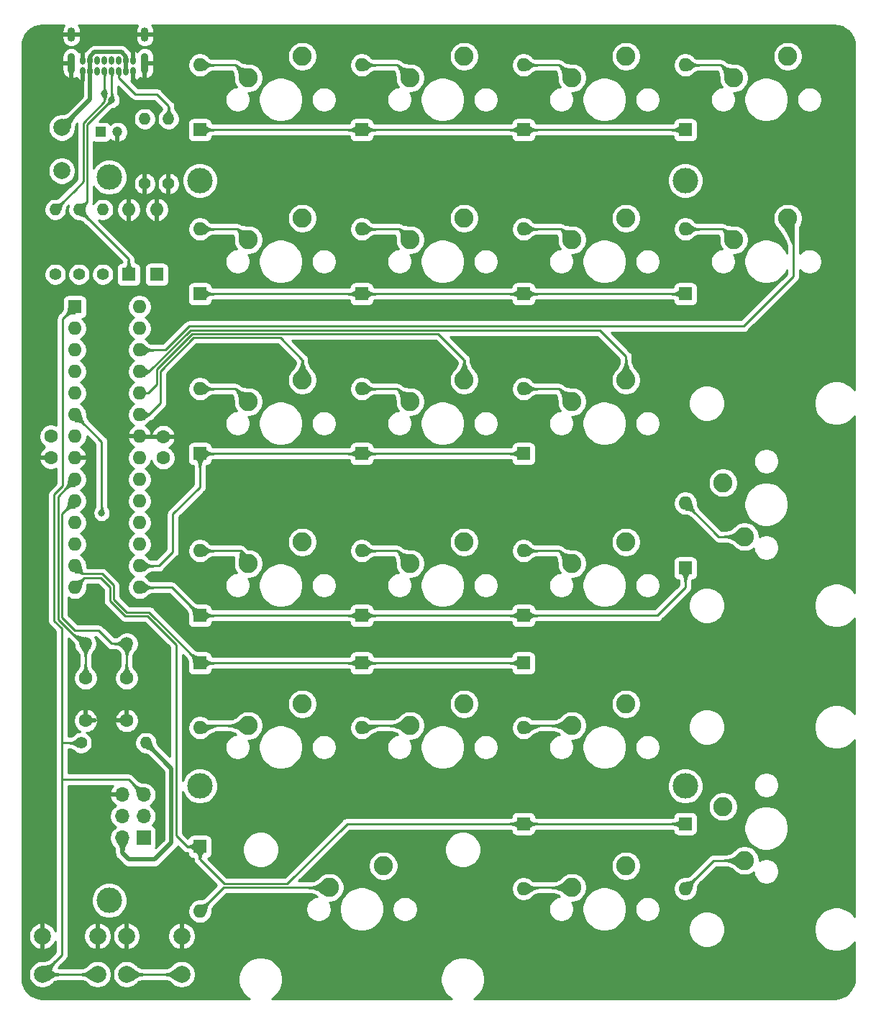
<source format=gtl>
G04 #@! TF.GenerationSoftware,KiCad,Pcbnew,5.1.6-c6e7f7d~87~ubuntu18.04.1*
G04 #@! TF.CreationDate,2020-08-05T15:47:38+02:00*
G04 #@! TF.ProjectId,numpad,6e756d70-6164-42e6-9b69-6361645f7063,rev?*
G04 #@! TF.SameCoordinates,Original*
G04 #@! TF.FileFunction,Copper,L1,Top*
G04 #@! TF.FilePolarity,Positive*
%FSLAX46Y46*%
G04 Gerber Fmt 4.6, Leading zero omitted, Abs format (unit mm)*
G04 Created by KiCad (PCBNEW 5.1.6-c6e7f7d~87~ubuntu18.04.1) date 2020-08-05 15:47:38*
%MOMM*%
%LPD*%
G01*
G04 APERTURE LIST*
G04 #@! TA.AperFunction,ComponentPad*
%ADD10C,3.000000*%
G04 #@! TD*
G04 #@! TA.AperFunction,ComponentPad*
%ADD11O,1.400000X1.400000*%
G04 #@! TD*
G04 #@! TA.AperFunction,ComponentPad*
%ADD12C,1.400000*%
G04 #@! TD*
G04 #@! TA.AperFunction,ComponentPad*
%ADD13O,0.650000X1.000000*%
G04 #@! TD*
G04 #@! TA.AperFunction,ComponentPad*
%ADD14O,0.900000X2.400000*%
G04 #@! TD*
G04 #@! TA.AperFunction,ComponentPad*
%ADD15O,0.900000X1.700000*%
G04 #@! TD*
G04 #@! TA.AperFunction,ComponentPad*
%ADD16O,1.700000X1.700000*%
G04 #@! TD*
G04 #@! TA.AperFunction,ComponentPad*
%ADD17R,1.700000X1.700000*%
G04 #@! TD*
G04 #@! TA.AperFunction,ComponentPad*
%ADD18O,1.600000X1.600000*%
G04 #@! TD*
G04 #@! TA.AperFunction,ComponentPad*
%ADD19R,1.600000X1.600000*%
G04 #@! TD*
G04 #@! TA.AperFunction,ComponentPad*
%ADD20C,2.250000*%
G04 #@! TD*
G04 #@! TA.AperFunction,ComponentPad*
%ADD21C,1.500000*%
G04 #@! TD*
G04 #@! TA.AperFunction,ComponentPad*
%ADD22C,2.000000*%
G04 #@! TD*
G04 #@! TA.AperFunction,ComponentPad*
%ADD23C,1.600000*%
G04 #@! TD*
G04 #@! TA.AperFunction,ComponentPad*
%ADD24C,1.200000*%
G04 #@! TD*
G04 #@! TA.AperFunction,ComponentPad*
%ADD25R,1.200000X1.200000*%
G04 #@! TD*
G04 #@! TA.AperFunction,ViaPad*
%ADD26C,0.800000*%
G04 #@! TD*
G04 #@! TA.AperFunction,Conductor*
%ADD27C,0.500000*%
G04 #@! TD*
G04 #@! TA.AperFunction,Conductor*
%ADD28C,0.250000*%
G04 #@! TD*
G04 #@! TA.AperFunction,Conductor*
%ADD29C,0.254000*%
G04 #@! TD*
G04 #@! TA.AperFunction,Conductor*
%ADD30C,0.025400*%
G04 #@! TD*
G04 APERTURE END LIST*
D10*
G04 #@! TO.P,REF\u002A\u002A,1*
G04 #@! TO.N,N/C*
X91186000Y-61722000D03*
G04 #@! TD*
G04 #@! TO.P,REF\u002A\u002A,1*
G04 #@! TO.N,N/C*
X91186000Y-146812000D03*
G04 #@! TD*
D11*
G04 #@! TO.P,R6,2*
G04 #@! TO.N,+5V*
X95504000Y-128270000D03*
D12*
G04 #@! TO.P,R6,1*
G04 #@! TO.N,reset*
X87884000Y-128270000D03*
G04 #@! TD*
D11*
G04 #@! TO.P,R5,2*
G04 #@! TO.N,Net-(R5-Pad2)*
X95377000Y-54864000D03*
D12*
G04 #@! TO.P,R5,1*
G04 #@! TO.N,GND*
X95377000Y-62484000D03*
G04 #@! TD*
D11*
G04 #@! TO.P,R4,2*
G04 #@! TO.N,Net-(R4-Pad2)*
X98171000Y-54864000D03*
D12*
G04 #@! TO.P,R4,1*
G04 #@! TO.N,GND*
X98171000Y-62484000D03*
G04 #@! TD*
D11*
G04 #@! TO.P,R3,2*
G04 #@! TO.N,+5V*
X90424000Y-65532000D03*
D12*
G04 #@! TO.P,R3,1*
G04 #@! TO.N,Net-(D1-Pad1)*
X90424000Y-73152000D03*
G04 #@! TD*
D11*
G04 #@! TO.P,R2,2*
G04 #@! TO.N,Net-(D2-Pad1)*
X87630000Y-65532000D03*
D12*
G04 #@! TO.P,R2,1*
G04 #@! TO.N,D+*
X87630000Y-73152000D03*
G04 #@! TD*
D11*
G04 #@! TO.P,R1,2*
G04 #@! TO.N,Net-(D1-Pad1)*
X84836000Y-65532000D03*
D12*
G04 #@! TO.P,R1,1*
G04 #@! TO.N,D-*
X84836000Y-73152000D03*
G04 #@! TD*
D10*
G04 #@! TO.P,REF\u002A\u002A,1*
G04 #@! TO.N,N/C*
X101854000Y-133350000D03*
G04 #@! TD*
G04 #@! TO.P,REF\u002A\u002A,1*
G04 #@! TO.N,N/C*
X159004000Y-133350000D03*
G04 #@! TD*
G04 #@! TO.P,REF\u002A\u002A,1*
G04 #@! TO.N,N/C*
X101854000Y-62103000D03*
G04 #@! TD*
G04 #@! TO.P,REF\u002A\u002A,1*
G04 #@! TO.N,N/C*
X159004000Y-62103000D03*
G04 #@! TD*
D13*
G04 #@! TO.P,USB1,A5*
G04 #@! TO.N,Net-(R4-Pad2)*
X92334000Y-49280000D03*
G04 #@! TO.P,USB1,A1*
G04 #@! TO.N,GND*
X94034000Y-49280000D03*
G04 #@! TO.P,USB1,A4*
G04 #@! TO.N,VCC*
X93184000Y-49280000D03*
G04 #@! TO.P,USB1,A6*
G04 #@! TO.N,Net-(D2-Pad1)*
X91484000Y-49280000D03*
G04 #@! TO.P,USB1,A7*
G04 #@! TO.N,Net-(D1-Pad1)*
X90634000Y-49280000D03*
G04 #@! TO.P,USB1,A8*
G04 #@! TO.N,Net-(USB1-PadA8)*
X89784000Y-49280000D03*
G04 #@! TO.P,USB1,A9*
G04 #@! TO.N,VCC*
X88934000Y-49280000D03*
G04 #@! TO.P,USB1,A12*
G04 #@! TO.N,GND*
X88084000Y-49280000D03*
G04 #@! TO.P,USB1,B12*
X94034000Y-47955000D03*
G04 #@! TO.P,USB1,B9*
G04 #@! TO.N,VCC*
X93179000Y-47955000D03*
G04 #@! TO.P,USB1,B8*
G04 #@! TO.N,Net-(USB1-PadB8)*
X92329000Y-47955000D03*
G04 #@! TO.P,USB1,B7*
G04 #@! TO.N,Net-(D1-Pad1)*
X91479000Y-47955000D03*
G04 #@! TO.P,USB1,B6*
G04 #@! TO.N,Net-(D2-Pad1)*
X90629000Y-47955000D03*
G04 #@! TO.P,USB1,B5*
G04 #@! TO.N,Net-(R5-Pad2)*
X89779000Y-47955000D03*
G04 #@! TO.P,USB1,B4*
G04 #@! TO.N,VCC*
X88929000Y-47955000D03*
G04 #@! TO.P,USB1,B1*
G04 #@! TO.N,GND*
X88079000Y-47955000D03*
D14*
G04 #@! TO.P,USB1,S1*
X95384000Y-48300000D03*
X86734000Y-48300000D03*
D15*
X95384000Y-44920000D03*
X86734000Y-44920000D03*
G04 #@! TD*
D16*
G04 #@! TO.P,ISP1,6*
G04 #@! TO.N,GND*
X92710000Y-134366000D03*
G04 #@! TO.P,ISP1,5*
G04 #@! TO.N,reset*
X95250000Y-134366000D03*
G04 #@! TO.P,ISP1,4*
G04 #@! TO.N,MOSI*
X92710000Y-136906000D03*
G04 #@! TO.P,ISP1,3*
G04 #@! TO.N,SCK*
X95250000Y-136906000D03*
G04 #@! TO.P,ISP1,2*
G04 #@! TO.N,+5V*
X92710000Y-139446000D03*
D17*
G04 #@! TO.P,ISP1,1*
G04 #@! TO.N,MISO*
X95250000Y-139446000D03*
G04 #@! TD*
D18*
G04 #@! TO.P,D19,2*
G04 #@! TO.N,Net-(D19-Pad2)*
X120904000Y-126492000D03*
D19*
G04 #@! TO.P,D19,1*
G04 #@! TO.N,row4*
X120904000Y-118872000D03*
G04 #@! TD*
D20*
G04 #@! TO.P,MX16,2*
G04 #@! TO.N,col0*
X113919000Y-123698000D03*
G04 #@! TO.P,MX16,1*
G04 #@! TO.N,Net-(D18-Pad2)*
X107569000Y-126238000D03*
G04 #@! TD*
G04 #@! TO.P,MX20,2*
G04 #@! TO.N,col2*
X152019000Y-142748000D03*
G04 #@! TO.P,MX20,1*
G04 #@! TO.N,Net-(D22-Pad2)*
X145669000Y-145288000D03*
G04 #@! TD*
G04 #@! TO.P,MX19,2*
G04 #@! TO.N,col0*
X123444000Y-142748000D03*
G04 #@! TO.P,MX19,1*
G04 #@! TO.N,Net-(D21-Pad2)*
X117094000Y-145288000D03*
G04 #@! TD*
G04 #@! TO.P,MX18,2*
G04 #@! TO.N,col2*
X152019000Y-123698000D03*
G04 #@! TO.P,MX18,1*
G04 #@! TO.N,Net-(D20-Pad2)*
X145669000Y-126238000D03*
G04 #@! TD*
G04 #@! TO.P,MX21,2*
G04 #@! TO.N,col3*
X163449000Y-135763000D03*
G04 #@! TO.P,MX21,1*
G04 #@! TO.N,Net-(D23-Pad2)*
X165989000Y-142113000D03*
G04 #@! TD*
G04 #@! TO.P,MX15,2*
G04 #@! TO.N,col3*
X163449000Y-97663000D03*
G04 #@! TO.P,MX15,1*
G04 #@! TO.N,Net-(D17-Pad2)*
X165989000Y-104013000D03*
G04 #@! TD*
D18*
G04 #@! TO.P,D23,2*
G04 #@! TO.N,Net-(D23-Pad2)*
X159004000Y-145415000D03*
D19*
G04 #@! TO.P,D23,1*
G04 #@! TO.N,row5*
X159004000Y-137795000D03*
G04 #@! TD*
D18*
G04 #@! TO.P,D22,2*
G04 #@! TO.N,Net-(D22-Pad2)*
X139954000Y-145415000D03*
D19*
G04 #@! TO.P,D22,1*
G04 #@! TO.N,row5*
X139954000Y-137795000D03*
G04 #@! TD*
D18*
G04 #@! TO.P,D21,2*
G04 #@! TO.N,Net-(D21-Pad2)*
X101854000Y-148082000D03*
D19*
G04 #@! TO.P,D21,1*
G04 #@! TO.N,row5*
X101854000Y-140462000D03*
G04 #@! TD*
D18*
G04 #@! TO.P,D17,2*
G04 #@! TO.N,Net-(D17-Pad2)*
X159004000Y-100076000D03*
D19*
G04 #@! TO.P,D17,1*
G04 #@! TO.N,row3*
X159004000Y-107696000D03*
G04 #@! TD*
D18*
G04 #@! TO.P,MCU1,28*
G04 #@! TO.N,row0*
X94742000Y-76962000D03*
G04 #@! TO.P,MCU1,14*
G04 #@! TO.N,row5*
X87122000Y-109982000D03*
G04 #@! TO.P,MCU1,27*
G04 #@! TO.N,row1*
X94742000Y-79502000D03*
G04 #@! TO.P,MCU1,13*
G04 #@! TO.N,row4*
X87122000Y-107442000D03*
G04 #@! TO.P,MCU1,26*
G04 #@! TO.N,col3*
X94742000Y-82042000D03*
G04 #@! TO.P,MCU1,12*
G04 #@! TO.N,Net-(MCU1-Pad12)*
X87122000Y-104902000D03*
G04 #@! TO.P,MCU1,25*
G04 #@! TO.N,col2*
X94742000Y-84582000D03*
G04 #@! TO.P,MCU1,11*
G04 #@! TO.N,Net-(MCU1-Pad11)*
X87122000Y-102362000D03*
G04 #@! TO.P,MCU1,24*
G04 #@! TO.N,col1*
X94742000Y-87122000D03*
G04 #@! TO.P,MCU1,10*
G04 #@! TO.N,Net-(C4-Pad1)*
X87122000Y-99822000D03*
G04 #@! TO.P,MCU1,23*
G04 #@! TO.N,col0*
X94742000Y-89662000D03*
G04 #@! TO.P,MCU1,9*
G04 #@! TO.N,Net-(C5-Pad1)*
X87122000Y-97282000D03*
G04 #@! TO.P,MCU1,22*
G04 #@! TO.N,GND*
X94742000Y-92202000D03*
G04 #@! TO.P,MCU1,8*
X87122000Y-94742000D03*
G04 #@! TO.P,MCU1,21*
G04 #@! TO.N,Net-(MCU1-Pad21)*
X94742000Y-94742000D03*
G04 #@! TO.P,MCU1,7*
G04 #@! TO.N,+5V*
X87122000Y-92202000D03*
G04 #@! TO.P,MCU1,20*
X94742000Y-97282000D03*
G04 #@! TO.P,MCU1,6*
G04 #@! TO.N,boot*
X87122000Y-89662000D03*
G04 #@! TO.P,MCU1,19*
G04 #@! TO.N,SCK*
X94742000Y-99822000D03*
G04 #@! TO.P,MCU1,5*
G04 #@! TO.N,D-*
X87122000Y-87122000D03*
G04 #@! TO.P,MCU1,18*
G04 #@! TO.N,MISO*
X94742000Y-102362000D03*
G04 #@! TO.P,MCU1,4*
G04 #@! TO.N,D+*
X87122000Y-84582000D03*
G04 #@! TO.P,MCU1,17*
G04 #@! TO.N,MOSI*
X94742000Y-104902000D03*
G04 #@! TO.P,MCU1,3*
G04 #@! TO.N,Net-(MCU1-Pad3)*
X87122000Y-82042000D03*
G04 #@! TO.P,MCU1,16*
G04 #@! TO.N,row2*
X94742000Y-107442000D03*
G04 #@! TO.P,MCU1,2*
G04 #@! TO.N,Net-(MCU1-Pad2)*
X87122000Y-79502000D03*
G04 #@! TO.P,MCU1,15*
G04 #@! TO.N,row3*
X94742000Y-109982000D03*
D19*
G04 #@! TO.P,MCU1,1*
G04 #@! TO.N,reset*
X87122000Y-76962000D03*
G04 #@! TD*
D20*
G04 #@! TO.P,MX5,2*
G04 #@! TO.N,col0*
X113919000Y-66548000D03*
G04 #@! TO.P,MX5,1*
G04 #@! TO.N,Net-(D7-Pad2)*
X107569000Y-69088000D03*
G04 #@! TD*
G04 #@! TO.P,MX17,2*
G04 #@! TO.N,col1*
X132969000Y-123698000D03*
G04 #@! TO.P,MX17,1*
G04 #@! TO.N,Net-(D19-Pad2)*
X126619000Y-126238000D03*
G04 #@! TD*
G04 #@! TO.P,MX14,2*
G04 #@! TO.N,col2*
X152019000Y-104648000D03*
G04 #@! TO.P,MX14,1*
G04 #@! TO.N,Net-(D16-Pad2)*
X145669000Y-107188000D03*
G04 #@! TD*
G04 #@! TO.P,MX13,2*
G04 #@! TO.N,col1*
X132969000Y-104648000D03*
G04 #@! TO.P,MX13,1*
G04 #@! TO.N,Net-(D15-Pad2)*
X126619000Y-107188000D03*
G04 #@! TD*
G04 #@! TO.P,MX12,2*
G04 #@! TO.N,col0*
X113919000Y-104648000D03*
G04 #@! TO.P,MX12,1*
G04 #@! TO.N,Net-(D14-Pad2)*
X107569000Y-107188000D03*
G04 #@! TD*
G04 #@! TO.P,MX11,2*
G04 #@! TO.N,col2*
X152019000Y-85598000D03*
G04 #@! TO.P,MX11,1*
G04 #@! TO.N,Net-(D13-Pad2)*
X145669000Y-88138000D03*
G04 #@! TD*
G04 #@! TO.P,MX10,2*
G04 #@! TO.N,col1*
X132969000Y-85598000D03*
G04 #@! TO.P,MX10,1*
G04 #@! TO.N,Net-(D12-Pad2)*
X126619000Y-88138000D03*
G04 #@! TD*
G04 #@! TO.P,MX9,2*
G04 #@! TO.N,col0*
X113919000Y-85598000D03*
G04 #@! TO.P,MX9,1*
G04 #@! TO.N,Net-(D11-Pad2)*
X107569000Y-88138000D03*
G04 #@! TD*
G04 #@! TO.P,MX8,2*
G04 #@! TO.N,col3*
X171069000Y-66548000D03*
G04 #@! TO.P,MX8,1*
G04 #@! TO.N,Net-(D10-Pad2)*
X164719000Y-69088000D03*
G04 #@! TD*
G04 #@! TO.P,MX7,2*
G04 #@! TO.N,col2*
X152019000Y-66548000D03*
G04 #@! TO.P,MX7,1*
G04 #@! TO.N,Net-(D9-Pad2)*
X145669000Y-69088000D03*
G04 #@! TD*
G04 #@! TO.P,MX6,2*
G04 #@! TO.N,col1*
X132969000Y-66548000D03*
G04 #@! TO.P,MX6,1*
G04 #@! TO.N,Net-(D8-Pad2)*
X126619000Y-69088000D03*
G04 #@! TD*
G04 #@! TO.P,MX4,2*
G04 #@! TO.N,col3*
X171069000Y-47498000D03*
G04 #@! TO.P,MX4,1*
G04 #@! TO.N,Net-(D6-Pad2)*
X164719000Y-50038000D03*
G04 #@! TD*
G04 #@! TO.P,MX3,2*
G04 #@! TO.N,col2*
X152019000Y-47498000D03*
G04 #@! TO.P,MX3,1*
G04 #@! TO.N,Net-(D5-Pad2)*
X145669000Y-50038000D03*
G04 #@! TD*
G04 #@! TO.P,MX2,2*
G04 #@! TO.N,col1*
X132969000Y-47498000D03*
G04 #@! TO.P,MX2,1*
G04 #@! TO.N,Net-(D4-Pad2)*
X126619000Y-50038000D03*
G04 #@! TD*
G04 #@! TO.P,MX1,2*
G04 #@! TO.N,col0*
X113919000Y-47498000D03*
G04 #@! TO.P,MX1,1*
G04 #@! TO.N,Net-(D3-Pad2)*
X107569000Y-50038000D03*
G04 #@! TD*
D21*
G04 #@! TO.P,XTAL1,2*
G04 #@! TO.N,Net-(C4-Pad1)*
X93272000Y-116586000D03*
G04 #@! TO.P,XTAL1,1*
G04 #@! TO.N,Net-(C5-Pad1)*
X88392000Y-116586000D03*
G04 #@! TD*
D22*
G04 #@! TO.P,BOOT,1*
G04 #@! TO.N,GND*
X99718000Y-151003000D03*
G04 #@! TO.P,BOOT,2*
G04 #@! TO.N,boot*
X99718000Y-155503000D03*
G04 #@! TO.P,BOOT,1*
G04 #@! TO.N,GND*
X93218000Y-151003000D03*
G04 #@! TO.P,BOOT,2*
G04 #@! TO.N,boot*
X93218000Y-155503000D03*
G04 #@! TD*
G04 #@! TO.P,RESET,1*
G04 #@! TO.N,GND*
X89812000Y-151003000D03*
G04 #@! TO.P,RESET,2*
G04 #@! TO.N,reset*
X89812000Y-155503000D03*
G04 #@! TO.P,RESET,1*
G04 #@! TO.N,GND*
X83312000Y-151003000D03*
G04 #@! TO.P,RESET,2*
G04 #@! TO.N,reset*
X83312000Y-155503000D03*
G04 #@! TD*
G04 #@! TO.P,F1,2*
G04 #@! TO.N,VCC*
X85608000Y-55880000D03*
G04 #@! TO.P,F1,1*
G04 #@! TO.N,+5V*
X85598000Y-60960000D03*
G04 #@! TD*
D18*
G04 #@! TO.P,D20,2*
G04 #@! TO.N,Net-(D20-Pad2)*
X139954000Y-126492000D03*
D19*
G04 #@! TO.P,D20,1*
G04 #@! TO.N,row4*
X139954000Y-118872000D03*
G04 #@! TD*
D18*
G04 #@! TO.P,D18,2*
G04 #@! TO.N,Net-(D18-Pad2)*
X101854000Y-126492000D03*
D19*
G04 #@! TO.P,D18,1*
G04 #@! TO.N,row4*
X101854000Y-118872000D03*
G04 #@! TD*
D18*
G04 #@! TO.P,D16,2*
G04 #@! TO.N,Net-(D16-Pad2)*
X139954000Y-105664000D03*
D19*
G04 #@! TO.P,D16,1*
G04 #@! TO.N,row3*
X139954000Y-113284000D03*
G04 #@! TD*
D18*
G04 #@! TO.P,D15,2*
G04 #@! TO.N,Net-(D15-Pad2)*
X120904000Y-105664000D03*
D19*
G04 #@! TO.P,D15,1*
G04 #@! TO.N,row3*
X120904000Y-113284000D03*
G04 #@! TD*
D18*
G04 #@! TO.P,D14,2*
G04 #@! TO.N,Net-(D14-Pad2)*
X101854000Y-105664000D03*
D19*
G04 #@! TO.P,D14,1*
G04 #@! TO.N,row3*
X101854000Y-113284000D03*
G04 #@! TD*
D18*
G04 #@! TO.P,D13,2*
G04 #@! TO.N,Net-(D13-Pad2)*
X139954000Y-86614000D03*
D19*
G04 #@! TO.P,D13,1*
G04 #@! TO.N,row2*
X139954000Y-94234000D03*
G04 #@! TD*
D18*
G04 #@! TO.P,D12,2*
G04 #@! TO.N,Net-(D12-Pad2)*
X120904000Y-86614000D03*
D19*
G04 #@! TO.P,D12,1*
G04 #@! TO.N,row2*
X120904000Y-94234000D03*
G04 #@! TD*
D18*
G04 #@! TO.P,D11,2*
G04 #@! TO.N,Net-(D11-Pad2)*
X101854000Y-86614000D03*
D19*
G04 #@! TO.P,D11,1*
G04 #@! TO.N,row2*
X101854000Y-94234000D03*
G04 #@! TD*
D18*
G04 #@! TO.P,D10,2*
G04 #@! TO.N,Net-(D10-Pad2)*
X159004000Y-67818000D03*
D19*
G04 #@! TO.P,D10,1*
G04 #@! TO.N,row1*
X159004000Y-75438000D03*
G04 #@! TD*
D18*
G04 #@! TO.P,D9,2*
G04 #@! TO.N,Net-(D9-Pad2)*
X139954000Y-67818000D03*
D19*
G04 #@! TO.P,D9,1*
G04 #@! TO.N,row1*
X139954000Y-75438000D03*
G04 #@! TD*
D18*
G04 #@! TO.P,D8,2*
G04 #@! TO.N,Net-(D8-Pad2)*
X120904000Y-67818000D03*
D19*
G04 #@! TO.P,D8,1*
G04 #@! TO.N,row1*
X120904000Y-75438000D03*
G04 #@! TD*
D18*
G04 #@! TO.P,D7,2*
G04 #@! TO.N,Net-(D7-Pad2)*
X101854000Y-67818000D03*
D19*
G04 #@! TO.P,D7,1*
G04 #@! TO.N,row1*
X101854000Y-75438000D03*
G04 #@! TD*
D18*
G04 #@! TO.P,D6,2*
G04 #@! TO.N,Net-(D6-Pad2)*
X159004000Y-48514000D03*
D19*
G04 #@! TO.P,D6,1*
G04 #@! TO.N,row0*
X159004000Y-56134000D03*
G04 #@! TD*
D18*
G04 #@! TO.P,D5,2*
G04 #@! TO.N,Net-(D5-Pad2)*
X139954000Y-48514000D03*
D19*
G04 #@! TO.P,D5,1*
G04 #@! TO.N,row0*
X139954000Y-56134000D03*
G04 #@! TD*
D18*
G04 #@! TO.P,D4,2*
G04 #@! TO.N,Net-(D4-Pad2)*
X120904000Y-48514000D03*
D19*
G04 #@! TO.P,D4,1*
G04 #@! TO.N,row0*
X120904000Y-56134000D03*
G04 #@! TD*
D18*
G04 #@! TO.P,D3,2*
G04 #@! TO.N,Net-(D3-Pad2)*
X101854000Y-48514000D03*
D19*
G04 #@! TO.P,D3,1*
G04 #@! TO.N,row0*
X101854000Y-56134000D03*
G04 #@! TD*
D18*
G04 #@! TO.P,D2,2*
G04 #@! TO.N,GND*
X93472000Y-65532000D03*
D19*
G04 #@! TO.P,D2,1*
G04 #@! TO.N,Net-(D2-Pad1)*
X93472000Y-73152000D03*
G04 #@! TD*
D18*
G04 #@! TO.P,D1,2*
G04 #@! TO.N,GND*
X96774000Y-65532000D03*
D19*
G04 #@! TO.P,D1,1*
G04 #@! TO.N,Net-(D1-Pad1)*
X96774000Y-73152000D03*
G04 #@! TD*
D23*
G04 #@! TO.P,C5,2*
G04 #@! TO.N,GND*
X88392000Y-125650000D03*
G04 #@! TO.P,C5,1*
G04 #@! TO.N,Net-(C5-Pad1)*
X88392000Y-120650000D03*
G04 #@! TD*
G04 #@! TO.P,C4,2*
G04 #@! TO.N,GND*
X93218000Y-125650000D03*
G04 #@! TO.P,C4,1*
G04 #@! TO.N,Net-(C4-Pad1)*
X93218000Y-120650000D03*
G04 #@! TD*
G04 #@! TO.P,C3,2*
G04 #@! TO.N,GND*
X97536000Y-92242000D03*
G04 #@! TO.P,C3,1*
G04 #@! TO.N,+5V*
X97536000Y-94742000D03*
G04 #@! TD*
G04 #@! TO.P,C2,2*
G04 #@! TO.N,GND*
X84328000Y-94702000D03*
G04 #@! TO.P,C2,1*
G04 #@! TO.N,+5V*
X84328000Y-92202000D03*
G04 #@! TD*
D24*
G04 #@! TO.P,C1,2*
G04 #@! TO.N,GND*
X92170000Y-56388000D03*
D25*
G04 #@! TO.P,C1,1*
G04 #@! TO.N,+5V*
X90170000Y-56388000D03*
G04 #@! TD*
D26*
G04 #@! TO.N,GND*
X91059000Y-44831000D03*
G04 #@! TO.N,Net-(D1-Pad1)*
X90634000Y-51899000D03*
G04 #@! TO.N,Net-(D2-Pad1)*
X91484000Y-52624000D03*
G04 #@! TO.N,boot*
X90285981Y-101230019D03*
G04 #@! TD*
D27*
G04 #@! TO.N,GND*
X94034000Y-47955000D02*
X94034000Y-46663000D01*
X88079000Y-47955000D02*
X88079000Y-46668000D01*
X88084000Y-49280000D02*
X88084000Y-50346000D01*
X88084000Y-50346000D02*
X87630000Y-50800000D01*
X94034000Y-49280000D02*
X94034000Y-50219000D01*
X94034000Y-50219000D02*
X94361000Y-50546000D01*
X89812000Y-151003000D02*
X89812000Y-149202000D01*
X94742000Y-92202000D02*
X92964000Y-92202000D01*
X87122000Y-94742000D02*
X88646000Y-94742000D01*
X93472000Y-65532000D02*
X93472000Y-67310000D01*
X93472000Y-65532000D02*
X93472000Y-63754000D01*
X96774000Y-65532000D02*
X96774000Y-64008000D01*
X96774000Y-65532000D02*
X96774000Y-67056000D01*
X98171000Y-62484000D02*
X98171000Y-63881000D01*
X95377000Y-62484000D02*
X95377000Y-63881000D01*
X95384000Y-48300000D02*
X96814000Y-48300000D01*
X86734000Y-48300000D02*
X85638000Y-48300000D01*
X86734000Y-44920000D02*
X85636000Y-44920000D01*
X95384000Y-44920000D02*
X96482000Y-44920000D01*
X95384000Y-44920000D02*
X94272000Y-44920000D01*
X86734000Y-44920000D02*
X87846000Y-44920000D01*
X95384000Y-48300000D02*
X95384000Y-50172000D01*
X86734000Y-48300000D02*
X86734000Y-50172000D01*
X95377000Y-62484000D02*
X95377000Y-61087000D01*
X98171000Y-62484000D02*
X98171000Y-61087000D01*
X83312000Y-151003000D02*
X83312000Y-149098000D01*
X83312000Y-151003000D02*
X83312000Y-152908000D01*
X93218000Y-151003000D02*
X93218000Y-152908000D01*
X93218000Y-151003000D02*
X93218000Y-149098000D01*
X99718000Y-151003000D02*
X99718000Y-149248000D01*
X99718000Y-151003000D02*
X99718000Y-152804000D01*
X93218000Y-125650000D02*
X93218000Y-123952000D01*
X88392000Y-125650000D02*
X88392000Y-124206000D01*
X97536000Y-92242000D02*
X99020000Y-92242000D01*
X84328000Y-94702000D02*
X82844000Y-94702000D01*
X94782000Y-92242000D02*
X94742000Y-92202000D01*
X97536000Y-92242000D02*
X94782000Y-92242000D01*
X92710000Y-134366000D02*
X90932000Y-134366000D01*
X92170000Y-56388000D02*
X92170000Y-57626000D01*
X89812000Y-151003000D02*
X89812000Y-152758000D01*
X88392000Y-125650000D02*
X89488000Y-125650000D01*
X93218000Y-125650000D02*
X92028000Y-125650000D01*
G04 #@! TO.N,+5V*
X92710000Y-141224000D02*
X93472000Y-141986000D01*
X92710000Y-139446000D02*
X92710000Y-141224000D01*
X93472000Y-141986000D02*
X96520000Y-141986000D01*
X98484990Y-131250990D02*
X95504000Y-128270000D01*
X96520000Y-141986000D02*
X98484990Y-140021010D01*
X98484990Y-140021010D02*
X98484990Y-131250990D01*
D28*
G04 #@! TO.N,Net-(C4-Pad1)*
X93218000Y-116640000D02*
X93272000Y-116586000D01*
X93218000Y-120650000D02*
X93218000Y-116640000D01*
X93272000Y-116586000D02*
X91440000Y-116586000D01*
X91440000Y-116586000D02*
X89916000Y-115062000D01*
X89916000Y-115062000D02*
X87122000Y-115062000D01*
X87122000Y-115062000D02*
X85598000Y-113538000D01*
X85598000Y-101346000D02*
X87122000Y-99822000D01*
X85598000Y-113538000D02*
X85598000Y-101346000D01*
G04 #@! TO.N,Net-(C5-Pad1)*
X88392000Y-120650000D02*
X88392000Y-116586000D01*
X88392000Y-116586000D02*
X88009590Y-116586000D01*
X85147990Y-99256010D02*
X87122000Y-97282000D01*
X85147990Y-113724400D02*
X85147990Y-99256010D01*
X88009590Y-116586000D02*
X85147990Y-113724400D01*
G04 #@! TO.N,Net-(D1-Pad1)*
X90634000Y-51352000D02*
X90634000Y-49280000D01*
X90634000Y-51899000D02*
X90634000Y-51352000D01*
X90634000Y-52837590D02*
X90634000Y-51899000D01*
X88138001Y-55333589D02*
X90634000Y-52837590D01*
X84836000Y-65532000D02*
X87179990Y-63188010D01*
X88138000Y-56896000D02*
X88138001Y-55333589D01*
X88138000Y-62230000D02*
X87179990Y-63188010D01*
X88138000Y-56896000D02*
X88138000Y-62230000D01*
G04 #@! TO.N,Net-(D2-Pad1)*
X93472000Y-71374000D02*
X87948205Y-65850205D01*
X93472000Y-73152000D02*
X93472000Y-71374000D01*
X91484000Y-52495000D02*
X91484000Y-49280000D01*
X88588010Y-55519990D02*
X91484000Y-52624000D01*
X87630000Y-65532000D02*
X88588010Y-64573990D01*
X88588010Y-64573990D02*
X88588010Y-55519990D01*
G04 #@! TO.N,Net-(D3-Pad2)*
X106045000Y-48514000D02*
X107569000Y-50038000D01*
X101854000Y-48514000D02*
X106045000Y-48514000D01*
G04 #@! TO.N,Net-(D4-Pad2)*
X125095000Y-48514000D02*
X126619000Y-50038000D01*
X120904000Y-48514000D02*
X125095000Y-48514000D01*
G04 #@! TO.N,Net-(D5-Pad2)*
X144145000Y-48514000D02*
X145669000Y-50038000D01*
X139954000Y-48514000D02*
X144145000Y-48514000D01*
G04 #@! TO.N,Net-(D6-Pad2)*
X163195000Y-48514000D02*
X164719000Y-50038000D01*
X159004000Y-48514000D02*
X163195000Y-48514000D01*
G04 #@! TO.N,Net-(D7-Pad2)*
X106299000Y-67818000D02*
X107569000Y-69088000D01*
X101854000Y-67818000D02*
X106299000Y-67818000D01*
G04 #@! TO.N,Net-(D8-Pad2)*
X125349000Y-67818000D02*
X126619000Y-69088000D01*
X120904000Y-67818000D02*
X125349000Y-67818000D01*
G04 #@! TO.N,Net-(D9-Pad2)*
X144399000Y-67818000D02*
X145669000Y-69088000D01*
X139954000Y-67818000D02*
X144399000Y-67818000D01*
G04 #@! TO.N,Net-(D10-Pad2)*
X163449000Y-67818000D02*
X164719000Y-69088000D01*
X159004000Y-67818000D02*
X163449000Y-67818000D01*
G04 #@! TO.N,Net-(D11-Pad2)*
X106045000Y-86614000D02*
X107569000Y-88138000D01*
X101854000Y-86614000D02*
X106045000Y-86614000D01*
G04 #@! TO.N,Net-(D12-Pad2)*
X125095000Y-86614000D02*
X126619000Y-88138000D01*
X120904000Y-86614000D02*
X125095000Y-86614000D01*
G04 #@! TO.N,Net-(D13-Pad2)*
X144145000Y-86614000D02*
X145669000Y-88138000D01*
X139954000Y-86614000D02*
X144145000Y-86614000D01*
G04 #@! TO.N,Net-(D14-Pad2)*
X107755400Y-106737990D02*
X107887205Y-106869795D01*
X101854000Y-105664000D02*
X106681410Y-105664000D01*
X106681410Y-105664000D02*
X107755400Y-106737990D01*
G04 #@! TO.N,Net-(D15-Pad2)*
X125095000Y-105664000D02*
X126619000Y-107188000D01*
X120904000Y-105664000D02*
X125095000Y-105664000D01*
G04 #@! TO.N,Net-(D16-Pad2)*
X144145000Y-105664000D02*
X145669000Y-107188000D01*
X139954000Y-105664000D02*
X144145000Y-105664000D01*
G04 #@! TO.N,Net-(D17-Pad2)*
X162941000Y-104013000D02*
X159004000Y-100076000D01*
X165989000Y-104013000D02*
X162941000Y-104013000D01*
G04 #@! TO.N,Net-(D18-Pad2)*
X102108000Y-126238000D02*
X101854000Y-126492000D01*
X107569000Y-126238000D02*
X102108000Y-126238000D01*
G04 #@! TO.N,Net-(D19-Pad2)*
X121158000Y-126238000D02*
X120904000Y-126492000D01*
X126619000Y-126238000D02*
X121158000Y-126238000D01*
G04 #@! TO.N,Net-(D20-Pad2)*
X140208000Y-126238000D02*
X139954000Y-126492000D01*
X145669000Y-126238000D02*
X140208000Y-126238000D01*
D27*
G04 #@! TO.N,VCC*
X88934000Y-52554000D02*
X85608000Y-55880000D01*
X88934000Y-49280000D02*
X88934000Y-52554000D01*
X88934000Y-47960000D02*
X88929000Y-47955000D01*
X88934000Y-49280000D02*
X88934000Y-47960000D01*
X93179000Y-47533971D02*
X93179000Y-47955000D01*
X92650019Y-47004990D02*
X93179000Y-47533971D01*
X88929000Y-47533971D02*
X89457981Y-47004990D01*
X89457981Y-47004990D02*
X92650019Y-47004990D01*
X88929000Y-47955000D02*
X88929000Y-47533971D01*
X93184000Y-47960000D02*
X93179000Y-47955000D01*
X93184000Y-49280000D02*
X93184000Y-47960000D01*
D28*
G04 #@! TO.N,boot*
X93218000Y-155503000D02*
X99718000Y-155503000D01*
X90424000Y-101092000D02*
X90285981Y-101230019D01*
X90285981Y-92848019D02*
X90297000Y-92837000D01*
X90285981Y-101230019D02*
X90285981Y-92848019D01*
X87122000Y-89662000D02*
X90297000Y-92837000D01*
G04 #@! TO.N,reset*
X83312000Y-155503000D02*
X89812000Y-155503000D01*
X85598000Y-132588000D02*
X85598000Y-145796000D01*
X85725000Y-78359000D02*
X87122000Y-76962000D01*
X85598000Y-114810820D02*
X84697980Y-113910800D01*
X84697980Y-113910800D02*
X84697981Y-99069609D01*
X84697981Y-99069609D02*
X85725000Y-98042590D01*
X85725000Y-98042590D02*
X85725000Y-78359000D01*
X93472000Y-132588000D02*
X95250000Y-134366000D01*
X85598000Y-132588000D02*
X93472000Y-132588000D01*
X85598000Y-132588000D02*
X85598000Y-129032000D01*
X85598000Y-153217000D02*
X85598000Y-145796000D01*
X83312000Y-155503000D02*
X85598000Y-153217000D01*
X87884000Y-128270000D02*
X85598000Y-128270000D01*
X85598000Y-129032000D02*
X85598000Y-128270000D01*
X85598000Y-128270000D02*
X85598000Y-114810820D01*
G04 #@! TO.N,row0*
X101854000Y-56134000D02*
X120904000Y-56134000D01*
X120904000Y-56134000D02*
X139954000Y-56134000D01*
X139954000Y-56134000D02*
X159004000Y-56134000D01*
G04 #@! TO.N,row1*
X159004000Y-75438000D02*
X139954000Y-75438000D01*
X139954000Y-75438000D02*
X120904000Y-75438000D01*
X120904000Y-75438000D02*
X101854000Y-75438000D01*
G04 #@! TO.N,row2*
X94742000Y-107442000D02*
X97028000Y-107442000D01*
X97028000Y-107442000D02*
X98679000Y-105791000D01*
X98679000Y-105791000D02*
X98679000Y-101346000D01*
X101854000Y-98171000D02*
X101854000Y-94234000D01*
X98679000Y-101346000D02*
X101854000Y-98171000D01*
X101854000Y-94234000D02*
X120904000Y-94234000D01*
X120904000Y-94234000D02*
X139954000Y-94234000D01*
G04 #@! TO.N,row3*
X139954000Y-113284000D02*
X155702000Y-113284000D01*
X159004000Y-109982000D02*
X159004000Y-107696000D01*
X155702000Y-113284000D02*
X159004000Y-109982000D01*
X98552000Y-109982000D02*
X101854000Y-113284000D01*
X94742000Y-109982000D02*
X98552000Y-109982000D01*
X139954000Y-113284000D02*
X120904000Y-113284000D01*
X120904000Y-113284000D02*
X101854000Y-113284000D01*
G04 #@! TO.N,row4*
X101854000Y-118872000D02*
X120904000Y-118872000D01*
X139954000Y-118872000D02*
X120904000Y-118872000D01*
X87122000Y-107442000D02*
X88068990Y-108388990D01*
X88068990Y-108388990D02*
X90354990Y-108388990D01*
X90354990Y-108388990D02*
X91694000Y-109728000D01*
X91694000Y-109728000D02*
X91694000Y-111379000D01*
X91694000Y-111379000D02*
X93218000Y-112903000D01*
X95885000Y-112903000D02*
X101854000Y-118872000D01*
X93218000Y-112903000D02*
X95885000Y-112903000D01*
G04 #@! TO.N,col0*
X111332030Y-80598030D02*
X113919000Y-83185000D01*
X113919000Y-83185000D02*
X113919000Y-85598000D01*
X101138970Y-80598030D02*
X111332030Y-80598030D01*
X101137560Y-80599440D02*
X101138970Y-80599440D01*
X101138970Y-80599440D02*
X101138970Y-80598030D01*
X94742000Y-89662000D02*
X95885000Y-89662000D01*
X95885000Y-89662000D02*
X97224010Y-88322990D01*
X97224010Y-84514400D02*
X101138970Y-80599440D01*
X97224010Y-88322990D02*
X97224010Y-84514400D01*
G04 #@! TO.N,col1*
X129932020Y-80148020D02*
X132969000Y-83185000D01*
X94742000Y-87122000D02*
X95758000Y-87122000D01*
X96774000Y-86106000D02*
X96774000Y-84326591D01*
X132969000Y-83185000D02*
X132969000Y-85598000D01*
X96774000Y-84326591D02*
X100952569Y-80148021D01*
X95758000Y-87122000D02*
X96774000Y-86106000D01*
X100952569Y-80148021D02*
X129932020Y-80148020D01*
G04 #@! TO.N,col2*
X148913010Y-79698010D02*
X152019000Y-82804000D01*
X152019000Y-82804000D02*
X152019000Y-85598000D01*
X100766170Y-79698010D02*
X148913010Y-79698010D01*
X95882182Y-84582000D02*
X100766170Y-79698010D01*
X94742000Y-84582000D02*
X95882182Y-84582000D01*
G04 #@! TO.N,col3*
X97785772Y-82042000D02*
X97914886Y-81912886D01*
X94742000Y-82042000D02*
X97785772Y-82042000D01*
X100579769Y-79248001D02*
X97914886Y-81912886D01*
X152908000Y-79248000D02*
X165862000Y-79248000D01*
X152908000Y-79248000D02*
X100579769Y-79248001D01*
X153035000Y-79248000D02*
X152908000Y-79248000D01*
X165862000Y-79248000D02*
X171704000Y-73406000D01*
X171704000Y-67183000D02*
X171069000Y-66548000D01*
X171704000Y-73406000D02*
X171704000Y-67183000D01*
G04 #@! TO.N,Net-(D21-Pad2)*
X104648000Y-145288000D02*
X101854000Y-148082000D01*
X117094000Y-145288000D02*
X104648000Y-145288000D01*
G04 #@! TO.N,Net-(D22-Pad2)*
X140081000Y-145288000D02*
X139954000Y-145415000D01*
X145669000Y-145288000D02*
X140081000Y-145288000D01*
G04 #@! TO.N,row5*
X159004000Y-137795000D02*
X139954000Y-137795000D01*
X139954000Y-137795000D02*
X119183990Y-137795000D01*
X119183990Y-137795000D02*
X112141000Y-144837990D01*
X112141000Y-144837990D02*
X104705990Y-144837990D01*
X101854000Y-141986000D02*
X101854000Y-140462000D01*
X104705990Y-144837990D02*
X101854000Y-141986000D01*
X90168590Y-108839000D02*
X88265000Y-108839000D01*
X91243990Y-109914400D02*
X90168590Y-108839000D01*
X93031600Y-113353010D02*
X91243991Y-111565401D01*
X100330000Y-140462000D02*
X99060000Y-139192000D01*
X88265000Y-108839000D02*
X87122000Y-109982000D01*
X101854000Y-140462000D02*
X100330000Y-140462000D01*
X91243991Y-111565401D02*
X91243990Y-109914400D01*
X99060000Y-139192000D02*
X99060000Y-116714410D01*
X99060000Y-116714410D02*
X95698600Y-113353010D01*
X95698600Y-113353010D02*
X93031600Y-113353010D01*
G04 #@! TO.N,Net-(D23-Pad2)*
X162306000Y-142113000D02*
X159004000Y-145415000D01*
X165989000Y-142113000D02*
X162306000Y-142113000D01*
G04 #@! TO.N,Net-(R4-Pad2)*
X92334000Y-50030000D02*
X94247000Y-51943000D01*
X92334000Y-49280000D02*
X92334000Y-50030000D01*
X94247000Y-51943000D02*
X96774000Y-51943000D01*
X98171000Y-53340000D02*
X98171000Y-54864000D01*
X96774000Y-51943000D02*
X98171000Y-53340000D01*
G04 #@! TD*
D29*
G04 #@! TO.N,GND*
G36*
X85827492Y-43914290D02*
G01*
X85726742Y-44102780D01*
X85664700Y-44307303D01*
X85649000Y-44466706D01*
X85649000Y-45373293D01*
X85664700Y-45532696D01*
X85726741Y-45737219D01*
X85827491Y-45925710D01*
X85963078Y-46090922D01*
X86128290Y-46226509D01*
X86316780Y-46327259D01*
X86521303Y-46389300D01*
X86734000Y-46410249D01*
X86946696Y-46389300D01*
X87151219Y-46327259D01*
X87339710Y-46226509D01*
X87504922Y-46090922D01*
X87640509Y-45925710D01*
X87741259Y-45737220D01*
X87803300Y-45532697D01*
X87819000Y-45373294D01*
X87819000Y-44466707D01*
X87803300Y-44307304D01*
X87741259Y-44102780D01*
X87640509Y-43914290D01*
X87572975Y-43832000D01*
X94545026Y-43832000D01*
X94477492Y-43914290D01*
X94376742Y-44102780D01*
X94314700Y-44307303D01*
X94299000Y-44466706D01*
X94299000Y-45373293D01*
X94314700Y-45532696D01*
X94376741Y-45737219D01*
X94477491Y-45925710D01*
X94613078Y-46090922D01*
X94778290Y-46226509D01*
X94966780Y-46327259D01*
X95171303Y-46389300D01*
X95384000Y-46410249D01*
X95596696Y-46389300D01*
X95801219Y-46327259D01*
X95989710Y-46226509D01*
X96154922Y-46090922D01*
X96290509Y-45925710D01*
X96391259Y-45737220D01*
X96453300Y-45532697D01*
X96469000Y-45373294D01*
X96469000Y-44466707D01*
X96453300Y-44307304D01*
X96391259Y-44102780D01*
X96290509Y-43914290D01*
X96222975Y-43832000D01*
X176498114Y-43832000D01*
X176994779Y-43880699D01*
X177441851Y-44015678D01*
X177854197Y-44234926D01*
X178216099Y-44530086D01*
X178513782Y-44889922D01*
X178735901Y-45300723D01*
X178874000Y-45746848D01*
X178926000Y-46241593D01*
X178926000Y-86784985D01*
X178819786Y-86626024D01*
X178454726Y-86260964D01*
X178025461Y-85974139D01*
X177548488Y-85776570D01*
X177042136Y-85675850D01*
X176525864Y-85675850D01*
X176019512Y-85776570D01*
X175542539Y-85974139D01*
X175113274Y-86260964D01*
X174748214Y-86626024D01*
X174461389Y-87055289D01*
X174263820Y-87532262D01*
X174163100Y-88038614D01*
X174163100Y-88554886D01*
X174263820Y-89061238D01*
X174461389Y-89538211D01*
X174748214Y-89967476D01*
X175113274Y-90332536D01*
X175542539Y-90619361D01*
X176019512Y-90816930D01*
X176525864Y-90917650D01*
X177042136Y-90917650D01*
X177548488Y-90816930D01*
X178025461Y-90619361D01*
X178454726Y-90332536D01*
X178819786Y-89967476D01*
X178926000Y-89808515D01*
X178926001Y-110597486D01*
X178819786Y-110438524D01*
X178454726Y-110073464D01*
X178025461Y-109786639D01*
X177548488Y-109589070D01*
X177042136Y-109488350D01*
X176525864Y-109488350D01*
X176019512Y-109589070D01*
X175542539Y-109786639D01*
X175113274Y-110073464D01*
X174748214Y-110438524D01*
X174461389Y-110867789D01*
X174263820Y-111344762D01*
X174163100Y-111851114D01*
X174163100Y-112367386D01*
X174263820Y-112873738D01*
X174461389Y-113350711D01*
X174748214Y-113779976D01*
X175113274Y-114145036D01*
X175542539Y-114431861D01*
X176019512Y-114629430D01*
X176525864Y-114730150D01*
X177042136Y-114730150D01*
X177548488Y-114629430D01*
X178025461Y-114431861D01*
X178454726Y-114145036D01*
X178819786Y-113779976D01*
X178926001Y-113621014D01*
X178926001Y-124884986D01*
X178819786Y-124726024D01*
X178454726Y-124360964D01*
X178025461Y-124074139D01*
X177548488Y-123876570D01*
X177042136Y-123775850D01*
X176525864Y-123775850D01*
X176019512Y-123876570D01*
X175542539Y-124074139D01*
X175113274Y-124360964D01*
X174748214Y-124726024D01*
X174461389Y-125155289D01*
X174263820Y-125632262D01*
X174163100Y-126138614D01*
X174163100Y-126654886D01*
X174263820Y-127161238D01*
X174461389Y-127638211D01*
X174748214Y-128067476D01*
X175113274Y-128432536D01*
X175542539Y-128719361D01*
X176019512Y-128916930D01*
X176525864Y-129017650D01*
X177042136Y-129017650D01*
X177548488Y-128916930D01*
X178025461Y-128719361D01*
X178454726Y-128432536D01*
X178819786Y-128067476D01*
X178926001Y-127908514D01*
X178926001Y-148697486D01*
X178819786Y-148538524D01*
X178454726Y-148173464D01*
X178025461Y-147886639D01*
X177548488Y-147689070D01*
X177042136Y-147588350D01*
X176525864Y-147588350D01*
X176019512Y-147689070D01*
X175542539Y-147886639D01*
X175113274Y-148173464D01*
X174748214Y-148538524D01*
X174461389Y-148967789D01*
X174263820Y-149444762D01*
X174163100Y-149951114D01*
X174163100Y-150467386D01*
X174263820Y-150973738D01*
X174461389Y-151450711D01*
X174748214Y-151879976D01*
X175113274Y-152245036D01*
X175542539Y-152531861D01*
X176019512Y-152729430D01*
X176525864Y-152830150D01*
X177042136Y-152830150D01*
X177548488Y-152729430D01*
X178025461Y-152531861D01*
X178454726Y-152245036D01*
X178819786Y-151879976D01*
X178926001Y-151721014D01*
X178926001Y-155924104D01*
X178877301Y-156420779D01*
X178742322Y-156867851D01*
X178523073Y-157280199D01*
X178227915Y-157642098D01*
X177868075Y-157939784D01*
X177457277Y-158161901D01*
X177011152Y-158300000D01*
X176516407Y-158352000D01*
X134131946Y-158352000D01*
X134480976Y-158118786D01*
X134846036Y-157753726D01*
X135132861Y-157324461D01*
X135330430Y-156847488D01*
X135431150Y-156341136D01*
X135431150Y-155824864D01*
X135330430Y-155318512D01*
X135132861Y-154841539D01*
X134846036Y-154412274D01*
X134480976Y-154047214D01*
X134051711Y-153760389D01*
X133574738Y-153562820D01*
X133068386Y-153462100D01*
X132552114Y-153462100D01*
X132045762Y-153562820D01*
X131568789Y-153760389D01*
X131139524Y-154047214D01*
X130774464Y-154412274D01*
X130487639Y-154841539D01*
X130290070Y-155318512D01*
X130189350Y-155824864D01*
X130189350Y-156341136D01*
X130290070Y-156847488D01*
X130487639Y-157324461D01*
X130774464Y-157753726D01*
X131139524Y-158118786D01*
X131488554Y-158352000D01*
X110319446Y-158352000D01*
X110668476Y-158118786D01*
X111033536Y-157753726D01*
X111320361Y-157324461D01*
X111517930Y-156847488D01*
X111618650Y-156341136D01*
X111618650Y-155824864D01*
X111517930Y-155318512D01*
X111320361Y-154841539D01*
X111033536Y-154412274D01*
X110668476Y-154047214D01*
X110239211Y-153760389D01*
X109762238Y-153562820D01*
X109255886Y-153462100D01*
X108739614Y-153462100D01*
X108233262Y-153562820D01*
X107756289Y-153760389D01*
X107327024Y-154047214D01*
X106961964Y-154412274D01*
X106675139Y-154841539D01*
X106477570Y-155318512D01*
X106376850Y-155824864D01*
X106376850Y-156341136D01*
X106477570Y-156847488D01*
X106675139Y-157324461D01*
X106961964Y-157753726D01*
X107327024Y-158118786D01*
X107676054Y-158352000D01*
X83343886Y-158352000D01*
X82847221Y-158303301D01*
X82400149Y-158168322D01*
X81987801Y-157949073D01*
X81625902Y-157653915D01*
X81328216Y-157294075D01*
X81106099Y-156883277D01*
X80968000Y-156437152D01*
X80916000Y-155942407D01*
X80916000Y-150841967D01*
X81677000Y-150841967D01*
X81677000Y-151164033D01*
X81739832Y-151479912D01*
X81863082Y-151777463D01*
X82042013Y-152045252D01*
X82269748Y-152272987D01*
X82537537Y-152451918D01*
X82835088Y-152575168D01*
X83150967Y-152638000D01*
X83473033Y-152638000D01*
X83788912Y-152575168D01*
X84086463Y-152451918D01*
X84354252Y-152272987D01*
X84581987Y-152045252D01*
X84760918Y-151777463D01*
X84846000Y-151572057D01*
X84846000Y-152905511D01*
X84281734Y-153469777D01*
X84186345Y-153558711D01*
X84098605Y-153629258D01*
X84010569Y-153689501D01*
X83921842Y-153740278D01*
X83831799Y-153782354D01*
X83739572Y-153816355D01*
X83644099Y-153842690D01*
X83544328Y-153861480D01*
X83439243Y-153872586D01*
X83315211Y-153876000D01*
X83151755Y-153876000D01*
X82837422Y-153938525D01*
X82541327Y-154061172D01*
X82274848Y-154239227D01*
X82048227Y-154465848D01*
X81870172Y-154732327D01*
X81747525Y-155028422D01*
X81685000Y-155342755D01*
X81685000Y-155663245D01*
X81747525Y-155977578D01*
X81870172Y-156273673D01*
X82048227Y-156540152D01*
X82274848Y-156766773D01*
X82541327Y-156944828D01*
X82837422Y-157067475D01*
X83151755Y-157130000D01*
X83472245Y-157130000D01*
X83786578Y-157067475D01*
X84082673Y-156944828D01*
X84349152Y-156766773D01*
X84464737Y-156651188D01*
X84554842Y-156565908D01*
X84637015Y-156499445D01*
X84720845Y-156442186D01*
X84806975Y-156393300D01*
X84896236Y-156352125D01*
X84989665Y-156318205D01*
X85088294Y-156291375D01*
X85193146Y-156271721D01*
X85305083Y-156259562D01*
X85435370Y-156255000D01*
X87688630Y-156255000D01*
X87818916Y-156259562D01*
X87930853Y-156271721D01*
X88035705Y-156291375D01*
X88134334Y-156318205D01*
X88227763Y-156352125D01*
X88317024Y-156393300D01*
X88403154Y-156442186D01*
X88486984Y-156499445D01*
X88569157Y-156565909D01*
X88659268Y-156651193D01*
X88774848Y-156766773D01*
X89041327Y-156944828D01*
X89337422Y-157067475D01*
X89651755Y-157130000D01*
X89972245Y-157130000D01*
X90286578Y-157067475D01*
X90582673Y-156944828D01*
X90849152Y-156766773D01*
X91075773Y-156540152D01*
X91253828Y-156273673D01*
X91376475Y-155977578D01*
X91439000Y-155663245D01*
X91439000Y-155342755D01*
X91591000Y-155342755D01*
X91591000Y-155663245D01*
X91653525Y-155977578D01*
X91776172Y-156273673D01*
X91954227Y-156540152D01*
X92180848Y-156766773D01*
X92447327Y-156944828D01*
X92743422Y-157067475D01*
X93057755Y-157130000D01*
X93378245Y-157130000D01*
X93692578Y-157067475D01*
X93988673Y-156944828D01*
X94255152Y-156766773D01*
X94370737Y-156651188D01*
X94460842Y-156565908D01*
X94543015Y-156499445D01*
X94626845Y-156442186D01*
X94712975Y-156393300D01*
X94802236Y-156352125D01*
X94895665Y-156318205D01*
X94994294Y-156291375D01*
X95099146Y-156271721D01*
X95211083Y-156259562D01*
X95341370Y-156255000D01*
X97594630Y-156255000D01*
X97724916Y-156259562D01*
X97836853Y-156271721D01*
X97941705Y-156291375D01*
X98040334Y-156318205D01*
X98133763Y-156352125D01*
X98223024Y-156393300D01*
X98309154Y-156442186D01*
X98392984Y-156499445D01*
X98475157Y-156565909D01*
X98565268Y-156651193D01*
X98680848Y-156766773D01*
X98947327Y-156944828D01*
X99243422Y-157067475D01*
X99557755Y-157130000D01*
X99878245Y-157130000D01*
X100192578Y-157067475D01*
X100488673Y-156944828D01*
X100755152Y-156766773D01*
X100981773Y-156540152D01*
X101159828Y-156273673D01*
X101282475Y-155977578D01*
X101345000Y-155663245D01*
X101345000Y-155342755D01*
X101282475Y-155028422D01*
X101159828Y-154732327D01*
X100981773Y-154465848D01*
X100755152Y-154239227D01*
X100488673Y-154061172D01*
X100192578Y-153938525D01*
X99878245Y-153876000D01*
X99557755Y-153876000D01*
X99243422Y-153938525D01*
X98947327Y-154061172D01*
X98680848Y-154239227D01*
X98565271Y-154354804D01*
X98475157Y-154440090D01*
X98392984Y-154506554D01*
X98309154Y-154563813D01*
X98223024Y-154612699D01*
X98133763Y-154653874D01*
X98040334Y-154687794D01*
X97941705Y-154714624D01*
X97836853Y-154734278D01*
X97724916Y-154746437D01*
X97594624Y-154751000D01*
X95341376Y-154751000D01*
X95211083Y-154746437D01*
X95099146Y-154734278D01*
X94994294Y-154714624D01*
X94895665Y-154687794D01*
X94802236Y-154653874D01*
X94712975Y-154612699D01*
X94626845Y-154563813D01*
X94543015Y-154506554D01*
X94460842Y-154440090D01*
X94370732Y-154354807D01*
X94255152Y-154239227D01*
X93988673Y-154061172D01*
X93692578Y-153938525D01*
X93378245Y-153876000D01*
X93057755Y-153876000D01*
X92743422Y-153938525D01*
X92447327Y-154061172D01*
X92180848Y-154239227D01*
X91954227Y-154465848D01*
X91776172Y-154732327D01*
X91653525Y-155028422D01*
X91591000Y-155342755D01*
X91439000Y-155342755D01*
X91376475Y-155028422D01*
X91253828Y-154732327D01*
X91075773Y-154465848D01*
X90849152Y-154239227D01*
X90582673Y-154061172D01*
X90286578Y-153938525D01*
X89972245Y-153876000D01*
X89651755Y-153876000D01*
X89337422Y-153938525D01*
X89041327Y-154061172D01*
X88774848Y-154239227D01*
X88659271Y-154354804D01*
X88569157Y-154440090D01*
X88486984Y-154506554D01*
X88403154Y-154563813D01*
X88317024Y-154612699D01*
X88227763Y-154653874D01*
X88134334Y-154687794D01*
X88035705Y-154714624D01*
X87930853Y-154734278D01*
X87818916Y-154746437D01*
X87688624Y-154751000D01*
X85435376Y-154751000D01*
X85305083Y-154746437D01*
X85193146Y-154734278D01*
X85175736Y-154731015D01*
X85185741Y-154716394D01*
X85256288Y-154628654D01*
X85345217Y-154533272D01*
X86103627Y-153774862D01*
X86132317Y-153751317D01*
X86211918Y-153654323D01*
X86226290Y-153636811D01*
X86296117Y-153506171D01*
X86296118Y-153506170D01*
X86339119Y-153364418D01*
X86350000Y-153253938D01*
X86350000Y-153253936D01*
X86353638Y-153217001D01*
X86350000Y-153180065D01*
X86350000Y-150841967D01*
X88177000Y-150841967D01*
X88177000Y-151164033D01*
X88239832Y-151479912D01*
X88363082Y-151777463D01*
X88542013Y-152045252D01*
X88769748Y-152272987D01*
X89037537Y-152451918D01*
X89335088Y-152575168D01*
X89650967Y-152638000D01*
X89973033Y-152638000D01*
X90288912Y-152575168D01*
X90586463Y-152451918D01*
X90854252Y-152272987D01*
X91081987Y-152045252D01*
X91260918Y-151777463D01*
X91384168Y-151479912D01*
X91447000Y-151164033D01*
X91447000Y-150841967D01*
X91583000Y-150841967D01*
X91583000Y-151164033D01*
X91645832Y-151479912D01*
X91769082Y-151777463D01*
X91948013Y-152045252D01*
X92175748Y-152272987D01*
X92443537Y-152451918D01*
X92741088Y-152575168D01*
X93056967Y-152638000D01*
X93379033Y-152638000D01*
X93694912Y-152575168D01*
X93992463Y-152451918D01*
X94260252Y-152272987D01*
X94487987Y-152045252D01*
X94666918Y-151777463D01*
X94790168Y-151479912D01*
X94853000Y-151164033D01*
X94853000Y-150841967D01*
X98083000Y-150841967D01*
X98083000Y-151164033D01*
X98145832Y-151479912D01*
X98269082Y-151777463D01*
X98448013Y-152045252D01*
X98675748Y-152272987D01*
X98943537Y-152451918D01*
X99241088Y-152575168D01*
X99556967Y-152638000D01*
X99879033Y-152638000D01*
X100194912Y-152575168D01*
X100492463Y-152451918D01*
X100760252Y-152272987D01*
X100987987Y-152045252D01*
X101166918Y-151777463D01*
X101290168Y-151479912D01*
X101353000Y-151164033D01*
X101353000Y-150841967D01*
X101290168Y-150526088D01*
X101166918Y-150228537D01*
X100987987Y-149960748D01*
X100760252Y-149733013D01*
X100492463Y-149554082D01*
X100194912Y-149430832D01*
X99879033Y-149368000D01*
X99556967Y-149368000D01*
X99241088Y-149430832D01*
X98943537Y-149554082D01*
X98675748Y-149733013D01*
X98448013Y-149960748D01*
X98269082Y-150228537D01*
X98145832Y-150526088D01*
X98083000Y-150841967D01*
X94853000Y-150841967D01*
X94790168Y-150526088D01*
X94666918Y-150228537D01*
X94487987Y-149960748D01*
X94260252Y-149733013D01*
X93992463Y-149554082D01*
X93694912Y-149430832D01*
X93379033Y-149368000D01*
X93056967Y-149368000D01*
X92741088Y-149430832D01*
X92443537Y-149554082D01*
X92175748Y-149733013D01*
X91948013Y-149960748D01*
X91769082Y-150228537D01*
X91645832Y-150526088D01*
X91583000Y-150841967D01*
X91447000Y-150841967D01*
X91384168Y-150526088D01*
X91260918Y-150228537D01*
X91081987Y-149960748D01*
X90854252Y-149733013D01*
X90586463Y-149554082D01*
X90288912Y-149430832D01*
X89973033Y-149368000D01*
X89650967Y-149368000D01*
X89335088Y-149430832D01*
X89037537Y-149554082D01*
X88769748Y-149733013D01*
X88542013Y-149960748D01*
X88363082Y-150228537D01*
X88239832Y-150526088D01*
X88177000Y-150841967D01*
X86350000Y-150841967D01*
X86350000Y-146602509D01*
X89059000Y-146602509D01*
X89059000Y-147021491D01*
X89140739Y-147432423D01*
X89301077Y-147819512D01*
X89533851Y-148167884D01*
X89830116Y-148464149D01*
X90178488Y-148696923D01*
X90565577Y-148857261D01*
X90976509Y-148939000D01*
X91395491Y-148939000D01*
X91806423Y-148857261D01*
X92193512Y-148696923D01*
X92541884Y-148464149D01*
X92838149Y-148167884D01*
X93070923Y-147819512D01*
X93231261Y-147432423D01*
X93313000Y-147021491D01*
X93313000Y-146602509D01*
X93231261Y-146191577D01*
X93070923Y-145804488D01*
X92838149Y-145456116D01*
X92541884Y-145159851D01*
X92193512Y-144927077D01*
X91806423Y-144766739D01*
X91395491Y-144685000D01*
X90976509Y-144685000D01*
X90565577Y-144766739D01*
X90178488Y-144927077D01*
X89830116Y-145159851D01*
X89533851Y-145456116D01*
X89301077Y-145804488D01*
X89140739Y-146191577D01*
X89059000Y-146602509D01*
X86350000Y-146602509D01*
X86350000Y-133340000D01*
X91635893Y-133340000D01*
X91556525Y-133419368D01*
X91394010Y-133662589D01*
X91282068Y-133932842D01*
X91225000Y-134219740D01*
X91225000Y-134512260D01*
X91282068Y-134799158D01*
X91394010Y-135069411D01*
X91556525Y-135312632D01*
X91763368Y-135519475D01*
X91944959Y-135640810D01*
X91768467Y-135758739D01*
X91562739Y-135964467D01*
X91401099Y-136206378D01*
X91289760Y-136475175D01*
X91233000Y-136760528D01*
X91233000Y-137051472D01*
X91289760Y-137336825D01*
X91401099Y-137605622D01*
X91562739Y-137847533D01*
X91768467Y-138053261D01*
X91952159Y-138176000D01*
X91768467Y-138298739D01*
X91562739Y-138504467D01*
X91401099Y-138746378D01*
X91289760Y-139015175D01*
X91233000Y-139300528D01*
X91233000Y-139591472D01*
X91289760Y-139876825D01*
X91401099Y-140145622D01*
X91562739Y-140387533D01*
X91666594Y-140491388D01*
X91708245Y-140535412D01*
X91735507Y-140569154D01*
X91758225Y-140602470D01*
X91777209Y-140635990D01*
X91793128Y-140670595D01*
X91806405Y-140707287D01*
X91817209Y-140747148D01*
X91825424Y-140791158D01*
X91830726Y-140840186D01*
X91833001Y-140905471D01*
X91833001Y-141180911D01*
X91828757Y-141224000D01*
X91845690Y-141395922D01*
X91895838Y-141561236D01*
X91977274Y-141713592D01*
X92059406Y-141813671D01*
X92059409Y-141813674D01*
X92086868Y-141847133D01*
X92120327Y-141874592D01*
X92821408Y-142575673D01*
X92848867Y-142609133D01*
X92882326Y-142636592D01*
X92882328Y-142636594D01*
X92924905Y-142671536D01*
X92982408Y-142718727D01*
X93134763Y-142800162D01*
X93300077Y-142850310D01*
X93472000Y-142867243D01*
X93515079Y-142863000D01*
X96476921Y-142863000D01*
X96520000Y-142867243D01*
X96563079Y-142863000D01*
X96691922Y-142850310D01*
X96857237Y-142800162D01*
X97009592Y-142718727D01*
X97143133Y-142609133D01*
X97170597Y-142575668D01*
X99074659Y-140671606D01*
X99108123Y-140644143D01*
X99217717Y-140510602D01*
X99251643Y-140447131D01*
X99772137Y-140967626D01*
X99795683Y-140996317D01*
X99824374Y-141019863D01*
X99910189Y-141090290D01*
X99945194Y-141109000D01*
X100040830Y-141160118D01*
X100182582Y-141203119D01*
X100293062Y-141214000D01*
X100293064Y-141214000D01*
X100329999Y-141217638D01*
X100352060Y-141215465D01*
X100381413Y-141216690D01*
X100423967Y-141222120D01*
X100423967Y-141262000D01*
X100436073Y-141384913D01*
X100471925Y-141503103D01*
X100530147Y-141612028D01*
X100608499Y-141707501D01*
X100703972Y-141785853D01*
X100812897Y-141844075D01*
X100931087Y-141879927D01*
X101054000Y-141892033D01*
X101093879Y-141892033D01*
X101099309Y-141934586D01*
X101100534Y-141963945D01*
X101098362Y-141986000D01*
X101102000Y-142022935D01*
X101102000Y-142022937D01*
X101112881Y-142133417D01*
X101144607Y-142238000D01*
X101155882Y-142275169D01*
X101225710Y-142405810D01*
X101245034Y-142429356D01*
X101319683Y-142520317D01*
X101348379Y-142543867D01*
X103838512Y-145034000D01*
X102482294Y-146390218D01*
X102416120Y-146451917D01*
X102358609Y-146498164D01*
X102301849Y-146537013D01*
X102245488Y-146569277D01*
X102188850Y-146595754D01*
X102131075Y-146617063D01*
X102071151Y-146633601D01*
X102007963Y-146645508D01*
X101940528Y-146652640D01*
X101854862Y-146655000D01*
X101713453Y-146655000D01*
X101437759Y-146709838D01*
X101178062Y-146817409D01*
X100944340Y-146973576D01*
X100745576Y-147172340D01*
X100589409Y-147406062D01*
X100481838Y-147665759D01*
X100427000Y-147941453D01*
X100427000Y-148222547D01*
X100481838Y-148498241D01*
X100589409Y-148757938D01*
X100745576Y-148991660D01*
X100944340Y-149190424D01*
X101178062Y-149346591D01*
X101437759Y-149454162D01*
X101713453Y-149509000D01*
X101994547Y-149509000D01*
X102270241Y-149454162D01*
X102529938Y-149346591D01*
X102763660Y-149190424D01*
X102962424Y-148991660D01*
X103118591Y-148757938D01*
X103226162Y-148498241D01*
X103281000Y-148222547D01*
X103281000Y-148081129D01*
X103283359Y-147995470D01*
X103290491Y-147928036D01*
X103302397Y-147864855D01*
X103318938Y-147804920D01*
X103340246Y-147747150D01*
X103366723Y-147690509D01*
X103398986Y-147634150D01*
X103437832Y-147577395D01*
X103484078Y-147519886D01*
X103545794Y-147453694D01*
X104959488Y-146040000D01*
X114668822Y-146040000D01*
X114824073Y-146045437D01*
X114960101Y-146060216D01*
X115088260Y-146084244D01*
X115209373Y-146117198D01*
X115324440Y-146158982D01*
X115434565Y-146209789D01*
X115540710Y-146270043D01*
X115634678Y-146334233D01*
X115385883Y-146383721D01*
X115112536Y-146496944D01*
X114866531Y-146661320D01*
X114657320Y-146870531D01*
X114492944Y-147116536D01*
X114379721Y-147389883D01*
X114322000Y-147680066D01*
X114322000Y-147975934D01*
X114379721Y-148266117D01*
X114492944Y-148539464D01*
X114657320Y-148785469D01*
X114866531Y-148994680D01*
X115112536Y-149159056D01*
X115385883Y-149272279D01*
X115676066Y-149330000D01*
X115971934Y-149330000D01*
X116262117Y-149272279D01*
X116535464Y-149159056D01*
X116781469Y-148994680D01*
X116990680Y-148785469D01*
X117155056Y-148539464D01*
X117268279Y-148266117D01*
X117326000Y-147975934D01*
X117326000Y-147680066D01*
X117304080Y-147569864D01*
X118283100Y-147569864D01*
X118283100Y-148086136D01*
X118383820Y-148592488D01*
X118581389Y-149069461D01*
X118868214Y-149498726D01*
X119233274Y-149863786D01*
X119662539Y-150150611D01*
X120139512Y-150348180D01*
X120645864Y-150448900D01*
X121162136Y-150448900D01*
X121668488Y-150348180D01*
X122145461Y-150150611D01*
X122574726Y-149863786D01*
X122939786Y-149498726D01*
X123226611Y-149069461D01*
X123424180Y-148592488D01*
X123524900Y-148086136D01*
X123524900Y-147680066D01*
X124482000Y-147680066D01*
X124482000Y-147975934D01*
X124539721Y-148266117D01*
X124652944Y-148539464D01*
X124817320Y-148785469D01*
X125026531Y-148994680D01*
X125272536Y-149159056D01*
X125545883Y-149272279D01*
X125836066Y-149330000D01*
X126131934Y-149330000D01*
X126422117Y-149272279D01*
X126695464Y-149159056D01*
X126941469Y-148994680D01*
X127150680Y-148785469D01*
X127315056Y-148539464D01*
X127428279Y-148266117D01*
X127486000Y-147975934D01*
X127486000Y-147680066D01*
X127428279Y-147389883D01*
X127315056Y-147116536D01*
X127150680Y-146870531D01*
X126941469Y-146661320D01*
X126695464Y-146496944D01*
X126422117Y-146383721D01*
X126131934Y-146326000D01*
X125836066Y-146326000D01*
X125545883Y-146383721D01*
X125272536Y-146496944D01*
X125026531Y-146661320D01*
X124817320Y-146870531D01*
X124652944Y-147116536D01*
X124539721Y-147389883D01*
X124482000Y-147680066D01*
X123524900Y-147680066D01*
X123524900Y-147569864D01*
X123424180Y-147063512D01*
X123226611Y-146586539D01*
X122939786Y-146157274D01*
X122574726Y-145792214D01*
X122145461Y-145505389D01*
X121668488Y-145307820D01*
X121500742Y-145274453D01*
X138527000Y-145274453D01*
X138527000Y-145555547D01*
X138581838Y-145831241D01*
X138689409Y-146090938D01*
X138845576Y-146324660D01*
X139044340Y-146523424D01*
X139278062Y-146679591D01*
X139537759Y-146787162D01*
X139813453Y-146842000D01*
X140094547Y-146842000D01*
X140370241Y-146787162D01*
X140629938Y-146679591D01*
X140863660Y-146523424D01*
X140963751Y-146423333D01*
X141028322Y-146362173D01*
X141088148Y-146313334D01*
X141153578Y-146267360D01*
X141225266Y-146224144D01*
X141303816Y-146183724D01*
X141389783Y-146146247D01*
X141483551Y-146111981D01*
X141585434Y-146081224D01*
X141695678Y-146054293D01*
X141770181Y-146040000D01*
X143243822Y-146040000D01*
X143399073Y-146045437D01*
X143535101Y-146060216D01*
X143663260Y-146084244D01*
X143784373Y-146117198D01*
X143899440Y-146158982D01*
X144009565Y-146209789D01*
X144115710Y-146270043D01*
X144209678Y-146334233D01*
X143960883Y-146383721D01*
X143687536Y-146496944D01*
X143441531Y-146661320D01*
X143232320Y-146870531D01*
X143067944Y-147116536D01*
X142954721Y-147389883D01*
X142897000Y-147680066D01*
X142897000Y-147975934D01*
X142954721Y-148266117D01*
X143067944Y-148539464D01*
X143232320Y-148785469D01*
X143441531Y-148994680D01*
X143687536Y-149159056D01*
X143960883Y-149272279D01*
X144251066Y-149330000D01*
X144546934Y-149330000D01*
X144837117Y-149272279D01*
X145110464Y-149159056D01*
X145356469Y-148994680D01*
X145565680Y-148785469D01*
X145730056Y-148539464D01*
X145843279Y-148266117D01*
X145901000Y-147975934D01*
X145901000Y-147680066D01*
X145879080Y-147569864D01*
X146858100Y-147569864D01*
X146858100Y-148086136D01*
X146958820Y-148592488D01*
X147156389Y-149069461D01*
X147443214Y-149498726D01*
X147808274Y-149863786D01*
X148237539Y-150150611D01*
X148714512Y-150348180D01*
X149220864Y-150448900D01*
X149737136Y-150448900D01*
X150243488Y-150348180D01*
X150720461Y-150150611D01*
X150949765Y-149997395D01*
X159393000Y-149997395D01*
X159393000Y-150421105D01*
X159475662Y-150836674D01*
X159637808Y-151228131D01*
X159873209Y-151580433D01*
X160172817Y-151880041D01*
X160525119Y-152115442D01*
X160916576Y-152277588D01*
X161332145Y-152360250D01*
X161755855Y-152360250D01*
X162171424Y-152277588D01*
X162562881Y-152115442D01*
X162915183Y-151880041D01*
X163214791Y-151580433D01*
X163450192Y-151228131D01*
X163612338Y-150836674D01*
X163695000Y-150421105D01*
X163695000Y-149997395D01*
X163612338Y-149581826D01*
X163450192Y-149190369D01*
X163214791Y-148838067D01*
X162915183Y-148538459D01*
X162562881Y-148303058D01*
X162171424Y-148140912D01*
X161755855Y-148058250D01*
X161332145Y-148058250D01*
X160916576Y-148140912D01*
X160525119Y-148303058D01*
X160172817Y-148538459D01*
X159873209Y-148838067D01*
X159637808Y-149190369D01*
X159475662Y-149581826D01*
X159393000Y-149997395D01*
X150949765Y-149997395D01*
X151149726Y-149863786D01*
X151514786Y-149498726D01*
X151801611Y-149069461D01*
X151999180Y-148592488D01*
X152099900Y-148086136D01*
X152099900Y-147680066D01*
X153057000Y-147680066D01*
X153057000Y-147975934D01*
X153114721Y-148266117D01*
X153227944Y-148539464D01*
X153392320Y-148785469D01*
X153601531Y-148994680D01*
X153847536Y-149159056D01*
X154120883Y-149272279D01*
X154411066Y-149330000D01*
X154706934Y-149330000D01*
X154997117Y-149272279D01*
X155270464Y-149159056D01*
X155516469Y-148994680D01*
X155725680Y-148785469D01*
X155890056Y-148539464D01*
X156003279Y-148266117D01*
X156061000Y-147975934D01*
X156061000Y-147680066D01*
X156003279Y-147389883D01*
X155890056Y-147116536D01*
X155725680Y-146870531D01*
X155516469Y-146661320D01*
X155270464Y-146496944D01*
X154997117Y-146383721D01*
X154706934Y-146326000D01*
X154411066Y-146326000D01*
X154120883Y-146383721D01*
X153847536Y-146496944D01*
X153601531Y-146661320D01*
X153392320Y-146870531D01*
X153227944Y-147116536D01*
X153114721Y-147389883D01*
X153057000Y-147680066D01*
X152099900Y-147680066D01*
X152099900Y-147569864D01*
X151999180Y-147063512D01*
X151801611Y-146586539D01*
X151514786Y-146157274D01*
X151149726Y-145792214D01*
X150720461Y-145505389D01*
X150243488Y-145307820D01*
X150075742Y-145274453D01*
X157577000Y-145274453D01*
X157577000Y-145555547D01*
X157631838Y-145831241D01*
X157739409Y-146090938D01*
X157895576Y-146324660D01*
X158094340Y-146523424D01*
X158328062Y-146679591D01*
X158587759Y-146787162D01*
X158863453Y-146842000D01*
X159144547Y-146842000D01*
X159420241Y-146787162D01*
X159679938Y-146679591D01*
X159913660Y-146523424D01*
X160112424Y-146324660D01*
X160268591Y-146090938D01*
X160376162Y-145831241D01*
X160431000Y-145555547D01*
X160431000Y-145414129D01*
X160433359Y-145328470D01*
X160440491Y-145261036D01*
X160452397Y-145197855D01*
X160468938Y-145137920D01*
X160490246Y-145080150D01*
X160516723Y-145023509D01*
X160548986Y-144967150D01*
X160587832Y-144910395D01*
X160634078Y-144852886D01*
X160695789Y-144786699D01*
X162617489Y-142865000D01*
X163563822Y-142865000D01*
X163719073Y-142870437D01*
X163855101Y-142885216D01*
X163983260Y-142909244D01*
X164104373Y-142942198D01*
X164219440Y-142983982D01*
X164329565Y-143034789D01*
X164435710Y-143095043D01*
X164538754Y-143165432D01*
X164639315Y-143246774D01*
X164746824Y-143348526D01*
X164872165Y-143473867D01*
X165159117Y-143665602D01*
X165477961Y-143797671D01*
X165816443Y-143865000D01*
X166161557Y-143865000D01*
X166500039Y-143797671D01*
X166818883Y-143665602D01*
X167027000Y-143526543D01*
X167027000Y-143530934D01*
X167084721Y-143821117D01*
X167197944Y-144094464D01*
X167362320Y-144340469D01*
X167571531Y-144549680D01*
X167817536Y-144714056D01*
X168090883Y-144827279D01*
X168381066Y-144885000D01*
X168676934Y-144885000D01*
X168967117Y-144827279D01*
X169240464Y-144714056D01*
X169486469Y-144549680D01*
X169695680Y-144340469D01*
X169860056Y-144094464D01*
X169973279Y-143821117D01*
X170031000Y-143530934D01*
X170031000Y-143235066D01*
X169973279Y-142944883D01*
X169860056Y-142671536D01*
X169695680Y-142425531D01*
X169486469Y-142216320D01*
X169240464Y-142051944D01*
X168967117Y-141938721D01*
X168676934Y-141881000D01*
X168381066Y-141881000D01*
X168090883Y-141938721D01*
X167817536Y-142051944D01*
X167741000Y-142103084D01*
X167741000Y-141940443D01*
X167673671Y-141601961D01*
X167541602Y-141283117D01*
X167349867Y-140996165D01*
X167105835Y-140752133D01*
X166818883Y-140560398D01*
X166500039Y-140428329D01*
X166161557Y-140361000D01*
X165816443Y-140361000D01*
X165477961Y-140428329D01*
X165159117Y-140560398D01*
X164872165Y-140752133D01*
X164746826Y-140877472D01*
X164639316Y-140979225D01*
X164538754Y-141060567D01*
X164435710Y-141130956D01*
X164329565Y-141191210D01*
X164219440Y-141242017D01*
X164104373Y-141283801D01*
X163983260Y-141316755D01*
X163855101Y-141340783D01*
X163719073Y-141355563D01*
X163563819Y-141361000D01*
X162342935Y-141361000D01*
X162305999Y-141357362D01*
X162269064Y-141361000D01*
X162269062Y-141361000D01*
X162158582Y-141371881D01*
X162016830Y-141414882D01*
X161956017Y-141447387D01*
X161886189Y-141484710D01*
X161820950Y-141538251D01*
X161771683Y-141578683D01*
X161748137Y-141607374D01*
X159632289Y-143723223D01*
X159566120Y-143784917D01*
X159508609Y-143831164D01*
X159451849Y-143870013D01*
X159395488Y-143902277D01*
X159338850Y-143928754D01*
X159281075Y-143950063D01*
X159221151Y-143966601D01*
X159157963Y-143978508D01*
X159090528Y-143985640D01*
X159004862Y-143988000D01*
X158863453Y-143988000D01*
X158587759Y-144042838D01*
X158328062Y-144150409D01*
X158094340Y-144306576D01*
X157895576Y-144505340D01*
X157739409Y-144739062D01*
X157631838Y-144998759D01*
X157577000Y-145274453D01*
X150075742Y-145274453D01*
X149737136Y-145207100D01*
X149220864Y-145207100D01*
X148714512Y-145307820D01*
X148237539Y-145505389D01*
X147808274Y-145792214D01*
X147443214Y-146157274D01*
X147156389Y-146586539D01*
X146958820Y-147063512D01*
X146858100Y-147569864D01*
X145879080Y-147569864D01*
X145843279Y-147389883D01*
X145730056Y-147116536D01*
X145678916Y-147040000D01*
X145841557Y-147040000D01*
X146180039Y-146972671D01*
X146498883Y-146840602D01*
X146785835Y-146648867D01*
X147029867Y-146404835D01*
X147221602Y-146117883D01*
X147353671Y-145799039D01*
X147421000Y-145460557D01*
X147421000Y-145115443D01*
X147353671Y-144776961D01*
X147221602Y-144458117D01*
X147029867Y-144171165D01*
X146785835Y-143927133D01*
X146498883Y-143735398D01*
X146180039Y-143603329D01*
X145841557Y-143536000D01*
X145496443Y-143536000D01*
X145157961Y-143603329D01*
X144839117Y-143735398D01*
X144552165Y-143927133D01*
X144426826Y-144052472D01*
X144319316Y-144154225D01*
X144218754Y-144235567D01*
X144115710Y-144305956D01*
X144009565Y-144366210D01*
X143899440Y-144417017D01*
X143784373Y-144458801D01*
X143663260Y-144491755D01*
X143535101Y-144515783D01*
X143399073Y-144530563D01*
X143243819Y-144536000D01*
X141174278Y-144536000D01*
X141140792Y-144525414D01*
X141094850Y-144505243D01*
X141052993Y-144481050D01*
X141013040Y-144451630D01*
X140959965Y-144402881D01*
X140863660Y-144306576D01*
X140629938Y-144150409D01*
X140370241Y-144042838D01*
X140094547Y-143988000D01*
X139813453Y-143988000D01*
X139537759Y-144042838D01*
X139278062Y-144150409D01*
X139044340Y-144306576D01*
X138845576Y-144505340D01*
X138689409Y-144739062D01*
X138581838Y-144998759D01*
X138527000Y-145274453D01*
X121500742Y-145274453D01*
X121162136Y-145207100D01*
X120645864Y-145207100D01*
X120139512Y-145307820D01*
X119662539Y-145505389D01*
X119233274Y-145792214D01*
X118868214Y-146157274D01*
X118581389Y-146586539D01*
X118383820Y-147063512D01*
X118283100Y-147569864D01*
X117304080Y-147569864D01*
X117268279Y-147389883D01*
X117155056Y-147116536D01*
X117103916Y-147040000D01*
X117266557Y-147040000D01*
X117605039Y-146972671D01*
X117923883Y-146840602D01*
X118210835Y-146648867D01*
X118454867Y-146404835D01*
X118646602Y-146117883D01*
X118778671Y-145799039D01*
X118846000Y-145460557D01*
X118846000Y-145115443D01*
X118778671Y-144776961D01*
X118646602Y-144458117D01*
X118454867Y-144171165D01*
X118210835Y-143927133D01*
X117923883Y-143735398D01*
X117605039Y-143603329D01*
X117266557Y-143536000D01*
X116921443Y-143536000D01*
X116582961Y-143603329D01*
X116264117Y-143735398D01*
X115977165Y-143927133D01*
X115851826Y-144052472D01*
X115744316Y-144154225D01*
X115643754Y-144235567D01*
X115540710Y-144305956D01*
X115434565Y-144366210D01*
X115324440Y-144417017D01*
X115209373Y-144458801D01*
X115088260Y-144491755D01*
X114960101Y-144515783D01*
X114824073Y-144530563D01*
X114668819Y-144536000D01*
X113506478Y-144536000D01*
X115467035Y-142575443D01*
X121692000Y-142575443D01*
X121692000Y-142920557D01*
X121759329Y-143259039D01*
X121891398Y-143577883D01*
X122083133Y-143864835D01*
X122327165Y-144108867D01*
X122614117Y-144300602D01*
X122932961Y-144432671D01*
X123271443Y-144500000D01*
X123616557Y-144500000D01*
X123955039Y-144432671D01*
X124273883Y-144300602D01*
X124560835Y-144108867D01*
X124804867Y-143864835D01*
X124996602Y-143577883D01*
X125128671Y-143259039D01*
X125196000Y-142920557D01*
X125196000Y-142575443D01*
X125128671Y-142236961D01*
X124996602Y-141918117D01*
X124804867Y-141631165D01*
X124560835Y-141387133D01*
X124273883Y-141195398D01*
X123955039Y-141063329D01*
X123616557Y-140996000D01*
X123271443Y-140996000D01*
X122932961Y-141063329D01*
X122614117Y-141195398D01*
X122327165Y-141387133D01*
X122083133Y-141631165D01*
X121891398Y-141918117D01*
X121759329Y-142236961D01*
X121692000Y-142575443D01*
X115467035Y-142575443D01*
X117411333Y-140631145D01*
X130659250Y-140631145D01*
X130659250Y-141054855D01*
X130741912Y-141470424D01*
X130904058Y-141861881D01*
X131139459Y-142214183D01*
X131439067Y-142513791D01*
X131791369Y-142749192D01*
X132182826Y-142911338D01*
X132598395Y-142994000D01*
X133022105Y-142994000D01*
X133437674Y-142911338D01*
X133829131Y-142749192D01*
X134089164Y-142575443D01*
X150267000Y-142575443D01*
X150267000Y-142920557D01*
X150334329Y-143259039D01*
X150466398Y-143577883D01*
X150658133Y-143864835D01*
X150902165Y-144108867D01*
X151189117Y-144300602D01*
X151507961Y-144432671D01*
X151846443Y-144500000D01*
X152191557Y-144500000D01*
X152530039Y-144432671D01*
X152848883Y-144300602D01*
X153135835Y-144108867D01*
X153379867Y-143864835D01*
X153571602Y-143577883D01*
X153703671Y-143259039D01*
X153771000Y-142920557D01*
X153771000Y-142575443D01*
X153703671Y-142236961D01*
X153571602Y-141918117D01*
X153379867Y-141631165D01*
X153135835Y-141387133D01*
X152848883Y-141195398D01*
X152530039Y-141063329D01*
X152191557Y-140996000D01*
X151846443Y-140996000D01*
X151507961Y-141063329D01*
X151189117Y-141195398D01*
X150902165Y-141387133D01*
X150658133Y-141631165D01*
X150466398Y-141918117D01*
X150334329Y-142236961D01*
X150267000Y-142575443D01*
X134089164Y-142575443D01*
X134181433Y-142513791D01*
X134481041Y-142214183D01*
X134716442Y-141861881D01*
X134878588Y-141470424D01*
X134961250Y-141054855D01*
X134961250Y-140631145D01*
X134878588Y-140215576D01*
X134716442Y-139824119D01*
X134481041Y-139471817D01*
X134181433Y-139172209D01*
X133829131Y-138936808D01*
X133437674Y-138774662D01*
X133022105Y-138692000D01*
X132598395Y-138692000D01*
X132182826Y-138774662D01*
X131791369Y-138936808D01*
X131439067Y-139172209D01*
X131139459Y-139471817D01*
X130904058Y-139824119D01*
X130741912Y-140215576D01*
X130659250Y-140631145D01*
X117411333Y-140631145D01*
X119495479Y-138547000D01*
X138313464Y-138547000D01*
X138403884Y-138550164D01*
X138477258Y-138558129D01*
X138523967Y-138566879D01*
X138523967Y-138595000D01*
X138536073Y-138717913D01*
X138571925Y-138836103D01*
X138630147Y-138945028D01*
X138708499Y-139040501D01*
X138803972Y-139118853D01*
X138912897Y-139177075D01*
X139031087Y-139212927D01*
X139154000Y-139225033D01*
X140754000Y-139225033D01*
X140876913Y-139212927D01*
X140995103Y-139177075D01*
X141104028Y-139118853D01*
X141199501Y-139040501D01*
X141277853Y-138945028D01*
X141336075Y-138836103D01*
X141371927Y-138717913D01*
X141384033Y-138595000D01*
X141384033Y-138566879D01*
X141430741Y-138558129D01*
X141504115Y-138550164D01*
X141594536Y-138547000D01*
X157363464Y-138547000D01*
X157453884Y-138550164D01*
X157527258Y-138558129D01*
X157573967Y-138566879D01*
X157573967Y-138595000D01*
X157586073Y-138717913D01*
X157621925Y-138836103D01*
X157680147Y-138945028D01*
X157758499Y-139040501D01*
X157853972Y-139118853D01*
X157962897Y-139177075D01*
X158081087Y-139212927D01*
X158204000Y-139225033D01*
X159804000Y-139225033D01*
X159926913Y-139212927D01*
X160045103Y-139177075D01*
X160154028Y-139118853D01*
X160249501Y-139040501D01*
X160327853Y-138945028D01*
X160386075Y-138836103D01*
X160421927Y-138717913D01*
X160434033Y-138595000D01*
X160434033Y-138044864D01*
X165908100Y-138044864D01*
X165908100Y-138561136D01*
X166008820Y-139067488D01*
X166206389Y-139544461D01*
X166493214Y-139973726D01*
X166858274Y-140338786D01*
X167287539Y-140625611D01*
X167764512Y-140823180D01*
X168270864Y-140923900D01*
X168787136Y-140923900D01*
X169293488Y-140823180D01*
X169770461Y-140625611D01*
X170199726Y-140338786D01*
X170564786Y-139973726D01*
X170851611Y-139544461D01*
X171049180Y-139067488D01*
X171149900Y-138561136D01*
X171149900Y-138044864D01*
X171049180Y-137538512D01*
X170851611Y-137061539D01*
X170564786Y-136632274D01*
X170199726Y-136267214D01*
X169770461Y-135980389D01*
X169293488Y-135782820D01*
X168787136Y-135682100D01*
X168270864Y-135682100D01*
X167764512Y-135782820D01*
X167287539Y-135980389D01*
X166858274Y-136267214D01*
X166493214Y-136632274D01*
X166206389Y-137061539D01*
X166008820Y-137538512D01*
X165908100Y-138044864D01*
X160434033Y-138044864D01*
X160434033Y-136995000D01*
X160421927Y-136872087D01*
X160386075Y-136753897D01*
X160327853Y-136644972D01*
X160249501Y-136549499D01*
X160154028Y-136471147D01*
X160045103Y-136412925D01*
X159926913Y-136377073D01*
X159804000Y-136364967D01*
X158204000Y-136364967D01*
X158081087Y-136377073D01*
X157962897Y-136412925D01*
X157853972Y-136471147D01*
X157758499Y-136549499D01*
X157680147Y-136644972D01*
X157621925Y-136753897D01*
X157586073Y-136872087D01*
X157573967Y-136995000D01*
X157573967Y-137023120D01*
X157527258Y-137031870D01*
X157453870Y-137039837D01*
X157363486Y-137043000D01*
X141594513Y-137043000D01*
X141504129Y-137039837D01*
X141430741Y-137031870D01*
X141384033Y-137023120D01*
X141384033Y-136995000D01*
X141371927Y-136872087D01*
X141336075Y-136753897D01*
X141277853Y-136644972D01*
X141199501Y-136549499D01*
X141104028Y-136471147D01*
X140995103Y-136412925D01*
X140876913Y-136377073D01*
X140754000Y-136364967D01*
X139154000Y-136364967D01*
X139031087Y-136377073D01*
X138912897Y-136412925D01*
X138803972Y-136471147D01*
X138708499Y-136549499D01*
X138630147Y-136644972D01*
X138571925Y-136753897D01*
X138536073Y-136872087D01*
X138523967Y-136995000D01*
X138523967Y-137023120D01*
X138477258Y-137031870D01*
X138403870Y-137039837D01*
X138313486Y-137043000D01*
X119220925Y-137043000D01*
X119183990Y-137039362D01*
X119147054Y-137043000D01*
X119147052Y-137043000D01*
X119036572Y-137053881D01*
X118894820Y-137096882D01*
X118764180Y-137166710D01*
X118649673Y-137260683D01*
X118626127Y-137289374D01*
X111829512Y-144085990D01*
X105017479Y-144085990D01*
X102803385Y-141871897D01*
X102895103Y-141844075D01*
X103004028Y-141785853D01*
X103099501Y-141707501D01*
X103177853Y-141612028D01*
X103236075Y-141503103D01*
X103271927Y-141384913D01*
X103284033Y-141262000D01*
X103284033Y-140631145D01*
X106846750Y-140631145D01*
X106846750Y-141054855D01*
X106929412Y-141470424D01*
X107091558Y-141861881D01*
X107326959Y-142214183D01*
X107626567Y-142513791D01*
X107978869Y-142749192D01*
X108370326Y-142911338D01*
X108785895Y-142994000D01*
X109209605Y-142994000D01*
X109625174Y-142911338D01*
X110016631Y-142749192D01*
X110368933Y-142513791D01*
X110668541Y-142214183D01*
X110903942Y-141861881D01*
X111066088Y-141470424D01*
X111148750Y-141054855D01*
X111148750Y-140631145D01*
X111066088Y-140215576D01*
X110903942Y-139824119D01*
X110668541Y-139471817D01*
X110368933Y-139172209D01*
X110016631Y-138936808D01*
X109625174Y-138774662D01*
X109209605Y-138692000D01*
X108785895Y-138692000D01*
X108370326Y-138774662D01*
X107978869Y-138936808D01*
X107626567Y-139172209D01*
X107326959Y-139471817D01*
X107091558Y-139824119D01*
X106929412Y-140215576D01*
X106846750Y-140631145D01*
X103284033Y-140631145D01*
X103284033Y-139662000D01*
X103271927Y-139539087D01*
X103236075Y-139420897D01*
X103177853Y-139311972D01*
X103099501Y-139216499D01*
X103004028Y-139138147D01*
X102895103Y-139079925D01*
X102776913Y-139044073D01*
X102654000Y-139031967D01*
X101054000Y-139031967D01*
X100931087Y-139044073D01*
X100812897Y-139079925D01*
X100703972Y-139138147D01*
X100608499Y-139216499D01*
X100530147Y-139311972D01*
X100471925Y-139420897D01*
X100444103Y-139512615D01*
X99812000Y-138880512D01*
X99812000Y-135590443D01*
X161697000Y-135590443D01*
X161697000Y-135935557D01*
X161764329Y-136274039D01*
X161896398Y-136592883D01*
X162088133Y-136879835D01*
X162332165Y-137123867D01*
X162619117Y-137315602D01*
X162937961Y-137447671D01*
X163276443Y-137515000D01*
X163621557Y-137515000D01*
X163960039Y-137447671D01*
X164278883Y-137315602D01*
X164565835Y-137123867D01*
X164809867Y-136879835D01*
X165001602Y-136592883D01*
X165133671Y-136274039D01*
X165201000Y-135935557D01*
X165201000Y-135590443D01*
X165133671Y-135251961D01*
X165001602Y-134933117D01*
X164809867Y-134646165D01*
X164565835Y-134402133D01*
X164278883Y-134210398D01*
X163960039Y-134078329D01*
X163621557Y-134011000D01*
X163276443Y-134011000D01*
X162937961Y-134078329D01*
X162619117Y-134210398D01*
X162332165Y-134402133D01*
X162088133Y-134646165D01*
X161896398Y-134933117D01*
X161764329Y-135251961D01*
X161697000Y-135590443D01*
X99812000Y-135590443D01*
X99812000Y-133978296D01*
X99969077Y-134357512D01*
X100201851Y-134705884D01*
X100498116Y-135002149D01*
X100846488Y-135234923D01*
X101233577Y-135395261D01*
X101644509Y-135477000D01*
X102063491Y-135477000D01*
X102474423Y-135395261D01*
X102861512Y-135234923D01*
X103209884Y-135002149D01*
X103506149Y-134705884D01*
X103738923Y-134357512D01*
X103899261Y-133970423D01*
X103981000Y-133559491D01*
X103981000Y-133140509D01*
X156877000Y-133140509D01*
X156877000Y-133559491D01*
X156958739Y-133970423D01*
X157119077Y-134357512D01*
X157351851Y-134705884D01*
X157648116Y-135002149D01*
X157996488Y-135234923D01*
X158383577Y-135395261D01*
X158794509Y-135477000D01*
X159213491Y-135477000D01*
X159624423Y-135395261D01*
X160011512Y-135234923D01*
X160359884Y-135002149D01*
X160656149Y-134705884D01*
X160888923Y-134357512D01*
X161049261Y-133970423D01*
X161131000Y-133559491D01*
X161131000Y-133140509D01*
X161117983Y-133075066D01*
X167027000Y-133075066D01*
X167027000Y-133370934D01*
X167084721Y-133661117D01*
X167197944Y-133934464D01*
X167362320Y-134180469D01*
X167571531Y-134389680D01*
X167817536Y-134554056D01*
X168090883Y-134667279D01*
X168381066Y-134725000D01*
X168676934Y-134725000D01*
X168967117Y-134667279D01*
X169240464Y-134554056D01*
X169486469Y-134389680D01*
X169695680Y-134180469D01*
X169860056Y-133934464D01*
X169973279Y-133661117D01*
X170031000Y-133370934D01*
X170031000Y-133075066D01*
X169973279Y-132784883D01*
X169860056Y-132511536D01*
X169695680Y-132265531D01*
X169486469Y-132056320D01*
X169240464Y-131891944D01*
X168967117Y-131778721D01*
X168676934Y-131721000D01*
X168381066Y-131721000D01*
X168090883Y-131778721D01*
X167817536Y-131891944D01*
X167571531Y-132056320D01*
X167362320Y-132265531D01*
X167197944Y-132511536D01*
X167084721Y-132784883D01*
X167027000Y-133075066D01*
X161117983Y-133075066D01*
X161049261Y-132729577D01*
X160888923Y-132342488D01*
X160656149Y-131994116D01*
X160359884Y-131697851D01*
X160011512Y-131465077D01*
X159624423Y-131304739D01*
X159213491Y-131223000D01*
X158794509Y-131223000D01*
X158383577Y-131304739D01*
X157996488Y-131465077D01*
X157648116Y-131697851D01*
X157351851Y-131994116D01*
X157119077Y-132342488D01*
X156958739Y-132729577D01*
X156877000Y-133140509D01*
X103981000Y-133140509D01*
X103899261Y-132729577D01*
X103738923Y-132342488D01*
X103506149Y-131994116D01*
X103209884Y-131697851D01*
X102861512Y-131465077D01*
X102474423Y-131304739D01*
X102063491Y-131223000D01*
X101644509Y-131223000D01*
X101233577Y-131304739D01*
X100846488Y-131465077D01*
X100498116Y-131697851D01*
X100201851Y-131994116D01*
X99969077Y-132342488D01*
X99812000Y-132721704D01*
X99812000Y-126351453D01*
X100427000Y-126351453D01*
X100427000Y-126632547D01*
X100481838Y-126908241D01*
X100589409Y-127167938D01*
X100745576Y-127401660D01*
X100944340Y-127600424D01*
X101178062Y-127756591D01*
X101437759Y-127864162D01*
X101713453Y-127919000D01*
X101994547Y-127919000D01*
X102270241Y-127864162D01*
X102529938Y-127756591D01*
X102763660Y-127600424D01*
X102863862Y-127500222D01*
X102930646Y-127436916D01*
X102997115Y-127382185D01*
X103073672Y-127327057D01*
X103160676Y-127271992D01*
X103258456Y-127217392D01*
X103367070Y-127163742D01*
X103486655Y-127111401D01*
X103617135Y-127060758D01*
X103758504Y-127012107D01*
X103831025Y-126990000D01*
X105143822Y-126990000D01*
X105299073Y-126995437D01*
X105435101Y-127010216D01*
X105563260Y-127034244D01*
X105684373Y-127067198D01*
X105799440Y-127108982D01*
X105909565Y-127159789D01*
X106015710Y-127220043D01*
X106109678Y-127284233D01*
X105860883Y-127333721D01*
X105587536Y-127446944D01*
X105341531Y-127611320D01*
X105132320Y-127820531D01*
X104967944Y-128066536D01*
X104854721Y-128339883D01*
X104797000Y-128630066D01*
X104797000Y-128925934D01*
X104854721Y-129216117D01*
X104967944Y-129489464D01*
X105132320Y-129735469D01*
X105341531Y-129944680D01*
X105587536Y-130109056D01*
X105860883Y-130222279D01*
X106151066Y-130280000D01*
X106446934Y-130280000D01*
X106737117Y-130222279D01*
X107010464Y-130109056D01*
X107256469Y-129944680D01*
X107465680Y-129735469D01*
X107630056Y-129489464D01*
X107743279Y-129216117D01*
X107801000Y-128925934D01*
X107801000Y-128630066D01*
X107779080Y-128519864D01*
X108758100Y-128519864D01*
X108758100Y-129036136D01*
X108858820Y-129542488D01*
X109056389Y-130019461D01*
X109343214Y-130448726D01*
X109708274Y-130813786D01*
X110137539Y-131100611D01*
X110614512Y-131298180D01*
X111120864Y-131398900D01*
X111637136Y-131398900D01*
X112143488Y-131298180D01*
X112620461Y-131100611D01*
X113049726Y-130813786D01*
X113414786Y-130448726D01*
X113701611Y-130019461D01*
X113899180Y-129542488D01*
X113999900Y-129036136D01*
X113999900Y-128630066D01*
X114957000Y-128630066D01*
X114957000Y-128925934D01*
X115014721Y-129216117D01*
X115127944Y-129489464D01*
X115292320Y-129735469D01*
X115501531Y-129944680D01*
X115747536Y-130109056D01*
X116020883Y-130222279D01*
X116311066Y-130280000D01*
X116606934Y-130280000D01*
X116897117Y-130222279D01*
X117170464Y-130109056D01*
X117416469Y-129944680D01*
X117625680Y-129735469D01*
X117790056Y-129489464D01*
X117903279Y-129216117D01*
X117961000Y-128925934D01*
X117961000Y-128630066D01*
X117903279Y-128339883D01*
X117790056Y-128066536D01*
X117625680Y-127820531D01*
X117416469Y-127611320D01*
X117170464Y-127446944D01*
X116897117Y-127333721D01*
X116606934Y-127276000D01*
X116311066Y-127276000D01*
X116020883Y-127333721D01*
X115747536Y-127446944D01*
X115501531Y-127611320D01*
X115292320Y-127820531D01*
X115127944Y-128066536D01*
X115014721Y-128339883D01*
X114957000Y-128630066D01*
X113999900Y-128630066D01*
X113999900Y-128519864D01*
X113899180Y-128013512D01*
X113701611Y-127536539D01*
X113414786Y-127107274D01*
X113049726Y-126742214D01*
X112620461Y-126455389D01*
X112369538Y-126351453D01*
X119477000Y-126351453D01*
X119477000Y-126632547D01*
X119531838Y-126908241D01*
X119639409Y-127167938D01*
X119795576Y-127401660D01*
X119994340Y-127600424D01*
X120228062Y-127756591D01*
X120487759Y-127864162D01*
X120763453Y-127919000D01*
X121044547Y-127919000D01*
X121320241Y-127864162D01*
X121579938Y-127756591D01*
X121813660Y-127600424D01*
X121913862Y-127500222D01*
X121980646Y-127436916D01*
X122047115Y-127382185D01*
X122123672Y-127327057D01*
X122210676Y-127271992D01*
X122308456Y-127217392D01*
X122417070Y-127163742D01*
X122536655Y-127111401D01*
X122667135Y-127060758D01*
X122808504Y-127012107D01*
X122881025Y-126990000D01*
X124193822Y-126990000D01*
X124349073Y-126995437D01*
X124485101Y-127010216D01*
X124613260Y-127034244D01*
X124734373Y-127067198D01*
X124849440Y-127108982D01*
X124959565Y-127159789D01*
X125065710Y-127220043D01*
X125159678Y-127284233D01*
X124910883Y-127333721D01*
X124637536Y-127446944D01*
X124391531Y-127611320D01*
X124182320Y-127820531D01*
X124017944Y-128066536D01*
X123904721Y-128339883D01*
X123847000Y-128630066D01*
X123847000Y-128925934D01*
X123904721Y-129216117D01*
X124017944Y-129489464D01*
X124182320Y-129735469D01*
X124391531Y-129944680D01*
X124637536Y-130109056D01*
X124910883Y-130222279D01*
X125201066Y-130280000D01*
X125496934Y-130280000D01*
X125787117Y-130222279D01*
X126060464Y-130109056D01*
X126306469Y-129944680D01*
X126515680Y-129735469D01*
X126680056Y-129489464D01*
X126793279Y-129216117D01*
X126851000Y-128925934D01*
X126851000Y-128630066D01*
X126829080Y-128519864D01*
X127808100Y-128519864D01*
X127808100Y-129036136D01*
X127908820Y-129542488D01*
X128106389Y-130019461D01*
X128393214Y-130448726D01*
X128758274Y-130813786D01*
X129187539Y-131100611D01*
X129664512Y-131298180D01*
X130170864Y-131398900D01*
X130687136Y-131398900D01*
X131193488Y-131298180D01*
X131670461Y-131100611D01*
X132099726Y-130813786D01*
X132464786Y-130448726D01*
X132751611Y-130019461D01*
X132949180Y-129542488D01*
X133049900Y-129036136D01*
X133049900Y-128630066D01*
X134007000Y-128630066D01*
X134007000Y-128925934D01*
X134064721Y-129216117D01*
X134177944Y-129489464D01*
X134342320Y-129735469D01*
X134551531Y-129944680D01*
X134797536Y-130109056D01*
X135070883Y-130222279D01*
X135361066Y-130280000D01*
X135656934Y-130280000D01*
X135947117Y-130222279D01*
X136220464Y-130109056D01*
X136466469Y-129944680D01*
X136675680Y-129735469D01*
X136840056Y-129489464D01*
X136953279Y-129216117D01*
X137011000Y-128925934D01*
X137011000Y-128630066D01*
X136953279Y-128339883D01*
X136840056Y-128066536D01*
X136675680Y-127820531D01*
X136466469Y-127611320D01*
X136220464Y-127446944D01*
X135947117Y-127333721D01*
X135656934Y-127276000D01*
X135361066Y-127276000D01*
X135070883Y-127333721D01*
X134797536Y-127446944D01*
X134551531Y-127611320D01*
X134342320Y-127820531D01*
X134177944Y-128066536D01*
X134064721Y-128339883D01*
X134007000Y-128630066D01*
X133049900Y-128630066D01*
X133049900Y-128519864D01*
X132949180Y-128013512D01*
X132751611Y-127536539D01*
X132464786Y-127107274D01*
X132099726Y-126742214D01*
X131670461Y-126455389D01*
X131419538Y-126351453D01*
X138527000Y-126351453D01*
X138527000Y-126632547D01*
X138581838Y-126908241D01*
X138689409Y-127167938D01*
X138845576Y-127401660D01*
X139044340Y-127600424D01*
X139278062Y-127756591D01*
X139537759Y-127864162D01*
X139813453Y-127919000D01*
X140094547Y-127919000D01*
X140370241Y-127864162D01*
X140629938Y-127756591D01*
X140863660Y-127600424D01*
X140963862Y-127500222D01*
X141030646Y-127436916D01*
X141097115Y-127382185D01*
X141173672Y-127327057D01*
X141260676Y-127271992D01*
X141358456Y-127217392D01*
X141467070Y-127163742D01*
X141586655Y-127111401D01*
X141717135Y-127060758D01*
X141858504Y-127012107D01*
X141931025Y-126990000D01*
X143243822Y-126990000D01*
X143399073Y-126995437D01*
X143535101Y-127010216D01*
X143663260Y-127034244D01*
X143784373Y-127067198D01*
X143899440Y-127108982D01*
X144009565Y-127159789D01*
X144115710Y-127220043D01*
X144209678Y-127284233D01*
X143960883Y-127333721D01*
X143687536Y-127446944D01*
X143441531Y-127611320D01*
X143232320Y-127820531D01*
X143067944Y-128066536D01*
X142954721Y-128339883D01*
X142897000Y-128630066D01*
X142897000Y-128925934D01*
X142954721Y-129216117D01*
X143067944Y-129489464D01*
X143232320Y-129735469D01*
X143441531Y-129944680D01*
X143687536Y-130109056D01*
X143960883Y-130222279D01*
X144251066Y-130280000D01*
X144546934Y-130280000D01*
X144837117Y-130222279D01*
X145110464Y-130109056D01*
X145356469Y-129944680D01*
X145565680Y-129735469D01*
X145730056Y-129489464D01*
X145843279Y-129216117D01*
X145901000Y-128925934D01*
X145901000Y-128630066D01*
X145879080Y-128519864D01*
X146858100Y-128519864D01*
X146858100Y-129036136D01*
X146958820Y-129542488D01*
X147156389Y-130019461D01*
X147443214Y-130448726D01*
X147808274Y-130813786D01*
X148237539Y-131100611D01*
X148714512Y-131298180D01*
X149220864Y-131398900D01*
X149737136Y-131398900D01*
X150243488Y-131298180D01*
X150720461Y-131100611D01*
X151149726Y-130813786D01*
X151514786Y-130448726D01*
X151801611Y-130019461D01*
X151999180Y-129542488D01*
X152099900Y-129036136D01*
X152099900Y-128630066D01*
X153057000Y-128630066D01*
X153057000Y-128925934D01*
X153114721Y-129216117D01*
X153227944Y-129489464D01*
X153392320Y-129735469D01*
X153601531Y-129944680D01*
X153847536Y-130109056D01*
X154120883Y-130222279D01*
X154411066Y-130280000D01*
X154706934Y-130280000D01*
X154997117Y-130222279D01*
X155270464Y-130109056D01*
X155516469Y-129944680D01*
X155725680Y-129735469D01*
X155890056Y-129489464D01*
X156003279Y-129216117D01*
X156061000Y-128925934D01*
X156061000Y-128630066D01*
X156003279Y-128339883D01*
X155890056Y-128066536D01*
X155725680Y-127820531D01*
X155516469Y-127611320D01*
X155270464Y-127446944D01*
X154997117Y-127333721D01*
X154706934Y-127276000D01*
X154411066Y-127276000D01*
X154120883Y-127333721D01*
X153847536Y-127446944D01*
X153601531Y-127611320D01*
X153392320Y-127820531D01*
X153227944Y-128066536D01*
X153114721Y-128339883D01*
X153057000Y-128630066D01*
X152099900Y-128630066D01*
X152099900Y-128519864D01*
X151999180Y-128013512D01*
X151801611Y-127536539D01*
X151514786Y-127107274D01*
X151149726Y-126742214D01*
X150720461Y-126455389D01*
X150243488Y-126257820D01*
X149876871Y-126184895D01*
X159393000Y-126184895D01*
X159393000Y-126608605D01*
X159475662Y-127024174D01*
X159637808Y-127415631D01*
X159873209Y-127767933D01*
X160172817Y-128067541D01*
X160525119Y-128302942D01*
X160916576Y-128465088D01*
X161332145Y-128547750D01*
X161755855Y-128547750D01*
X162171424Y-128465088D01*
X162562881Y-128302942D01*
X162915183Y-128067541D01*
X163214791Y-127767933D01*
X163450192Y-127415631D01*
X163612338Y-127024174D01*
X163695000Y-126608605D01*
X163695000Y-126184895D01*
X163612338Y-125769326D01*
X163450192Y-125377869D01*
X163214791Y-125025567D01*
X162915183Y-124725959D01*
X162562881Y-124490558D01*
X162171424Y-124328412D01*
X161755855Y-124245750D01*
X161332145Y-124245750D01*
X160916576Y-124328412D01*
X160525119Y-124490558D01*
X160172817Y-124725959D01*
X159873209Y-125025567D01*
X159637808Y-125377869D01*
X159475662Y-125769326D01*
X159393000Y-126184895D01*
X149876871Y-126184895D01*
X149737136Y-126157100D01*
X149220864Y-126157100D01*
X148714512Y-126257820D01*
X148237539Y-126455389D01*
X147808274Y-126742214D01*
X147443214Y-127107274D01*
X147156389Y-127536539D01*
X146958820Y-128013512D01*
X146858100Y-128519864D01*
X145879080Y-128519864D01*
X145843279Y-128339883D01*
X145730056Y-128066536D01*
X145678916Y-127990000D01*
X145841557Y-127990000D01*
X146180039Y-127922671D01*
X146498883Y-127790602D01*
X146785835Y-127598867D01*
X147029867Y-127354835D01*
X147221602Y-127067883D01*
X147353671Y-126749039D01*
X147421000Y-126410557D01*
X147421000Y-126065443D01*
X147353671Y-125726961D01*
X147221602Y-125408117D01*
X147029867Y-125121165D01*
X146785835Y-124877133D01*
X146498883Y-124685398D01*
X146180039Y-124553329D01*
X145841557Y-124486000D01*
X145496443Y-124486000D01*
X145157961Y-124553329D01*
X144839117Y-124685398D01*
X144552165Y-124877133D01*
X144426826Y-125002472D01*
X144319316Y-125104225D01*
X144218754Y-125185567D01*
X144115710Y-125255956D01*
X144009565Y-125316210D01*
X143899440Y-125367017D01*
X143784373Y-125408801D01*
X143663260Y-125441755D01*
X143535101Y-125465783D01*
X143399073Y-125480563D01*
X143243819Y-125486000D01*
X140967254Y-125486000D01*
X140956479Y-125476395D01*
X140863660Y-125383576D01*
X140629938Y-125227409D01*
X140370241Y-125119838D01*
X140094547Y-125065000D01*
X139813453Y-125065000D01*
X139537759Y-125119838D01*
X139278062Y-125227409D01*
X139044340Y-125383576D01*
X138845576Y-125582340D01*
X138689409Y-125816062D01*
X138581838Y-126075759D01*
X138527000Y-126351453D01*
X131419538Y-126351453D01*
X131193488Y-126257820D01*
X130687136Y-126157100D01*
X130170864Y-126157100D01*
X129664512Y-126257820D01*
X129187539Y-126455389D01*
X128758274Y-126742214D01*
X128393214Y-127107274D01*
X128106389Y-127536539D01*
X127908820Y-128013512D01*
X127808100Y-128519864D01*
X126829080Y-128519864D01*
X126793279Y-128339883D01*
X126680056Y-128066536D01*
X126628916Y-127990000D01*
X126791557Y-127990000D01*
X127130039Y-127922671D01*
X127448883Y-127790602D01*
X127735835Y-127598867D01*
X127979867Y-127354835D01*
X128171602Y-127067883D01*
X128303671Y-126749039D01*
X128371000Y-126410557D01*
X128371000Y-126065443D01*
X128303671Y-125726961D01*
X128171602Y-125408117D01*
X127979867Y-125121165D01*
X127735835Y-124877133D01*
X127448883Y-124685398D01*
X127130039Y-124553329D01*
X126791557Y-124486000D01*
X126446443Y-124486000D01*
X126107961Y-124553329D01*
X125789117Y-124685398D01*
X125502165Y-124877133D01*
X125376826Y-125002472D01*
X125269316Y-125104225D01*
X125168754Y-125185567D01*
X125065710Y-125255956D01*
X124959565Y-125316210D01*
X124849440Y-125367017D01*
X124734373Y-125408801D01*
X124613260Y-125441755D01*
X124485101Y-125465783D01*
X124349073Y-125480563D01*
X124193819Y-125486000D01*
X121917254Y-125486000D01*
X121906479Y-125476395D01*
X121813660Y-125383576D01*
X121579938Y-125227409D01*
X121320241Y-125119838D01*
X121044547Y-125065000D01*
X120763453Y-125065000D01*
X120487759Y-125119838D01*
X120228062Y-125227409D01*
X119994340Y-125383576D01*
X119795576Y-125582340D01*
X119639409Y-125816062D01*
X119531838Y-126075759D01*
X119477000Y-126351453D01*
X112369538Y-126351453D01*
X112143488Y-126257820D01*
X111637136Y-126157100D01*
X111120864Y-126157100D01*
X110614512Y-126257820D01*
X110137539Y-126455389D01*
X109708274Y-126742214D01*
X109343214Y-127107274D01*
X109056389Y-127536539D01*
X108858820Y-128013512D01*
X108758100Y-128519864D01*
X107779080Y-128519864D01*
X107743279Y-128339883D01*
X107630056Y-128066536D01*
X107578916Y-127990000D01*
X107741557Y-127990000D01*
X108080039Y-127922671D01*
X108398883Y-127790602D01*
X108685835Y-127598867D01*
X108929867Y-127354835D01*
X109121602Y-127067883D01*
X109253671Y-126749039D01*
X109321000Y-126410557D01*
X109321000Y-126065443D01*
X109253671Y-125726961D01*
X109121602Y-125408117D01*
X108929867Y-125121165D01*
X108685835Y-124877133D01*
X108398883Y-124685398D01*
X108080039Y-124553329D01*
X107741557Y-124486000D01*
X107396443Y-124486000D01*
X107057961Y-124553329D01*
X106739117Y-124685398D01*
X106452165Y-124877133D01*
X106326826Y-125002472D01*
X106219316Y-125104225D01*
X106118754Y-125185567D01*
X106015710Y-125255956D01*
X105909565Y-125316210D01*
X105799440Y-125367017D01*
X105684373Y-125408801D01*
X105563260Y-125441755D01*
X105435101Y-125465783D01*
X105299073Y-125480563D01*
X105143819Y-125486000D01*
X102867254Y-125486000D01*
X102856479Y-125476395D01*
X102763660Y-125383576D01*
X102529938Y-125227409D01*
X102270241Y-125119838D01*
X101994547Y-125065000D01*
X101713453Y-125065000D01*
X101437759Y-125119838D01*
X101178062Y-125227409D01*
X100944340Y-125383576D01*
X100745576Y-125582340D01*
X100589409Y-125816062D01*
X100481838Y-126075759D01*
X100427000Y-126351453D01*
X99812000Y-126351453D01*
X99812000Y-123525443D01*
X112167000Y-123525443D01*
X112167000Y-123870557D01*
X112234329Y-124209039D01*
X112366398Y-124527883D01*
X112558133Y-124814835D01*
X112802165Y-125058867D01*
X113089117Y-125250602D01*
X113407961Y-125382671D01*
X113746443Y-125450000D01*
X114091557Y-125450000D01*
X114430039Y-125382671D01*
X114748883Y-125250602D01*
X115035835Y-125058867D01*
X115279867Y-124814835D01*
X115471602Y-124527883D01*
X115603671Y-124209039D01*
X115671000Y-123870557D01*
X115671000Y-123525443D01*
X131217000Y-123525443D01*
X131217000Y-123870557D01*
X131284329Y-124209039D01*
X131416398Y-124527883D01*
X131608133Y-124814835D01*
X131852165Y-125058867D01*
X132139117Y-125250602D01*
X132457961Y-125382671D01*
X132796443Y-125450000D01*
X133141557Y-125450000D01*
X133480039Y-125382671D01*
X133798883Y-125250602D01*
X134085835Y-125058867D01*
X134329867Y-124814835D01*
X134521602Y-124527883D01*
X134653671Y-124209039D01*
X134721000Y-123870557D01*
X134721000Y-123525443D01*
X150267000Y-123525443D01*
X150267000Y-123870557D01*
X150334329Y-124209039D01*
X150466398Y-124527883D01*
X150658133Y-124814835D01*
X150902165Y-125058867D01*
X151189117Y-125250602D01*
X151507961Y-125382671D01*
X151846443Y-125450000D01*
X152191557Y-125450000D01*
X152530039Y-125382671D01*
X152848883Y-125250602D01*
X153135835Y-125058867D01*
X153379867Y-124814835D01*
X153571602Y-124527883D01*
X153703671Y-124209039D01*
X153771000Y-123870557D01*
X153771000Y-123525443D01*
X153703671Y-123186961D01*
X153571602Y-122868117D01*
X153379867Y-122581165D01*
X153135835Y-122337133D01*
X152848883Y-122145398D01*
X152530039Y-122013329D01*
X152191557Y-121946000D01*
X151846443Y-121946000D01*
X151507961Y-122013329D01*
X151189117Y-122145398D01*
X150902165Y-122337133D01*
X150658133Y-122581165D01*
X150466398Y-122868117D01*
X150334329Y-123186961D01*
X150267000Y-123525443D01*
X134721000Y-123525443D01*
X134653671Y-123186961D01*
X134521602Y-122868117D01*
X134329867Y-122581165D01*
X134085835Y-122337133D01*
X133798883Y-122145398D01*
X133480039Y-122013329D01*
X133141557Y-121946000D01*
X132796443Y-121946000D01*
X132457961Y-122013329D01*
X132139117Y-122145398D01*
X131852165Y-122337133D01*
X131608133Y-122581165D01*
X131416398Y-122868117D01*
X131284329Y-123186961D01*
X131217000Y-123525443D01*
X115671000Y-123525443D01*
X115603671Y-123186961D01*
X115471602Y-122868117D01*
X115279867Y-122581165D01*
X115035835Y-122337133D01*
X114748883Y-122145398D01*
X114430039Y-122013329D01*
X114091557Y-121946000D01*
X113746443Y-121946000D01*
X113407961Y-122013329D01*
X113089117Y-122145398D01*
X112802165Y-122337133D01*
X112558133Y-122581165D01*
X112366398Y-122868117D01*
X112234329Y-123186961D01*
X112167000Y-123525443D01*
X99812000Y-123525443D01*
X99812000Y-117893489D01*
X100162229Y-118243717D01*
X100223915Y-118309878D01*
X100270167Y-118367395D01*
X100309013Y-118424150D01*
X100341276Y-118480509D01*
X100367753Y-118537150D01*
X100389061Y-118594920D01*
X100405602Y-118654855D01*
X100417508Y-118718036D01*
X100423967Y-118779108D01*
X100423967Y-119672000D01*
X100436073Y-119794913D01*
X100471925Y-119913103D01*
X100530147Y-120022028D01*
X100608499Y-120117501D01*
X100703972Y-120195853D01*
X100812897Y-120254075D01*
X100931087Y-120289927D01*
X101054000Y-120302033D01*
X102654000Y-120302033D01*
X102776913Y-120289927D01*
X102895103Y-120254075D01*
X103004028Y-120195853D01*
X103099501Y-120117501D01*
X103177853Y-120022028D01*
X103236075Y-119913103D01*
X103271927Y-119794913D01*
X103284033Y-119672000D01*
X103284033Y-119643879D01*
X103330741Y-119635129D01*
X103404115Y-119627164D01*
X103494536Y-119624000D01*
X119263464Y-119624000D01*
X119353884Y-119627164D01*
X119427258Y-119635129D01*
X119473967Y-119643879D01*
X119473967Y-119672000D01*
X119486073Y-119794913D01*
X119521925Y-119913103D01*
X119580147Y-120022028D01*
X119658499Y-120117501D01*
X119753972Y-120195853D01*
X119862897Y-120254075D01*
X119981087Y-120289927D01*
X120104000Y-120302033D01*
X121704000Y-120302033D01*
X121826913Y-120289927D01*
X121945103Y-120254075D01*
X122054028Y-120195853D01*
X122149501Y-120117501D01*
X122227853Y-120022028D01*
X122286075Y-119913103D01*
X122321927Y-119794913D01*
X122334033Y-119672000D01*
X122334033Y-119643879D01*
X122380741Y-119635129D01*
X122454115Y-119627164D01*
X122544536Y-119624000D01*
X138313464Y-119624000D01*
X138403884Y-119627164D01*
X138477258Y-119635129D01*
X138523967Y-119643879D01*
X138523967Y-119672000D01*
X138536073Y-119794913D01*
X138571925Y-119913103D01*
X138630147Y-120022028D01*
X138708499Y-120117501D01*
X138803972Y-120195853D01*
X138912897Y-120254075D01*
X139031087Y-120289927D01*
X139154000Y-120302033D01*
X140754000Y-120302033D01*
X140876913Y-120289927D01*
X140995103Y-120254075D01*
X141104028Y-120195853D01*
X141199501Y-120117501D01*
X141277853Y-120022028D01*
X141336075Y-119913103D01*
X141371927Y-119794913D01*
X141384033Y-119672000D01*
X141384033Y-118072000D01*
X141371927Y-117949087D01*
X141336075Y-117830897D01*
X141277853Y-117721972D01*
X141199501Y-117626499D01*
X141104028Y-117548147D01*
X140995103Y-117489925D01*
X140876913Y-117454073D01*
X140754000Y-117441967D01*
X139154000Y-117441967D01*
X139031087Y-117454073D01*
X138912897Y-117489925D01*
X138803972Y-117548147D01*
X138708499Y-117626499D01*
X138630147Y-117721972D01*
X138571925Y-117830897D01*
X138536073Y-117949087D01*
X138523967Y-118072000D01*
X138523967Y-118100120D01*
X138477258Y-118108870D01*
X138403870Y-118116837D01*
X138313486Y-118120000D01*
X122544513Y-118120000D01*
X122454129Y-118116837D01*
X122380741Y-118108870D01*
X122334033Y-118100120D01*
X122334033Y-118072000D01*
X122321927Y-117949087D01*
X122286075Y-117830897D01*
X122227853Y-117721972D01*
X122149501Y-117626499D01*
X122054028Y-117548147D01*
X121945103Y-117489925D01*
X121826913Y-117454073D01*
X121704000Y-117441967D01*
X120104000Y-117441967D01*
X119981087Y-117454073D01*
X119862897Y-117489925D01*
X119753972Y-117548147D01*
X119658499Y-117626499D01*
X119580147Y-117721972D01*
X119521925Y-117830897D01*
X119486073Y-117949087D01*
X119473967Y-118072000D01*
X119473967Y-118100120D01*
X119427258Y-118108870D01*
X119353870Y-118116837D01*
X119263486Y-118120000D01*
X103494513Y-118120000D01*
X103404129Y-118116837D01*
X103330741Y-118108870D01*
X103284033Y-118100120D01*
X103284033Y-118072000D01*
X103271927Y-117949087D01*
X103236075Y-117830897D01*
X103177853Y-117721972D01*
X103099501Y-117626499D01*
X103004028Y-117548147D01*
X102895103Y-117489925D01*
X102776913Y-117454073D01*
X102654000Y-117441967D01*
X101761108Y-117441967D01*
X101700036Y-117435508D01*
X101636855Y-117423602D01*
X101576920Y-117407061D01*
X101519150Y-117385753D01*
X101462509Y-117359276D01*
X101406150Y-117327013D01*
X101349395Y-117288167D01*
X101291878Y-117241915D01*
X101225717Y-117180229D01*
X96442867Y-112397379D01*
X96419317Y-112368683D01*
X96304810Y-112274710D01*
X96174170Y-112204882D01*
X96032418Y-112161881D01*
X95921938Y-112151000D01*
X95921935Y-112151000D01*
X95885000Y-112147362D01*
X95848065Y-112151000D01*
X93529489Y-112151000D01*
X92446000Y-111067512D01*
X92446000Y-109764935D01*
X92449638Y-109727999D01*
X92444312Y-109673928D01*
X92435119Y-109580582D01*
X92392118Y-109438830D01*
X92343661Y-109348172D01*
X92322290Y-109308189D01*
X92251863Y-109222374D01*
X92228317Y-109193683D01*
X92199627Y-109170138D01*
X90912857Y-107883369D01*
X90889307Y-107854673D01*
X90774800Y-107760700D01*
X90644160Y-107690872D01*
X90502408Y-107647871D01*
X90391928Y-107636990D01*
X90391925Y-107636990D01*
X90354990Y-107633352D01*
X90318055Y-107636990D01*
X88555540Y-107636990D01*
X88554539Y-107627715D01*
X88550030Y-107547270D01*
X88549000Y-107450471D01*
X88549000Y-107301453D01*
X88494162Y-107025759D01*
X88386591Y-106766062D01*
X88230424Y-106532340D01*
X88031660Y-106333576D01*
X87797938Y-106177409D01*
X87784880Y-106172000D01*
X87797938Y-106166591D01*
X88031660Y-106010424D01*
X88230424Y-105811660D01*
X88386591Y-105577938D01*
X88494162Y-105318241D01*
X88549000Y-105042547D01*
X88549000Y-104761453D01*
X88494162Y-104485759D01*
X88386591Y-104226062D01*
X88230424Y-103992340D01*
X88031660Y-103793576D01*
X87797938Y-103637409D01*
X87784880Y-103632000D01*
X87797938Y-103626591D01*
X88031660Y-103470424D01*
X88230424Y-103271660D01*
X88386591Y-103037938D01*
X88494162Y-102778241D01*
X88549000Y-102502547D01*
X88549000Y-102221453D01*
X88494162Y-101945759D01*
X88386591Y-101686062D01*
X88230424Y-101452340D01*
X88031660Y-101253576D01*
X87797938Y-101097409D01*
X87784880Y-101092000D01*
X87797938Y-101086591D01*
X88031660Y-100930424D01*
X88230424Y-100731660D01*
X88386591Y-100497938D01*
X88494162Y-100238241D01*
X88549000Y-99962547D01*
X88549000Y-99681453D01*
X88494162Y-99405759D01*
X88386591Y-99146062D01*
X88230424Y-98912340D01*
X88031660Y-98713576D01*
X87797938Y-98557409D01*
X87784880Y-98552000D01*
X87797938Y-98546591D01*
X88031660Y-98390424D01*
X88230424Y-98191660D01*
X88386591Y-97957938D01*
X88494162Y-97698241D01*
X88549000Y-97422547D01*
X88549000Y-97141453D01*
X88494162Y-96865759D01*
X88386591Y-96606062D01*
X88230424Y-96372340D01*
X88031660Y-96173576D01*
X87797938Y-96017409D01*
X87795331Y-96016329D01*
X87801727Y-96013680D01*
X88036759Y-95856637D01*
X88236637Y-95656759D01*
X88393680Y-95421727D01*
X88501853Y-95160574D01*
X88557000Y-94883335D01*
X88557000Y-94600665D01*
X88501853Y-94323426D01*
X88393680Y-94062273D01*
X88236637Y-93827241D01*
X88036759Y-93627363D01*
X87801727Y-93470320D01*
X87795331Y-93467671D01*
X87797938Y-93466591D01*
X88031660Y-93310424D01*
X88230424Y-93111660D01*
X88386591Y-92877938D01*
X88494162Y-92618241D01*
X88549000Y-92342547D01*
X88549000Y-92152489D01*
X89533982Y-93137471D01*
X89533981Y-100529622D01*
X89488258Y-100575345D01*
X89375866Y-100743552D01*
X89298448Y-100930454D01*
X89258981Y-101128868D01*
X89258981Y-101331170D01*
X89298448Y-101529584D01*
X89375866Y-101716486D01*
X89488258Y-101884693D01*
X89631307Y-102027742D01*
X89799514Y-102140134D01*
X89986416Y-102217552D01*
X90184830Y-102257019D01*
X90387132Y-102257019D01*
X90585546Y-102217552D01*
X90772448Y-102140134D01*
X90940655Y-102027742D01*
X91083704Y-101884693D01*
X91196096Y-101716486D01*
X91273514Y-101529584D01*
X91312981Y-101331170D01*
X91312981Y-101128868D01*
X91273514Y-100930454D01*
X91196096Y-100743552D01*
X91083704Y-100575345D01*
X91037981Y-100529622D01*
X91037981Y-92984869D01*
X91038118Y-92984417D01*
X91052638Y-92837001D01*
X91038118Y-92689583D01*
X90998460Y-92558850D01*
X90995117Y-92547830D01*
X90925290Y-92417189D01*
X90854863Y-92331374D01*
X90854854Y-92331365D01*
X90831316Y-92302684D01*
X90802635Y-92279146D01*
X90584154Y-92060665D01*
X93307000Y-92060665D01*
X93307000Y-92343335D01*
X93362147Y-92620574D01*
X93470320Y-92881727D01*
X93627363Y-93116759D01*
X93827241Y-93316637D01*
X94062273Y-93473680D01*
X94068669Y-93476329D01*
X94066062Y-93477409D01*
X93832340Y-93633576D01*
X93633576Y-93832340D01*
X93477409Y-94066062D01*
X93369838Y-94325759D01*
X93315000Y-94601453D01*
X93315000Y-94882547D01*
X93369838Y-95158241D01*
X93477409Y-95417938D01*
X93633576Y-95651660D01*
X93832340Y-95850424D01*
X94066062Y-96006591D01*
X94079120Y-96012000D01*
X94066062Y-96017409D01*
X93832340Y-96173576D01*
X93633576Y-96372340D01*
X93477409Y-96606062D01*
X93369838Y-96865759D01*
X93315000Y-97141453D01*
X93315000Y-97422547D01*
X93369838Y-97698241D01*
X93477409Y-97957938D01*
X93633576Y-98191660D01*
X93832340Y-98390424D01*
X94066062Y-98546591D01*
X94079120Y-98552000D01*
X94066062Y-98557409D01*
X93832340Y-98713576D01*
X93633576Y-98912340D01*
X93477409Y-99146062D01*
X93369838Y-99405759D01*
X93315000Y-99681453D01*
X93315000Y-99962547D01*
X93369838Y-100238241D01*
X93477409Y-100497938D01*
X93633576Y-100731660D01*
X93832340Y-100930424D01*
X94066062Y-101086591D01*
X94079120Y-101092000D01*
X94066062Y-101097409D01*
X93832340Y-101253576D01*
X93633576Y-101452340D01*
X93477409Y-101686062D01*
X93369838Y-101945759D01*
X93315000Y-102221453D01*
X93315000Y-102502547D01*
X93369838Y-102778241D01*
X93477409Y-103037938D01*
X93633576Y-103271660D01*
X93832340Y-103470424D01*
X94066062Y-103626591D01*
X94079120Y-103632000D01*
X94066062Y-103637409D01*
X93832340Y-103793576D01*
X93633576Y-103992340D01*
X93477409Y-104226062D01*
X93369838Y-104485759D01*
X93315000Y-104761453D01*
X93315000Y-105042547D01*
X93369838Y-105318241D01*
X93477409Y-105577938D01*
X93633576Y-105811660D01*
X93832340Y-106010424D01*
X94066062Y-106166591D01*
X94079120Y-106172000D01*
X94066062Y-106177409D01*
X93832340Y-106333576D01*
X93633576Y-106532340D01*
X93477409Y-106766062D01*
X93369838Y-107025759D01*
X93315000Y-107301453D01*
X93315000Y-107582547D01*
X93369838Y-107858241D01*
X93477409Y-108117938D01*
X93633576Y-108351660D01*
X93832340Y-108550424D01*
X94066062Y-108706591D01*
X94079120Y-108712000D01*
X94066062Y-108717409D01*
X93832340Y-108873576D01*
X93633576Y-109072340D01*
X93477409Y-109306062D01*
X93369838Y-109565759D01*
X93315000Y-109841453D01*
X93315000Y-110122547D01*
X93369838Y-110398241D01*
X93477409Y-110657938D01*
X93633576Y-110891660D01*
X93832340Y-111090424D01*
X94066062Y-111246591D01*
X94325759Y-111354162D01*
X94601453Y-111409000D01*
X94882547Y-111409000D01*
X95158241Y-111354162D01*
X95417938Y-111246591D01*
X95651660Y-111090424D01*
X95751667Y-110990417D01*
X95813890Y-110931529D01*
X95866628Y-110888879D01*
X95919718Y-110852625D01*
X95973795Y-110821941D01*
X96029715Y-110796156D01*
X96088468Y-110774835D01*
X96151160Y-110757789D01*
X96218741Y-110745129D01*
X96292115Y-110737164D01*
X96382536Y-110734000D01*
X98240512Y-110734000D01*
X100162226Y-112655715D01*
X100223915Y-112721878D01*
X100270167Y-112779395D01*
X100309013Y-112836150D01*
X100341276Y-112892509D01*
X100367753Y-112949150D01*
X100389061Y-113006920D01*
X100405602Y-113066855D01*
X100417508Y-113130036D01*
X100423967Y-113191108D01*
X100423967Y-114084000D01*
X100436073Y-114206913D01*
X100471925Y-114325103D01*
X100530147Y-114434028D01*
X100608499Y-114529501D01*
X100703972Y-114607853D01*
X100812897Y-114666075D01*
X100931087Y-114701927D01*
X101054000Y-114714033D01*
X102654000Y-114714033D01*
X102776913Y-114701927D01*
X102895103Y-114666075D01*
X103004028Y-114607853D01*
X103099501Y-114529501D01*
X103177853Y-114434028D01*
X103236075Y-114325103D01*
X103271927Y-114206913D01*
X103284033Y-114084000D01*
X103284033Y-114055879D01*
X103330741Y-114047129D01*
X103404115Y-114039164D01*
X103494536Y-114036000D01*
X119263464Y-114036000D01*
X119353884Y-114039164D01*
X119427258Y-114047129D01*
X119473967Y-114055879D01*
X119473967Y-114084000D01*
X119486073Y-114206913D01*
X119521925Y-114325103D01*
X119580147Y-114434028D01*
X119658499Y-114529501D01*
X119753972Y-114607853D01*
X119862897Y-114666075D01*
X119981087Y-114701927D01*
X120104000Y-114714033D01*
X121704000Y-114714033D01*
X121826913Y-114701927D01*
X121945103Y-114666075D01*
X122054028Y-114607853D01*
X122149501Y-114529501D01*
X122227853Y-114434028D01*
X122286075Y-114325103D01*
X122321927Y-114206913D01*
X122334033Y-114084000D01*
X122334033Y-114055879D01*
X122380741Y-114047129D01*
X122454115Y-114039164D01*
X122544536Y-114036000D01*
X138313464Y-114036000D01*
X138403884Y-114039164D01*
X138477258Y-114047129D01*
X138523967Y-114055879D01*
X138523967Y-114084000D01*
X138536073Y-114206913D01*
X138571925Y-114325103D01*
X138630147Y-114434028D01*
X138708499Y-114529501D01*
X138803972Y-114607853D01*
X138912897Y-114666075D01*
X139031087Y-114701927D01*
X139154000Y-114714033D01*
X140754000Y-114714033D01*
X140876913Y-114701927D01*
X140995103Y-114666075D01*
X141104028Y-114607853D01*
X141199501Y-114529501D01*
X141277853Y-114434028D01*
X141336075Y-114325103D01*
X141371927Y-114206913D01*
X141384033Y-114084000D01*
X141384033Y-114055879D01*
X141430741Y-114047129D01*
X141504115Y-114039164D01*
X141594536Y-114036000D01*
X155665065Y-114036000D01*
X155702000Y-114039638D01*
X155738935Y-114036000D01*
X155738938Y-114036000D01*
X155849418Y-114025119D01*
X155991170Y-113982118D01*
X156121810Y-113912290D01*
X156236317Y-113818317D01*
X156259867Y-113789621D01*
X158152093Y-111897395D01*
X159393000Y-111897395D01*
X159393000Y-112321105D01*
X159475662Y-112736674D01*
X159637808Y-113128131D01*
X159873209Y-113480433D01*
X160172817Y-113780041D01*
X160525119Y-114015442D01*
X160916576Y-114177588D01*
X161332145Y-114260250D01*
X161755855Y-114260250D01*
X162171424Y-114177588D01*
X162562881Y-114015442D01*
X162915183Y-113780041D01*
X163214791Y-113480433D01*
X163450192Y-113128131D01*
X163612338Y-112736674D01*
X163695000Y-112321105D01*
X163695000Y-111897395D01*
X163612338Y-111481826D01*
X163450192Y-111090369D01*
X163214791Y-110738067D01*
X162915183Y-110438459D01*
X162562881Y-110203058D01*
X162171424Y-110040912D01*
X161755855Y-109958250D01*
X161332145Y-109958250D01*
X160916576Y-110040912D01*
X160525119Y-110203058D01*
X160172817Y-110438459D01*
X159873209Y-110738067D01*
X159637808Y-111090369D01*
X159475662Y-111481826D01*
X159393000Y-111897395D01*
X158152093Y-111897395D01*
X159509627Y-110539862D01*
X159538317Y-110516317D01*
X159589742Y-110453655D01*
X159632290Y-110401811D01*
X159702117Y-110271171D01*
X159702118Y-110271170D01*
X159745119Y-110129418D01*
X159756000Y-110018938D01*
X159756000Y-110018936D01*
X159759638Y-109982001D01*
X159756000Y-109945065D01*
X159756000Y-109336536D01*
X159759164Y-109246115D01*
X159767129Y-109172741D01*
X159775879Y-109126033D01*
X159804000Y-109126033D01*
X159926913Y-109113927D01*
X160045103Y-109078075D01*
X160154028Y-109019853D01*
X160249501Y-108941501D01*
X160327853Y-108846028D01*
X160386075Y-108737103D01*
X160421927Y-108618913D01*
X160434033Y-108496000D01*
X160434033Y-106896000D01*
X160421927Y-106773087D01*
X160386075Y-106654897D01*
X160327853Y-106545972D01*
X160249501Y-106450499D01*
X160154028Y-106372147D01*
X160045103Y-106313925D01*
X159926913Y-106278073D01*
X159804000Y-106265967D01*
X158204000Y-106265967D01*
X158081087Y-106278073D01*
X157962897Y-106313925D01*
X157853972Y-106372147D01*
X157758499Y-106450499D01*
X157680147Y-106545972D01*
X157621925Y-106654897D01*
X157586073Y-106773087D01*
X157573967Y-106896000D01*
X157573967Y-108496000D01*
X157586073Y-108618913D01*
X157621925Y-108737103D01*
X157680147Y-108846028D01*
X157758499Y-108941501D01*
X157853972Y-109019853D01*
X157962897Y-109078075D01*
X158081087Y-109113927D01*
X158204000Y-109126033D01*
X158232120Y-109126033D01*
X158240870Y-109172741D01*
X158248837Y-109246129D01*
X158252000Y-109336522D01*
X158252000Y-109670511D01*
X155390512Y-112532000D01*
X141594513Y-112532000D01*
X141504129Y-112528837D01*
X141430741Y-112520870D01*
X141384033Y-112512120D01*
X141384033Y-112484000D01*
X141371927Y-112361087D01*
X141336075Y-112242897D01*
X141277853Y-112133972D01*
X141199501Y-112038499D01*
X141104028Y-111960147D01*
X140995103Y-111901925D01*
X140876913Y-111866073D01*
X140754000Y-111853967D01*
X139154000Y-111853967D01*
X139031087Y-111866073D01*
X138912897Y-111901925D01*
X138803972Y-111960147D01*
X138708499Y-112038499D01*
X138630147Y-112133972D01*
X138571925Y-112242897D01*
X138536073Y-112361087D01*
X138523967Y-112484000D01*
X138523967Y-112512120D01*
X138477258Y-112520870D01*
X138403870Y-112528837D01*
X138313486Y-112532000D01*
X122544513Y-112532000D01*
X122454129Y-112528837D01*
X122380741Y-112520870D01*
X122334033Y-112512120D01*
X122334033Y-112484000D01*
X122321927Y-112361087D01*
X122286075Y-112242897D01*
X122227853Y-112133972D01*
X122149501Y-112038499D01*
X122054028Y-111960147D01*
X121945103Y-111901925D01*
X121826913Y-111866073D01*
X121704000Y-111853967D01*
X120104000Y-111853967D01*
X119981087Y-111866073D01*
X119862897Y-111901925D01*
X119753972Y-111960147D01*
X119658499Y-112038499D01*
X119580147Y-112133972D01*
X119521925Y-112242897D01*
X119486073Y-112361087D01*
X119473967Y-112484000D01*
X119473967Y-112512120D01*
X119427258Y-112520870D01*
X119353870Y-112528837D01*
X119263486Y-112532000D01*
X103494513Y-112532000D01*
X103404129Y-112528837D01*
X103330741Y-112520870D01*
X103284033Y-112512120D01*
X103284033Y-112484000D01*
X103271927Y-112361087D01*
X103236075Y-112242897D01*
X103177853Y-112133972D01*
X103099501Y-112038499D01*
X103004028Y-111960147D01*
X102895103Y-111901925D01*
X102776913Y-111866073D01*
X102654000Y-111853967D01*
X101761108Y-111853967D01*
X101700036Y-111847508D01*
X101636855Y-111835602D01*
X101576920Y-111819061D01*
X101519150Y-111797753D01*
X101462509Y-111771276D01*
X101406150Y-111739013D01*
X101349395Y-111700167D01*
X101291878Y-111653915D01*
X101225715Y-111592226D01*
X99109867Y-109476379D01*
X99086317Y-109447683D01*
X98971810Y-109353710D01*
X98841170Y-109283882D01*
X98699418Y-109240881D01*
X98588938Y-109230000D01*
X98588935Y-109230000D01*
X98552000Y-109226362D01*
X98515065Y-109230000D01*
X96382513Y-109230000D01*
X96292129Y-109226837D01*
X96218741Y-109218870D01*
X96151160Y-109206210D01*
X96088468Y-109189164D01*
X96029715Y-109167843D01*
X95973795Y-109142058D01*
X95919718Y-109111374D01*
X95866628Y-109075120D01*
X95813897Y-109032476D01*
X95751645Y-108973561D01*
X95651660Y-108873576D01*
X95417938Y-108717409D01*
X95404880Y-108712000D01*
X95417938Y-108706591D01*
X95651660Y-108550424D01*
X95751667Y-108450417D01*
X95813890Y-108391529D01*
X95866628Y-108348879D01*
X95919718Y-108312625D01*
X95973795Y-108281941D01*
X96029715Y-108256156D01*
X96088468Y-108234835D01*
X96151160Y-108217789D01*
X96218741Y-108205129D01*
X96292115Y-108197164D01*
X96382536Y-108194000D01*
X96991065Y-108194000D01*
X97028000Y-108197638D01*
X97064935Y-108194000D01*
X97064938Y-108194000D01*
X97175418Y-108183119D01*
X97317170Y-108140118D01*
X97447810Y-108070290D01*
X97562317Y-107976317D01*
X97585867Y-107947621D01*
X99184622Y-106348866D01*
X99213317Y-106325317D01*
X99307290Y-106210810D01*
X99377118Y-106080170D01*
X99420119Y-105938418D01*
X99431000Y-105827938D01*
X99431000Y-105827936D01*
X99434638Y-105791000D01*
X99431000Y-105754065D01*
X99431000Y-105523453D01*
X100427000Y-105523453D01*
X100427000Y-105804547D01*
X100481838Y-106080241D01*
X100589409Y-106339938D01*
X100745576Y-106573660D01*
X100944340Y-106772424D01*
X101178062Y-106928591D01*
X101437759Y-107036162D01*
X101713453Y-107091000D01*
X101994547Y-107091000D01*
X102270241Y-107036162D01*
X102529938Y-106928591D01*
X102763660Y-106772424D01*
X102863667Y-106672417D01*
X102925890Y-106613529D01*
X102978628Y-106570879D01*
X103031718Y-106534625D01*
X103085795Y-106503941D01*
X103141715Y-106478156D01*
X103200468Y-106456835D01*
X103263160Y-106439789D01*
X103330741Y-106427129D01*
X103404115Y-106419164D01*
X103494536Y-106416000D01*
X105850772Y-106416000D01*
X105848016Y-106445758D01*
X105846905Y-106459367D01*
X105835921Y-106614731D01*
X105835176Y-106626964D01*
X105826800Y-106790946D01*
X105826334Y-106801989D01*
X105820566Y-106974589D01*
X105820311Y-106984603D01*
X105820040Y-107000161D01*
X105817000Y-107015443D01*
X105817000Y-107360557D01*
X105884329Y-107699039D01*
X106016398Y-108017883D01*
X106155457Y-108226000D01*
X106151066Y-108226000D01*
X105860883Y-108283721D01*
X105587536Y-108396944D01*
X105341531Y-108561320D01*
X105132320Y-108770531D01*
X104967944Y-109016536D01*
X104854721Y-109289883D01*
X104797000Y-109580066D01*
X104797000Y-109875934D01*
X104854721Y-110166117D01*
X104967944Y-110439464D01*
X105132320Y-110685469D01*
X105341531Y-110894680D01*
X105587536Y-111059056D01*
X105860883Y-111172279D01*
X106151066Y-111230000D01*
X106446934Y-111230000D01*
X106737117Y-111172279D01*
X107010464Y-111059056D01*
X107256469Y-110894680D01*
X107465680Y-110685469D01*
X107630056Y-110439464D01*
X107743279Y-110166117D01*
X107801000Y-109875934D01*
X107801000Y-109580066D01*
X107779080Y-109469864D01*
X108758100Y-109469864D01*
X108758100Y-109986136D01*
X108858820Y-110492488D01*
X109056389Y-110969461D01*
X109343214Y-111398726D01*
X109708274Y-111763786D01*
X110137539Y-112050611D01*
X110614512Y-112248180D01*
X111120864Y-112348900D01*
X111637136Y-112348900D01*
X112143488Y-112248180D01*
X112620461Y-112050611D01*
X113049726Y-111763786D01*
X113414786Y-111398726D01*
X113701611Y-110969461D01*
X113899180Y-110492488D01*
X113999900Y-109986136D01*
X113999900Y-109580066D01*
X114957000Y-109580066D01*
X114957000Y-109875934D01*
X115014721Y-110166117D01*
X115127944Y-110439464D01*
X115292320Y-110685469D01*
X115501531Y-110894680D01*
X115747536Y-111059056D01*
X116020883Y-111172279D01*
X116311066Y-111230000D01*
X116606934Y-111230000D01*
X116897117Y-111172279D01*
X117170464Y-111059056D01*
X117416469Y-110894680D01*
X117625680Y-110685469D01*
X117790056Y-110439464D01*
X117903279Y-110166117D01*
X117961000Y-109875934D01*
X117961000Y-109580066D01*
X117903279Y-109289883D01*
X117790056Y-109016536D01*
X117625680Y-108770531D01*
X117416469Y-108561320D01*
X117170464Y-108396944D01*
X116897117Y-108283721D01*
X116606934Y-108226000D01*
X116311066Y-108226000D01*
X116020883Y-108283721D01*
X115747536Y-108396944D01*
X115501531Y-108561320D01*
X115292320Y-108770531D01*
X115127944Y-109016536D01*
X115014721Y-109289883D01*
X114957000Y-109580066D01*
X113999900Y-109580066D01*
X113999900Y-109469864D01*
X113899180Y-108963512D01*
X113701611Y-108486539D01*
X113414786Y-108057274D01*
X113049726Y-107692214D01*
X112620461Y-107405389D01*
X112143488Y-107207820D01*
X111637136Y-107107100D01*
X111120864Y-107107100D01*
X110614512Y-107207820D01*
X110137539Y-107405389D01*
X109708274Y-107692214D01*
X109343214Y-108057274D01*
X109056389Y-108486539D01*
X108858820Y-108963512D01*
X108758100Y-109469864D01*
X107779080Y-109469864D01*
X107743279Y-109289883D01*
X107630056Y-109016536D01*
X107578916Y-108940000D01*
X107741557Y-108940000D01*
X108080039Y-108872671D01*
X108398883Y-108740602D01*
X108685835Y-108548867D01*
X108929867Y-108304835D01*
X109121602Y-108017883D01*
X109253671Y-107699039D01*
X109321000Y-107360557D01*
X109321000Y-107015443D01*
X109253671Y-106676961D01*
X109121602Y-106358117D01*
X108929867Y-106071165D01*
X108685835Y-105827133D01*
X108398883Y-105635398D01*
X108080039Y-105503329D01*
X107741557Y-105436000D01*
X107560403Y-105436000D01*
X107516086Y-105435188D01*
X107239277Y-105158379D01*
X107215727Y-105129683D01*
X107101220Y-105035710D01*
X106970580Y-104965882D01*
X106828828Y-104922881D01*
X106718348Y-104912000D01*
X106718345Y-104912000D01*
X106681410Y-104908362D01*
X106644475Y-104912000D01*
X103494513Y-104912000D01*
X103404129Y-104908837D01*
X103330741Y-104900870D01*
X103263160Y-104888210D01*
X103200468Y-104871164D01*
X103141715Y-104849843D01*
X103085795Y-104824058D01*
X103031718Y-104793374D01*
X102978628Y-104757120D01*
X102925897Y-104714476D01*
X102863645Y-104655561D01*
X102763660Y-104555576D01*
X102643732Y-104475443D01*
X112167000Y-104475443D01*
X112167000Y-104820557D01*
X112234329Y-105159039D01*
X112366398Y-105477883D01*
X112558133Y-105764835D01*
X112802165Y-106008867D01*
X113089117Y-106200602D01*
X113407961Y-106332671D01*
X113746443Y-106400000D01*
X114091557Y-106400000D01*
X114430039Y-106332671D01*
X114748883Y-106200602D01*
X115035835Y-106008867D01*
X115279867Y-105764835D01*
X115441153Y-105523453D01*
X119477000Y-105523453D01*
X119477000Y-105804547D01*
X119531838Y-106080241D01*
X119639409Y-106339938D01*
X119795576Y-106573660D01*
X119994340Y-106772424D01*
X120228062Y-106928591D01*
X120487759Y-107036162D01*
X120763453Y-107091000D01*
X121044547Y-107091000D01*
X121320241Y-107036162D01*
X121579938Y-106928591D01*
X121813660Y-106772424D01*
X121913667Y-106672417D01*
X121975890Y-106613529D01*
X122028628Y-106570879D01*
X122081718Y-106534625D01*
X122135795Y-106503941D01*
X122191715Y-106478156D01*
X122250468Y-106456835D01*
X122313160Y-106439789D01*
X122380741Y-106427129D01*
X122454115Y-106419164D01*
X122544536Y-106416000D01*
X124721189Y-106416000D01*
X124748701Y-106471740D01*
X124783248Y-106560428D01*
X124812727Y-106659453D01*
X124836535Y-106769657D01*
X124853955Y-106891504D01*
X124864279Y-107025234D01*
X124867000Y-107179074D01*
X124867000Y-107360557D01*
X124934329Y-107699039D01*
X125066398Y-108017883D01*
X125205457Y-108226000D01*
X125201066Y-108226000D01*
X124910883Y-108283721D01*
X124637536Y-108396944D01*
X124391531Y-108561320D01*
X124182320Y-108770531D01*
X124017944Y-109016536D01*
X123904721Y-109289883D01*
X123847000Y-109580066D01*
X123847000Y-109875934D01*
X123904721Y-110166117D01*
X124017944Y-110439464D01*
X124182320Y-110685469D01*
X124391531Y-110894680D01*
X124637536Y-111059056D01*
X124910883Y-111172279D01*
X125201066Y-111230000D01*
X125496934Y-111230000D01*
X125787117Y-111172279D01*
X126060464Y-111059056D01*
X126306469Y-110894680D01*
X126515680Y-110685469D01*
X126680056Y-110439464D01*
X126793279Y-110166117D01*
X126851000Y-109875934D01*
X126851000Y-109580066D01*
X126829080Y-109469864D01*
X127808100Y-109469864D01*
X127808100Y-109986136D01*
X127908820Y-110492488D01*
X128106389Y-110969461D01*
X128393214Y-111398726D01*
X128758274Y-111763786D01*
X129187539Y-112050611D01*
X129664512Y-112248180D01*
X130170864Y-112348900D01*
X130687136Y-112348900D01*
X131193488Y-112248180D01*
X131670461Y-112050611D01*
X132099726Y-111763786D01*
X132464786Y-111398726D01*
X132751611Y-110969461D01*
X132949180Y-110492488D01*
X133049900Y-109986136D01*
X133049900Y-109580066D01*
X134007000Y-109580066D01*
X134007000Y-109875934D01*
X134064721Y-110166117D01*
X134177944Y-110439464D01*
X134342320Y-110685469D01*
X134551531Y-110894680D01*
X134797536Y-111059056D01*
X135070883Y-111172279D01*
X135361066Y-111230000D01*
X135656934Y-111230000D01*
X135947117Y-111172279D01*
X136220464Y-111059056D01*
X136466469Y-110894680D01*
X136675680Y-110685469D01*
X136840056Y-110439464D01*
X136953279Y-110166117D01*
X137011000Y-109875934D01*
X137011000Y-109580066D01*
X136953279Y-109289883D01*
X136840056Y-109016536D01*
X136675680Y-108770531D01*
X136466469Y-108561320D01*
X136220464Y-108396944D01*
X135947117Y-108283721D01*
X135656934Y-108226000D01*
X135361066Y-108226000D01*
X135070883Y-108283721D01*
X134797536Y-108396944D01*
X134551531Y-108561320D01*
X134342320Y-108770531D01*
X134177944Y-109016536D01*
X134064721Y-109289883D01*
X134007000Y-109580066D01*
X133049900Y-109580066D01*
X133049900Y-109469864D01*
X132949180Y-108963512D01*
X132751611Y-108486539D01*
X132464786Y-108057274D01*
X132099726Y-107692214D01*
X131670461Y-107405389D01*
X131193488Y-107207820D01*
X130687136Y-107107100D01*
X130170864Y-107107100D01*
X129664512Y-107207820D01*
X129187539Y-107405389D01*
X128758274Y-107692214D01*
X128393214Y-108057274D01*
X128106389Y-108486539D01*
X127908820Y-108963512D01*
X127808100Y-109469864D01*
X126829080Y-109469864D01*
X126793279Y-109289883D01*
X126680056Y-109016536D01*
X126628916Y-108940000D01*
X126791557Y-108940000D01*
X127130039Y-108872671D01*
X127448883Y-108740602D01*
X127735835Y-108548867D01*
X127979867Y-108304835D01*
X128171602Y-108017883D01*
X128303671Y-107699039D01*
X128371000Y-107360557D01*
X128371000Y-107015443D01*
X128303671Y-106676961D01*
X128171602Y-106358117D01*
X127979867Y-106071165D01*
X127735835Y-105827133D01*
X127448883Y-105635398D01*
X127130039Y-105503329D01*
X126791557Y-105436000D01*
X126610074Y-105436000D01*
X126456234Y-105433279D01*
X126322504Y-105422955D01*
X126200657Y-105405535D01*
X126090453Y-105381727D01*
X125991428Y-105352248D01*
X125902740Y-105317701D01*
X125823326Y-105278504D01*
X125751882Y-105234744D01*
X125686927Y-105186051D01*
X125642153Y-105145324D01*
X125629317Y-105129683D01*
X125514810Y-105035710D01*
X125384170Y-104965882D01*
X125242418Y-104922881D01*
X125131938Y-104912000D01*
X125131935Y-104912000D01*
X125095000Y-104908362D01*
X125058065Y-104912000D01*
X122544513Y-104912000D01*
X122454129Y-104908837D01*
X122380741Y-104900870D01*
X122313160Y-104888210D01*
X122250468Y-104871164D01*
X122191715Y-104849843D01*
X122135795Y-104824058D01*
X122081718Y-104793374D01*
X122028628Y-104757120D01*
X121975897Y-104714476D01*
X121913645Y-104655561D01*
X121813660Y-104555576D01*
X121693732Y-104475443D01*
X131217000Y-104475443D01*
X131217000Y-104820557D01*
X131284329Y-105159039D01*
X131416398Y-105477883D01*
X131608133Y-105764835D01*
X131852165Y-106008867D01*
X132139117Y-106200602D01*
X132457961Y-106332671D01*
X132796443Y-106400000D01*
X133141557Y-106400000D01*
X133480039Y-106332671D01*
X133798883Y-106200602D01*
X134085835Y-106008867D01*
X134329867Y-105764835D01*
X134491153Y-105523453D01*
X138527000Y-105523453D01*
X138527000Y-105804547D01*
X138581838Y-106080241D01*
X138689409Y-106339938D01*
X138845576Y-106573660D01*
X139044340Y-106772424D01*
X139278062Y-106928591D01*
X139537759Y-107036162D01*
X139813453Y-107091000D01*
X140094547Y-107091000D01*
X140370241Y-107036162D01*
X140629938Y-106928591D01*
X140863660Y-106772424D01*
X140963667Y-106672417D01*
X141025890Y-106613529D01*
X141078628Y-106570879D01*
X141131718Y-106534625D01*
X141185795Y-106503941D01*
X141241715Y-106478156D01*
X141300468Y-106456835D01*
X141363160Y-106439789D01*
X141430741Y-106427129D01*
X141504115Y-106419164D01*
X141594536Y-106416000D01*
X143771189Y-106416000D01*
X143798701Y-106471740D01*
X143833248Y-106560428D01*
X143862727Y-106659453D01*
X143886535Y-106769657D01*
X143903955Y-106891504D01*
X143914279Y-107025234D01*
X143917000Y-107179074D01*
X143917000Y-107360557D01*
X143984329Y-107699039D01*
X144116398Y-108017883D01*
X144255457Y-108226000D01*
X144251066Y-108226000D01*
X143960883Y-108283721D01*
X143687536Y-108396944D01*
X143441531Y-108561320D01*
X143232320Y-108770531D01*
X143067944Y-109016536D01*
X142954721Y-109289883D01*
X142897000Y-109580066D01*
X142897000Y-109875934D01*
X142954721Y-110166117D01*
X143067944Y-110439464D01*
X143232320Y-110685469D01*
X143441531Y-110894680D01*
X143687536Y-111059056D01*
X143960883Y-111172279D01*
X144251066Y-111230000D01*
X144546934Y-111230000D01*
X144837117Y-111172279D01*
X145110464Y-111059056D01*
X145356469Y-110894680D01*
X145565680Y-110685469D01*
X145730056Y-110439464D01*
X145843279Y-110166117D01*
X145901000Y-109875934D01*
X145901000Y-109580066D01*
X145879080Y-109469864D01*
X146858100Y-109469864D01*
X146858100Y-109986136D01*
X146958820Y-110492488D01*
X147156389Y-110969461D01*
X147443214Y-111398726D01*
X147808274Y-111763786D01*
X148237539Y-112050611D01*
X148714512Y-112248180D01*
X149220864Y-112348900D01*
X149737136Y-112348900D01*
X150243488Y-112248180D01*
X150720461Y-112050611D01*
X151149726Y-111763786D01*
X151514786Y-111398726D01*
X151801611Y-110969461D01*
X151999180Y-110492488D01*
X152099900Y-109986136D01*
X152099900Y-109580066D01*
X153057000Y-109580066D01*
X153057000Y-109875934D01*
X153114721Y-110166117D01*
X153227944Y-110439464D01*
X153392320Y-110685469D01*
X153601531Y-110894680D01*
X153847536Y-111059056D01*
X154120883Y-111172279D01*
X154411066Y-111230000D01*
X154706934Y-111230000D01*
X154997117Y-111172279D01*
X155270464Y-111059056D01*
X155516469Y-110894680D01*
X155725680Y-110685469D01*
X155890056Y-110439464D01*
X156003279Y-110166117D01*
X156061000Y-109875934D01*
X156061000Y-109580066D01*
X156003279Y-109289883D01*
X155890056Y-109016536D01*
X155725680Y-108770531D01*
X155516469Y-108561320D01*
X155270464Y-108396944D01*
X154997117Y-108283721D01*
X154706934Y-108226000D01*
X154411066Y-108226000D01*
X154120883Y-108283721D01*
X153847536Y-108396944D01*
X153601531Y-108561320D01*
X153392320Y-108770531D01*
X153227944Y-109016536D01*
X153114721Y-109289883D01*
X153057000Y-109580066D01*
X152099900Y-109580066D01*
X152099900Y-109469864D01*
X151999180Y-108963512D01*
X151801611Y-108486539D01*
X151514786Y-108057274D01*
X151149726Y-107692214D01*
X150720461Y-107405389D01*
X150243488Y-107207820D01*
X149737136Y-107107100D01*
X149220864Y-107107100D01*
X148714512Y-107207820D01*
X148237539Y-107405389D01*
X147808274Y-107692214D01*
X147443214Y-108057274D01*
X147156389Y-108486539D01*
X146958820Y-108963512D01*
X146858100Y-109469864D01*
X145879080Y-109469864D01*
X145843279Y-109289883D01*
X145730056Y-109016536D01*
X145678916Y-108940000D01*
X145841557Y-108940000D01*
X146180039Y-108872671D01*
X146498883Y-108740602D01*
X146785835Y-108548867D01*
X147029867Y-108304835D01*
X147221602Y-108017883D01*
X147353671Y-107699039D01*
X147421000Y-107360557D01*
X147421000Y-107015443D01*
X147353671Y-106676961D01*
X147221602Y-106358117D01*
X147029867Y-106071165D01*
X146785835Y-105827133D01*
X146498883Y-105635398D01*
X146180039Y-105503329D01*
X145841557Y-105436000D01*
X145660074Y-105436000D01*
X145506234Y-105433279D01*
X145372504Y-105422955D01*
X145250657Y-105405535D01*
X145140453Y-105381727D01*
X145041428Y-105352248D01*
X144952740Y-105317701D01*
X144873326Y-105278504D01*
X144801882Y-105234744D01*
X144736927Y-105186051D01*
X144692153Y-105145324D01*
X144679317Y-105129683D01*
X144564810Y-105035710D01*
X144434170Y-104965882D01*
X144292418Y-104922881D01*
X144181938Y-104912000D01*
X144181935Y-104912000D01*
X144145000Y-104908362D01*
X144108065Y-104912000D01*
X141594513Y-104912000D01*
X141504129Y-104908837D01*
X141430741Y-104900870D01*
X141363160Y-104888210D01*
X141300468Y-104871164D01*
X141241715Y-104849843D01*
X141185795Y-104824058D01*
X141131718Y-104793374D01*
X141078628Y-104757120D01*
X141025897Y-104714476D01*
X140963645Y-104655561D01*
X140863660Y-104555576D01*
X140743732Y-104475443D01*
X150267000Y-104475443D01*
X150267000Y-104820557D01*
X150334329Y-105159039D01*
X150466398Y-105477883D01*
X150658133Y-105764835D01*
X150902165Y-106008867D01*
X151189117Y-106200602D01*
X151507961Y-106332671D01*
X151846443Y-106400000D01*
X152191557Y-106400000D01*
X152530039Y-106332671D01*
X152848883Y-106200602D01*
X153135835Y-106008867D01*
X153379867Y-105764835D01*
X153571602Y-105477883D01*
X153703671Y-105159039D01*
X153771000Y-104820557D01*
X153771000Y-104475443D01*
X153703671Y-104136961D01*
X153571602Y-103818117D01*
X153379867Y-103531165D01*
X153135835Y-103287133D01*
X152848883Y-103095398D01*
X152530039Y-102963329D01*
X152191557Y-102896000D01*
X151846443Y-102896000D01*
X151507961Y-102963329D01*
X151189117Y-103095398D01*
X150902165Y-103287133D01*
X150658133Y-103531165D01*
X150466398Y-103818117D01*
X150334329Y-104136961D01*
X150267000Y-104475443D01*
X140743732Y-104475443D01*
X140629938Y-104399409D01*
X140370241Y-104291838D01*
X140094547Y-104237000D01*
X139813453Y-104237000D01*
X139537759Y-104291838D01*
X139278062Y-104399409D01*
X139044340Y-104555576D01*
X138845576Y-104754340D01*
X138689409Y-104988062D01*
X138581838Y-105247759D01*
X138527000Y-105523453D01*
X134491153Y-105523453D01*
X134521602Y-105477883D01*
X134653671Y-105159039D01*
X134721000Y-104820557D01*
X134721000Y-104475443D01*
X134653671Y-104136961D01*
X134521602Y-103818117D01*
X134329867Y-103531165D01*
X134085835Y-103287133D01*
X133798883Y-103095398D01*
X133480039Y-102963329D01*
X133141557Y-102896000D01*
X132796443Y-102896000D01*
X132457961Y-102963329D01*
X132139117Y-103095398D01*
X131852165Y-103287133D01*
X131608133Y-103531165D01*
X131416398Y-103818117D01*
X131284329Y-104136961D01*
X131217000Y-104475443D01*
X121693732Y-104475443D01*
X121579938Y-104399409D01*
X121320241Y-104291838D01*
X121044547Y-104237000D01*
X120763453Y-104237000D01*
X120487759Y-104291838D01*
X120228062Y-104399409D01*
X119994340Y-104555576D01*
X119795576Y-104754340D01*
X119639409Y-104988062D01*
X119531838Y-105247759D01*
X119477000Y-105523453D01*
X115441153Y-105523453D01*
X115471602Y-105477883D01*
X115603671Y-105159039D01*
X115671000Y-104820557D01*
X115671000Y-104475443D01*
X115603671Y-104136961D01*
X115471602Y-103818117D01*
X115279867Y-103531165D01*
X115035835Y-103287133D01*
X114748883Y-103095398D01*
X114430039Y-102963329D01*
X114091557Y-102896000D01*
X113746443Y-102896000D01*
X113407961Y-102963329D01*
X113089117Y-103095398D01*
X112802165Y-103287133D01*
X112558133Y-103531165D01*
X112366398Y-103818117D01*
X112234329Y-104136961D01*
X112167000Y-104475443D01*
X102643732Y-104475443D01*
X102529938Y-104399409D01*
X102270241Y-104291838D01*
X101994547Y-104237000D01*
X101713453Y-104237000D01*
X101437759Y-104291838D01*
X101178062Y-104399409D01*
X100944340Y-104555576D01*
X100745576Y-104754340D01*
X100589409Y-104988062D01*
X100481838Y-105247759D01*
X100427000Y-105523453D01*
X99431000Y-105523453D01*
X99431000Y-101657488D01*
X101153035Y-99935453D01*
X157577000Y-99935453D01*
X157577000Y-100216547D01*
X157631838Y-100492241D01*
X157739409Y-100751938D01*
X157895576Y-100985660D01*
X158094340Y-101184424D01*
X158328062Y-101340591D01*
X158587759Y-101448162D01*
X158863453Y-101503000D01*
X159004871Y-101503000D01*
X159090529Y-101505359D01*
X159157963Y-101512491D01*
X159221151Y-101524398D01*
X159281075Y-101540936D01*
X159338850Y-101562245D01*
X159395488Y-101588722D01*
X159451849Y-101620986D01*
X159508609Y-101659835D01*
X159566112Y-101706076D01*
X159632301Y-101767789D01*
X162383137Y-104518626D01*
X162406683Y-104547317D01*
X162521190Y-104641290D01*
X162651830Y-104711118D01*
X162793582Y-104754119D01*
X162904062Y-104765000D01*
X162904064Y-104765000D01*
X162941000Y-104768638D01*
X162977935Y-104765000D01*
X163563822Y-104765000D01*
X163719073Y-104770437D01*
X163855101Y-104785216D01*
X163983260Y-104809244D01*
X164104373Y-104842198D01*
X164219440Y-104883982D01*
X164329565Y-104934789D01*
X164435710Y-104995043D01*
X164538754Y-105065432D01*
X164639315Y-105146774D01*
X164746824Y-105248526D01*
X164872165Y-105373867D01*
X165159117Y-105565602D01*
X165477961Y-105697671D01*
X165816443Y-105765000D01*
X166161557Y-105765000D01*
X166500039Y-105697671D01*
X166818883Y-105565602D01*
X167027000Y-105426543D01*
X167027000Y-105430934D01*
X167084721Y-105721117D01*
X167197944Y-105994464D01*
X167362320Y-106240469D01*
X167571531Y-106449680D01*
X167817536Y-106614056D01*
X168090883Y-106727279D01*
X168381066Y-106785000D01*
X168676934Y-106785000D01*
X168967117Y-106727279D01*
X169240464Y-106614056D01*
X169486469Y-106449680D01*
X169695680Y-106240469D01*
X169860056Y-105994464D01*
X169973279Y-105721117D01*
X170031000Y-105430934D01*
X170031000Y-105135066D01*
X169973279Y-104844883D01*
X169860056Y-104571536D01*
X169695680Y-104325531D01*
X169486469Y-104116320D01*
X169240464Y-103951944D01*
X168967117Y-103838721D01*
X168676934Y-103781000D01*
X168381066Y-103781000D01*
X168090883Y-103838721D01*
X167817536Y-103951944D01*
X167741000Y-104003084D01*
X167741000Y-103840443D01*
X167673671Y-103501961D01*
X167541602Y-103183117D01*
X167349867Y-102896165D01*
X167105835Y-102652133D01*
X166818883Y-102460398D01*
X166500039Y-102328329D01*
X166161557Y-102261000D01*
X165816443Y-102261000D01*
X165477961Y-102328329D01*
X165159117Y-102460398D01*
X164872165Y-102652133D01*
X164746826Y-102777472D01*
X164639316Y-102879225D01*
X164538754Y-102960567D01*
X164435710Y-103030956D01*
X164329565Y-103091210D01*
X164219440Y-103142017D01*
X164104373Y-103183801D01*
X163983260Y-103216755D01*
X163855101Y-103240783D01*
X163719073Y-103255563D01*
X163563819Y-103261000D01*
X163252489Y-103261000D01*
X160695789Y-100704301D01*
X160634076Y-100638112D01*
X160587835Y-100580609D01*
X160548986Y-100523849D01*
X160516722Y-100467488D01*
X160490245Y-100410850D01*
X160468936Y-100353075D01*
X160452398Y-100293151D01*
X160440491Y-100229963D01*
X160433359Y-100162529D01*
X160431000Y-100076871D01*
X160431000Y-99944864D01*
X165908100Y-99944864D01*
X165908100Y-100461136D01*
X166008820Y-100967488D01*
X166206389Y-101444461D01*
X166493214Y-101873726D01*
X166858274Y-102238786D01*
X167287539Y-102525611D01*
X167764512Y-102723180D01*
X168270864Y-102823900D01*
X168787136Y-102823900D01*
X169293488Y-102723180D01*
X169770461Y-102525611D01*
X170199726Y-102238786D01*
X170564786Y-101873726D01*
X170851611Y-101444461D01*
X171049180Y-100967488D01*
X171149900Y-100461136D01*
X171149900Y-99944864D01*
X171049180Y-99438512D01*
X170851611Y-98961539D01*
X170564786Y-98532274D01*
X170199726Y-98167214D01*
X169770461Y-97880389D01*
X169293488Y-97682820D01*
X168787136Y-97582100D01*
X168270864Y-97582100D01*
X167764512Y-97682820D01*
X167287539Y-97880389D01*
X166858274Y-98167214D01*
X166493214Y-98532274D01*
X166206389Y-98961539D01*
X166008820Y-99438512D01*
X165908100Y-99944864D01*
X160431000Y-99944864D01*
X160431000Y-99935453D01*
X160376162Y-99659759D01*
X160268591Y-99400062D01*
X160112424Y-99166340D01*
X159913660Y-98967576D01*
X159679938Y-98811409D01*
X159420241Y-98703838D01*
X159144547Y-98649000D01*
X158863453Y-98649000D01*
X158587759Y-98703838D01*
X158328062Y-98811409D01*
X158094340Y-98967576D01*
X157895576Y-99166340D01*
X157739409Y-99400062D01*
X157631838Y-99659759D01*
X157577000Y-99935453D01*
X101153035Y-99935453D01*
X102359627Y-98728862D01*
X102388317Y-98705317D01*
X102430299Y-98654162D01*
X102482290Y-98590811D01*
X102522869Y-98514891D01*
X102552118Y-98460170D01*
X102595119Y-98318418D01*
X102606000Y-98207938D01*
X102606000Y-98207936D01*
X102609638Y-98171001D01*
X102606000Y-98134065D01*
X102606000Y-97490443D01*
X161697000Y-97490443D01*
X161697000Y-97835557D01*
X161764329Y-98174039D01*
X161896398Y-98492883D01*
X162088133Y-98779835D01*
X162332165Y-99023867D01*
X162619117Y-99215602D01*
X162937961Y-99347671D01*
X163276443Y-99415000D01*
X163621557Y-99415000D01*
X163960039Y-99347671D01*
X164278883Y-99215602D01*
X164565835Y-99023867D01*
X164809867Y-98779835D01*
X165001602Y-98492883D01*
X165133671Y-98174039D01*
X165201000Y-97835557D01*
X165201000Y-97490443D01*
X165133671Y-97151961D01*
X165001602Y-96833117D01*
X164809867Y-96546165D01*
X164565835Y-96302133D01*
X164278883Y-96110398D01*
X163960039Y-95978329D01*
X163621557Y-95911000D01*
X163276443Y-95911000D01*
X162937961Y-95978329D01*
X162619117Y-96110398D01*
X162332165Y-96302133D01*
X162088133Y-96546165D01*
X161896398Y-96833117D01*
X161764329Y-97151961D01*
X161697000Y-97490443D01*
X102606000Y-97490443D01*
X102606000Y-95874536D01*
X102609164Y-95784115D01*
X102617129Y-95710741D01*
X102625879Y-95664033D01*
X102654000Y-95664033D01*
X102776913Y-95651927D01*
X102895103Y-95616075D01*
X103004028Y-95557853D01*
X103099501Y-95479501D01*
X103177853Y-95384028D01*
X103236075Y-95275103D01*
X103271927Y-95156913D01*
X103284033Y-95034000D01*
X103284033Y-95005879D01*
X103330741Y-94997129D01*
X103404115Y-94989164D01*
X103494536Y-94986000D01*
X119263464Y-94986000D01*
X119353884Y-94989164D01*
X119427258Y-94997129D01*
X119473967Y-95005879D01*
X119473967Y-95034000D01*
X119486073Y-95156913D01*
X119521925Y-95275103D01*
X119580147Y-95384028D01*
X119658499Y-95479501D01*
X119753972Y-95557853D01*
X119862897Y-95616075D01*
X119981087Y-95651927D01*
X120104000Y-95664033D01*
X121704000Y-95664033D01*
X121826913Y-95651927D01*
X121945103Y-95616075D01*
X122054028Y-95557853D01*
X122149501Y-95479501D01*
X122227853Y-95384028D01*
X122286075Y-95275103D01*
X122321927Y-95156913D01*
X122334033Y-95034000D01*
X122334033Y-95005879D01*
X122380741Y-94997129D01*
X122454115Y-94989164D01*
X122544536Y-94986000D01*
X138313464Y-94986000D01*
X138403884Y-94989164D01*
X138477258Y-94997129D01*
X138523967Y-95005879D01*
X138523967Y-95034000D01*
X138536073Y-95156913D01*
X138571925Y-95275103D01*
X138630147Y-95384028D01*
X138708499Y-95479501D01*
X138803972Y-95557853D01*
X138912897Y-95616075D01*
X139031087Y-95651927D01*
X139154000Y-95664033D01*
X140754000Y-95664033D01*
X140876913Y-95651927D01*
X140995103Y-95616075D01*
X141104028Y-95557853D01*
X141199501Y-95479501D01*
X141277853Y-95384028D01*
X141336075Y-95275103D01*
X141371927Y-95156913D01*
X141384033Y-95034000D01*
X141384033Y-94975066D01*
X167027000Y-94975066D01*
X167027000Y-95270934D01*
X167084721Y-95561117D01*
X167197944Y-95834464D01*
X167362320Y-96080469D01*
X167571531Y-96289680D01*
X167817536Y-96454056D01*
X168090883Y-96567279D01*
X168381066Y-96625000D01*
X168676934Y-96625000D01*
X168967117Y-96567279D01*
X169240464Y-96454056D01*
X169486469Y-96289680D01*
X169695680Y-96080469D01*
X169860056Y-95834464D01*
X169973279Y-95561117D01*
X170031000Y-95270934D01*
X170031000Y-94975066D01*
X169973279Y-94684883D01*
X169860056Y-94411536D01*
X169695680Y-94165531D01*
X169486469Y-93956320D01*
X169240464Y-93791944D01*
X168967117Y-93678721D01*
X168676934Y-93621000D01*
X168381066Y-93621000D01*
X168090883Y-93678721D01*
X167817536Y-93791944D01*
X167571531Y-93956320D01*
X167362320Y-94165531D01*
X167197944Y-94411536D01*
X167084721Y-94684883D01*
X167027000Y-94975066D01*
X141384033Y-94975066D01*
X141384033Y-93434000D01*
X141371927Y-93311087D01*
X141336075Y-93192897D01*
X141277853Y-93083972D01*
X141199501Y-92988499D01*
X141104028Y-92910147D01*
X140995103Y-92851925D01*
X140876913Y-92816073D01*
X140754000Y-92803967D01*
X139154000Y-92803967D01*
X139031087Y-92816073D01*
X138912897Y-92851925D01*
X138803972Y-92910147D01*
X138708499Y-92988499D01*
X138630147Y-93083972D01*
X138571925Y-93192897D01*
X138536073Y-93311087D01*
X138523967Y-93434000D01*
X138523967Y-93462120D01*
X138477258Y-93470870D01*
X138403870Y-93478837D01*
X138313486Y-93482000D01*
X122544513Y-93482000D01*
X122454129Y-93478837D01*
X122380741Y-93470870D01*
X122334033Y-93462120D01*
X122334033Y-93434000D01*
X122321927Y-93311087D01*
X122286075Y-93192897D01*
X122227853Y-93083972D01*
X122149501Y-92988499D01*
X122054028Y-92910147D01*
X121945103Y-92851925D01*
X121826913Y-92816073D01*
X121704000Y-92803967D01*
X120104000Y-92803967D01*
X119981087Y-92816073D01*
X119862897Y-92851925D01*
X119753972Y-92910147D01*
X119658499Y-92988499D01*
X119580147Y-93083972D01*
X119521925Y-93192897D01*
X119486073Y-93311087D01*
X119473967Y-93434000D01*
X119473967Y-93462120D01*
X119427258Y-93470870D01*
X119353870Y-93478837D01*
X119263486Y-93482000D01*
X103494513Y-93482000D01*
X103404129Y-93478837D01*
X103330741Y-93470870D01*
X103284033Y-93462120D01*
X103284033Y-93434000D01*
X103271927Y-93311087D01*
X103236075Y-93192897D01*
X103177853Y-93083972D01*
X103099501Y-92988499D01*
X103004028Y-92910147D01*
X102895103Y-92851925D01*
X102776913Y-92816073D01*
X102654000Y-92803967D01*
X101054000Y-92803967D01*
X100931087Y-92816073D01*
X100812897Y-92851925D01*
X100703972Y-92910147D01*
X100608499Y-92988499D01*
X100530147Y-93083972D01*
X100471925Y-93192897D01*
X100436073Y-93311087D01*
X100423967Y-93434000D01*
X100423967Y-95034000D01*
X100436073Y-95156913D01*
X100471925Y-95275103D01*
X100530147Y-95384028D01*
X100608499Y-95479501D01*
X100703972Y-95557853D01*
X100812897Y-95616075D01*
X100931087Y-95651927D01*
X101054000Y-95664033D01*
X101082120Y-95664033D01*
X101090870Y-95710741D01*
X101098837Y-95784129D01*
X101102001Y-95874530D01*
X101102000Y-97859511D01*
X98173375Y-100788137D01*
X98144684Y-100811683D01*
X98121138Y-100840374D01*
X98121137Y-100840375D01*
X98050710Y-100926190D01*
X97980882Y-101056831D01*
X97969724Y-101093614D01*
X97949032Y-101161828D01*
X97937882Y-101198583D01*
X97923362Y-101346000D01*
X97927001Y-101382945D01*
X97927000Y-105479512D01*
X96716512Y-106690000D01*
X96382513Y-106690000D01*
X96292129Y-106686837D01*
X96218741Y-106678870D01*
X96151160Y-106666210D01*
X96088468Y-106649164D01*
X96029715Y-106627843D01*
X95973795Y-106602058D01*
X95919718Y-106571374D01*
X95866628Y-106535120D01*
X95813897Y-106492476D01*
X95751645Y-106433561D01*
X95651660Y-106333576D01*
X95417938Y-106177409D01*
X95404880Y-106172000D01*
X95417938Y-106166591D01*
X95651660Y-106010424D01*
X95850424Y-105811660D01*
X96006591Y-105577938D01*
X96114162Y-105318241D01*
X96169000Y-105042547D01*
X96169000Y-104761453D01*
X96114162Y-104485759D01*
X96006591Y-104226062D01*
X95850424Y-103992340D01*
X95651660Y-103793576D01*
X95417938Y-103637409D01*
X95404880Y-103632000D01*
X95417938Y-103626591D01*
X95651660Y-103470424D01*
X95850424Y-103271660D01*
X96006591Y-103037938D01*
X96114162Y-102778241D01*
X96169000Y-102502547D01*
X96169000Y-102221453D01*
X96114162Y-101945759D01*
X96006591Y-101686062D01*
X95850424Y-101452340D01*
X95651660Y-101253576D01*
X95417938Y-101097409D01*
X95404880Y-101092000D01*
X95417938Y-101086591D01*
X95651660Y-100930424D01*
X95850424Y-100731660D01*
X96006591Y-100497938D01*
X96114162Y-100238241D01*
X96169000Y-99962547D01*
X96169000Y-99681453D01*
X96114162Y-99405759D01*
X96006591Y-99146062D01*
X95850424Y-98912340D01*
X95651660Y-98713576D01*
X95417938Y-98557409D01*
X95404880Y-98552000D01*
X95417938Y-98546591D01*
X95651660Y-98390424D01*
X95850424Y-98191660D01*
X96006591Y-97957938D01*
X96114162Y-97698241D01*
X96169000Y-97422547D01*
X96169000Y-97141453D01*
X96114162Y-96865759D01*
X96006591Y-96606062D01*
X95850424Y-96372340D01*
X95651660Y-96173576D01*
X95417938Y-96017409D01*
X95404880Y-96012000D01*
X95417938Y-96006591D01*
X95651660Y-95850424D01*
X95850424Y-95651660D01*
X96006591Y-95417938D01*
X96114162Y-95158241D01*
X96139000Y-95033370D01*
X96163838Y-95158241D01*
X96271409Y-95417938D01*
X96427576Y-95651660D01*
X96626340Y-95850424D01*
X96860062Y-96006591D01*
X97119759Y-96114162D01*
X97395453Y-96169000D01*
X97676547Y-96169000D01*
X97952241Y-96114162D01*
X98211938Y-96006591D01*
X98445660Y-95850424D01*
X98644424Y-95651660D01*
X98800591Y-95417938D01*
X98908162Y-95158241D01*
X98963000Y-94882547D01*
X98963000Y-94601453D01*
X98908162Y-94325759D01*
X98800591Y-94066062D01*
X98644424Y-93832340D01*
X98445660Y-93633576D01*
X98240974Y-93496810D01*
X98450759Y-93356637D01*
X98650637Y-93156759D01*
X98807680Y-92921727D01*
X98915853Y-92660574D01*
X98971000Y-92383335D01*
X98971000Y-92100665D01*
X98915853Y-91823426D01*
X98807680Y-91562273D01*
X98650637Y-91327241D01*
X98450759Y-91127363D01*
X98215727Y-90970320D01*
X97954574Y-90862147D01*
X97677335Y-90807000D01*
X97394665Y-90807000D01*
X97117426Y-90862147D01*
X96856273Y-90970320D01*
X96621241Y-91127363D01*
X96421363Y-91327241D01*
X96264320Y-91562273D01*
X96156147Y-91823426D01*
X96142978Y-91889629D01*
X96121853Y-91783426D01*
X96013680Y-91522273D01*
X95856637Y-91287241D01*
X95656759Y-91087363D01*
X95421727Y-90930320D01*
X95415331Y-90927671D01*
X95417938Y-90926591D01*
X95651660Y-90770424D01*
X95841300Y-90580784D01*
X95901850Y-90522515D01*
X95960421Y-90468855D01*
X96009786Y-90426302D01*
X96042788Y-90399973D01*
X96174170Y-90360118D01*
X96304810Y-90290290D01*
X96419317Y-90196317D01*
X96442867Y-90167621D01*
X97729637Y-88880852D01*
X97758327Y-88857307D01*
X97804139Y-88801485D01*
X97852300Y-88742801D01*
X97889974Y-88672316D01*
X97922128Y-88612160D01*
X97965129Y-88470408D01*
X97976010Y-88359928D01*
X97976010Y-88359926D01*
X97979648Y-88322991D01*
X97976010Y-88286055D01*
X97976010Y-86473453D01*
X100427000Y-86473453D01*
X100427000Y-86754547D01*
X100481838Y-87030241D01*
X100589409Y-87289938D01*
X100745576Y-87523660D01*
X100944340Y-87722424D01*
X101178062Y-87878591D01*
X101437759Y-87986162D01*
X101713453Y-88041000D01*
X101994547Y-88041000D01*
X102270241Y-87986162D01*
X102529938Y-87878591D01*
X102763660Y-87722424D01*
X102863667Y-87622417D01*
X102925890Y-87563529D01*
X102978628Y-87520879D01*
X103031718Y-87484625D01*
X103085795Y-87453941D01*
X103141715Y-87428156D01*
X103200468Y-87406835D01*
X103263160Y-87389789D01*
X103330741Y-87377129D01*
X103404115Y-87369164D01*
X103494536Y-87366000D01*
X105671189Y-87366000D01*
X105698701Y-87421740D01*
X105733248Y-87510428D01*
X105762727Y-87609453D01*
X105786535Y-87719657D01*
X105803955Y-87841504D01*
X105814279Y-87975234D01*
X105817000Y-88129074D01*
X105817000Y-88310557D01*
X105884329Y-88649039D01*
X106016398Y-88967883D01*
X106155457Y-89176000D01*
X106151066Y-89176000D01*
X105860883Y-89233721D01*
X105587536Y-89346944D01*
X105341531Y-89511320D01*
X105132320Y-89720531D01*
X104967944Y-89966536D01*
X104854721Y-90239883D01*
X104797000Y-90530066D01*
X104797000Y-90825934D01*
X104854721Y-91116117D01*
X104967944Y-91389464D01*
X105132320Y-91635469D01*
X105341531Y-91844680D01*
X105587536Y-92009056D01*
X105860883Y-92122279D01*
X106151066Y-92180000D01*
X106446934Y-92180000D01*
X106737117Y-92122279D01*
X107010464Y-92009056D01*
X107256469Y-91844680D01*
X107465680Y-91635469D01*
X107630056Y-91389464D01*
X107743279Y-91116117D01*
X107801000Y-90825934D01*
X107801000Y-90530066D01*
X107779080Y-90419864D01*
X108758100Y-90419864D01*
X108758100Y-90936136D01*
X108858820Y-91442488D01*
X109056389Y-91919461D01*
X109343214Y-92348726D01*
X109708274Y-92713786D01*
X110137539Y-93000611D01*
X110614512Y-93198180D01*
X111120864Y-93298900D01*
X111637136Y-93298900D01*
X112143488Y-93198180D01*
X112620461Y-93000611D01*
X113049726Y-92713786D01*
X113414786Y-92348726D01*
X113701611Y-91919461D01*
X113899180Y-91442488D01*
X113999900Y-90936136D01*
X113999900Y-90530066D01*
X114957000Y-90530066D01*
X114957000Y-90825934D01*
X115014721Y-91116117D01*
X115127944Y-91389464D01*
X115292320Y-91635469D01*
X115501531Y-91844680D01*
X115747536Y-92009056D01*
X116020883Y-92122279D01*
X116311066Y-92180000D01*
X116606934Y-92180000D01*
X116897117Y-92122279D01*
X117170464Y-92009056D01*
X117416469Y-91844680D01*
X117625680Y-91635469D01*
X117790056Y-91389464D01*
X117903279Y-91116117D01*
X117961000Y-90825934D01*
X117961000Y-90530066D01*
X117903279Y-90239883D01*
X117790056Y-89966536D01*
X117625680Y-89720531D01*
X117416469Y-89511320D01*
X117170464Y-89346944D01*
X116897117Y-89233721D01*
X116606934Y-89176000D01*
X116311066Y-89176000D01*
X116020883Y-89233721D01*
X115747536Y-89346944D01*
X115501531Y-89511320D01*
X115292320Y-89720531D01*
X115127944Y-89966536D01*
X115014721Y-90239883D01*
X114957000Y-90530066D01*
X113999900Y-90530066D01*
X113999900Y-90419864D01*
X113899180Y-89913512D01*
X113701611Y-89436539D01*
X113414786Y-89007274D01*
X113049726Y-88642214D01*
X112620461Y-88355389D01*
X112143488Y-88157820D01*
X111637136Y-88057100D01*
X111120864Y-88057100D01*
X110614512Y-88157820D01*
X110137539Y-88355389D01*
X109708274Y-88642214D01*
X109343214Y-89007274D01*
X109056389Y-89436539D01*
X108858820Y-89913512D01*
X108758100Y-90419864D01*
X107779080Y-90419864D01*
X107743279Y-90239883D01*
X107630056Y-89966536D01*
X107578916Y-89890000D01*
X107741557Y-89890000D01*
X108080039Y-89822671D01*
X108398883Y-89690602D01*
X108685835Y-89498867D01*
X108929867Y-89254835D01*
X109121602Y-88967883D01*
X109253671Y-88649039D01*
X109321000Y-88310557D01*
X109321000Y-87965443D01*
X109253671Y-87626961D01*
X109121602Y-87308117D01*
X108929867Y-87021165D01*
X108685835Y-86777133D01*
X108398883Y-86585398D01*
X108080039Y-86453329D01*
X107741557Y-86386000D01*
X107560074Y-86386000D01*
X107406234Y-86383279D01*
X107272504Y-86372955D01*
X107150657Y-86355535D01*
X107040453Y-86331727D01*
X106941428Y-86302248D01*
X106852740Y-86267701D01*
X106773326Y-86228504D01*
X106701882Y-86184744D01*
X106636927Y-86136051D01*
X106592153Y-86095324D01*
X106579317Y-86079683D01*
X106464810Y-85985710D01*
X106334170Y-85915882D01*
X106192418Y-85872881D01*
X106081938Y-85862000D01*
X106081935Y-85862000D01*
X106045000Y-85858362D01*
X106008065Y-85862000D01*
X103494513Y-85862000D01*
X103404129Y-85858837D01*
X103330741Y-85850870D01*
X103263160Y-85838210D01*
X103200468Y-85821164D01*
X103141715Y-85799843D01*
X103085795Y-85774058D01*
X103031718Y-85743374D01*
X102978628Y-85707120D01*
X102925897Y-85664476D01*
X102863645Y-85605561D01*
X102763660Y-85505576D01*
X102529938Y-85349409D01*
X102270241Y-85241838D01*
X101994547Y-85187000D01*
X101713453Y-85187000D01*
X101437759Y-85241838D01*
X101178062Y-85349409D01*
X100944340Y-85505576D01*
X100745576Y-85704340D01*
X100589409Y-85938062D01*
X100481838Y-86197759D01*
X100427000Y-86473453D01*
X97976010Y-86473453D01*
X97976010Y-84825888D01*
X101451868Y-81350030D01*
X111020542Y-81350030D01*
X113144978Y-83474467D01*
X113122783Y-83592724D01*
X113089852Y-83713642D01*
X113048074Y-83828602D01*
X112997289Y-83938604D01*
X112937024Y-84044708D01*
X112866626Y-84147724D01*
X112785265Y-84248283D01*
X112683467Y-84355831D01*
X112558133Y-84481165D01*
X112366398Y-84768117D01*
X112234329Y-85086961D01*
X112167000Y-85425443D01*
X112167000Y-85770557D01*
X112234329Y-86109039D01*
X112366398Y-86427883D01*
X112558133Y-86714835D01*
X112802165Y-86958867D01*
X113089117Y-87150602D01*
X113407961Y-87282671D01*
X113746443Y-87350000D01*
X114091557Y-87350000D01*
X114430039Y-87282671D01*
X114748883Y-87150602D01*
X115035835Y-86958867D01*
X115279867Y-86714835D01*
X115441153Y-86473453D01*
X119477000Y-86473453D01*
X119477000Y-86754547D01*
X119531838Y-87030241D01*
X119639409Y-87289938D01*
X119795576Y-87523660D01*
X119994340Y-87722424D01*
X120228062Y-87878591D01*
X120487759Y-87986162D01*
X120763453Y-88041000D01*
X121044547Y-88041000D01*
X121320241Y-87986162D01*
X121579938Y-87878591D01*
X121813660Y-87722424D01*
X121913667Y-87622417D01*
X121975890Y-87563529D01*
X122028628Y-87520879D01*
X122081718Y-87484625D01*
X122135795Y-87453941D01*
X122191715Y-87428156D01*
X122250468Y-87406835D01*
X122313160Y-87389789D01*
X122380741Y-87377129D01*
X122454115Y-87369164D01*
X122544536Y-87366000D01*
X124721189Y-87366000D01*
X124748701Y-87421740D01*
X124783248Y-87510428D01*
X124812727Y-87609453D01*
X124836535Y-87719657D01*
X124853955Y-87841504D01*
X124864279Y-87975234D01*
X124867000Y-88129074D01*
X124867000Y-88310557D01*
X124934329Y-88649039D01*
X125066398Y-88967883D01*
X125205457Y-89176000D01*
X125201066Y-89176000D01*
X124910883Y-89233721D01*
X124637536Y-89346944D01*
X124391531Y-89511320D01*
X124182320Y-89720531D01*
X124017944Y-89966536D01*
X123904721Y-90239883D01*
X123847000Y-90530066D01*
X123847000Y-90825934D01*
X123904721Y-91116117D01*
X124017944Y-91389464D01*
X124182320Y-91635469D01*
X124391531Y-91844680D01*
X124637536Y-92009056D01*
X124910883Y-92122279D01*
X125201066Y-92180000D01*
X125496934Y-92180000D01*
X125787117Y-92122279D01*
X126060464Y-92009056D01*
X126306469Y-91844680D01*
X126515680Y-91635469D01*
X126680056Y-91389464D01*
X126793279Y-91116117D01*
X126851000Y-90825934D01*
X126851000Y-90530066D01*
X126829080Y-90419864D01*
X127808100Y-90419864D01*
X127808100Y-90936136D01*
X127908820Y-91442488D01*
X128106389Y-91919461D01*
X128393214Y-92348726D01*
X128758274Y-92713786D01*
X129187539Y-93000611D01*
X129664512Y-93198180D01*
X130170864Y-93298900D01*
X130687136Y-93298900D01*
X131193488Y-93198180D01*
X131670461Y-93000611D01*
X132099726Y-92713786D01*
X132464786Y-92348726D01*
X132751611Y-91919461D01*
X132949180Y-91442488D01*
X133049900Y-90936136D01*
X133049900Y-90530066D01*
X134007000Y-90530066D01*
X134007000Y-90825934D01*
X134064721Y-91116117D01*
X134177944Y-91389464D01*
X134342320Y-91635469D01*
X134551531Y-91844680D01*
X134797536Y-92009056D01*
X135070883Y-92122279D01*
X135361066Y-92180000D01*
X135656934Y-92180000D01*
X135947117Y-92122279D01*
X136220464Y-92009056D01*
X136466469Y-91844680D01*
X136675680Y-91635469D01*
X136840056Y-91389464D01*
X136953279Y-91116117D01*
X137011000Y-90825934D01*
X137011000Y-90530066D01*
X136953279Y-90239883D01*
X136840056Y-89966536D01*
X136675680Y-89720531D01*
X136466469Y-89511320D01*
X136220464Y-89346944D01*
X135947117Y-89233721D01*
X135656934Y-89176000D01*
X135361066Y-89176000D01*
X135070883Y-89233721D01*
X134797536Y-89346944D01*
X134551531Y-89511320D01*
X134342320Y-89720531D01*
X134177944Y-89966536D01*
X134064721Y-90239883D01*
X134007000Y-90530066D01*
X133049900Y-90530066D01*
X133049900Y-90419864D01*
X132949180Y-89913512D01*
X132751611Y-89436539D01*
X132464786Y-89007274D01*
X132099726Y-88642214D01*
X131670461Y-88355389D01*
X131193488Y-88157820D01*
X130687136Y-88057100D01*
X130170864Y-88057100D01*
X129664512Y-88157820D01*
X129187539Y-88355389D01*
X128758274Y-88642214D01*
X128393214Y-89007274D01*
X128106389Y-89436539D01*
X127908820Y-89913512D01*
X127808100Y-90419864D01*
X126829080Y-90419864D01*
X126793279Y-90239883D01*
X126680056Y-89966536D01*
X126628916Y-89890000D01*
X126791557Y-89890000D01*
X127130039Y-89822671D01*
X127448883Y-89690602D01*
X127735835Y-89498867D01*
X127979867Y-89254835D01*
X128171602Y-88967883D01*
X128303671Y-88649039D01*
X128371000Y-88310557D01*
X128371000Y-87965443D01*
X128303671Y-87626961D01*
X128171602Y-87308117D01*
X127979867Y-87021165D01*
X127735835Y-86777133D01*
X127448883Y-86585398D01*
X127130039Y-86453329D01*
X126791557Y-86386000D01*
X126610074Y-86386000D01*
X126456234Y-86383279D01*
X126322504Y-86372955D01*
X126200657Y-86355535D01*
X126090453Y-86331727D01*
X125991428Y-86302248D01*
X125902740Y-86267701D01*
X125823326Y-86228504D01*
X125751882Y-86184744D01*
X125686927Y-86136051D01*
X125642153Y-86095324D01*
X125629317Y-86079683D01*
X125514810Y-85985710D01*
X125384170Y-85915882D01*
X125242418Y-85872881D01*
X125131938Y-85862000D01*
X125131935Y-85862000D01*
X125095000Y-85858362D01*
X125058065Y-85862000D01*
X122544513Y-85862000D01*
X122454129Y-85858837D01*
X122380741Y-85850870D01*
X122313160Y-85838210D01*
X122250468Y-85821164D01*
X122191715Y-85799843D01*
X122135795Y-85774058D01*
X122081718Y-85743374D01*
X122028628Y-85707120D01*
X121975897Y-85664476D01*
X121913645Y-85605561D01*
X121813660Y-85505576D01*
X121579938Y-85349409D01*
X121320241Y-85241838D01*
X121044547Y-85187000D01*
X120763453Y-85187000D01*
X120487759Y-85241838D01*
X120228062Y-85349409D01*
X119994340Y-85505576D01*
X119795576Y-85704340D01*
X119639409Y-85938062D01*
X119531838Y-86197759D01*
X119477000Y-86473453D01*
X115441153Y-86473453D01*
X115471602Y-86427883D01*
X115603671Y-86109039D01*
X115671000Y-85770557D01*
X115671000Y-85425443D01*
X115603671Y-85086961D01*
X115471602Y-84768117D01*
X115279867Y-84481165D01*
X115154529Y-84355827D01*
X115052733Y-84248282D01*
X114971373Y-84147724D01*
X114900975Y-84044708D01*
X114840710Y-83938604D01*
X114789925Y-83828602D01*
X114748147Y-83713642D01*
X114715216Y-83592724D01*
X114691204Y-83464784D01*
X114676434Y-83328990D01*
X114672239Y-83209358D01*
X114674638Y-83184999D01*
X114669489Y-83132723D01*
X114660119Y-83037582D01*
X114617118Y-82895830D01*
X114562484Y-82793616D01*
X114547290Y-82765189D01*
X114476863Y-82679374D01*
X114453317Y-82650683D01*
X114424627Y-82627138D01*
X112697509Y-80900020D01*
X129620531Y-80900019D01*
X132194978Y-83474467D01*
X132172783Y-83592724D01*
X132139852Y-83713642D01*
X132098074Y-83828602D01*
X132047289Y-83938604D01*
X131987024Y-84044708D01*
X131916626Y-84147724D01*
X131835265Y-84248283D01*
X131733467Y-84355831D01*
X131608133Y-84481165D01*
X131416398Y-84768117D01*
X131284329Y-85086961D01*
X131217000Y-85425443D01*
X131217000Y-85770557D01*
X131284329Y-86109039D01*
X131416398Y-86427883D01*
X131608133Y-86714835D01*
X131852165Y-86958867D01*
X132139117Y-87150602D01*
X132457961Y-87282671D01*
X132796443Y-87350000D01*
X133141557Y-87350000D01*
X133480039Y-87282671D01*
X133798883Y-87150602D01*
X134085835Y-86958867D01*
X134329867Y-86714835D01*
X134491153Y-86473453D01*
X138527000Y-86473453D01*
X138527000Y-86754547D01*
X138581838Y-87030241D01*
X138689409Y-87289938D01*
X138845576Y-87523660D01*
X139044340Y-87722424D01*
X139278062Y-87878591D01*
X139537759Y-87986162D01*
X139813453Y-88041000D01*
X140094547Y-88041000D01*
X140370241Y-87986162D01*
X140629938Y-87878591D01*
X140863660Y-87722424D01*
X140963667Y-87622417D01*
X141025890Y-87563529D01*
X141078628Y-87520879D01*
X141131718Y-87484625D01*
X141185795Y-87453941D01*
X141241715Y-87428156D01*
X141300468Y-87406835D01*
X141363160Y-87389789D01*
X141430741Y-87377129D01*
X141504115Y-87369164D01*
X141594536Y-87366000D01*
X143771189Y-87366000D01*
X143798701Y-87421740D01*
X143833248Y-87510428D01*
X143862727Y-87609453D01*
X143886535Y-87719657D01*
X143903955Y-87841504D01*
X143914279Y-87975234D01*
X143917000Y-88129074D01*
X143917000Y-88310557D01*
X143984329Y-88649039D01*
X144116398Y-88967883D01*
X144255457Y-89176000D01*
X144251066Y-89176000D01*
X143960883Y-89233721D01*
X143687536Y-89346944D01*
X143441531Y-89511320D01*
X143232320Y-89720531D01*
X143067944Y-89966536D01*
X142954721Y-90239883D01*
X142897000Y-90530066D01*
X142897000Y-90825934D01*
X142954721Y-91116117D01*
X143067944Y-91389464D01*
X143232320Y-91635469D01*
X143441531Y-91844680D01*
X143687536Y-92009056D01*
X143960883Y-92122279D01*
X144251066Y-92180000D01*
X144546934Y-92180000D01*
X144837117Y-92122279D01*
X145110464Y-92009056D01*
X145356469Y-91844680D01*
X145565680Y-91635469D01*
X145730056Y-91389464D01*
X145843279Y-91116117D01*
X145901000Y-90825934D01*
X145901000Y-90530066D01*
X145879080Y-90419864D01*
X146858100Y-90419864D01*
X146858100Y-90936136D01*
X146958820Y-91442488D01*
X147156389Y-91919461D01*
X147443214Y-92348726D01*
X147808274Y-92713786D01*
X148237539Y-93000611D01*
X148714512Y-93198180D01*
X149220864Y-93298900D01*
X149737136Y-93298900D01*
X150243488Y-93198180D01*
X150720461Y-93000611D01*
X151149726Y-92713786D01*
X151514786Y-92348726D01*
X151801611Y-91919461D01*
X151999180Y-91442488D01*
X152099900Y-90936136D01*
X152099900Y-90530066D01*
X153057000Y-90530066D01*
X153057000Y-90825934D01*
X153114721Y-91116117D01*
X153227944Y-91389464D01*
X153392320Y-91635469D01*
X153601531Y-91844680D01*
X153847536Y-92009056D01*
X154120883Y-92122279D01*
X154411066Y-92180000D01*
X154706934Y-92180000D01*
X154997117Y-92122279D01*
X155270464Y-92009056D01*
X155516469Y-91844680D01*
X155725680Y-91635469D01*
X155890056Y-91389464D01*
X156003279Y-91116117D01*
X156061000Y-90825934D01*
X156061000Y-90530066D01*
X156003279Y-90239883D01*
X155890056Y-89966536D01*
X155725680Y-89720531D01*
X155516469Y-89511320D01*
X155270464Y-89346944D01*
X154997117Y-89233721D01*
X154706934Y-89176000D01*
X154411066Y-89176000D01*
X154120883Y-89233721D01*
X153847536Y-89346944D01*
X153601531Y-89511320D01*
X153392320Y-89720531D01*
X153227944Y-89966536D01*
X153114721Y-90239883D01*
X153057000Y-90530066D01*
X152099900Y-90530066D01*
X152099900Y-90419864D01*
X151999180Y-89913512D01*
X151801611Y-89436539D01*
X151514786Y-89007274D01*
X151149726Y-88642214D01*
X150720461Y-88355389D01*
X150243488Y-88157820D01*
X149876871Y-88084895D01*
X159393000Y-88084895D01*
X159393000Y-88508605D01*
X159475662Y-88924174D01*
X159637808Y-89315631D01*
X159873209Y-89667933D01*
X160172817Y-89967541D01*
X160525119Y-90202942D01*
X160916576Y-90365088D01*
X161332145Y-90447750D01*
X161755855Y-90447750D01*
X162171424Y-90365088D01*
X162562881Y-90202942D01*
X162915183Y-89967541D01*
X163214791Y-89667933D01*
X163450192Y-89315631D01*
X163612338Y-88924174D01*
X163695000Y-88508605D01*
X163695000Y-88084895D01*
X163612338Y-87669326D01*
X163450192Y-87277869D01*
X163214791Y-86925567D01*
X162915183Y-86625959D01*
X162562881Y-86390558D01*
X162171424Y-86228412D01*
X161755855Y-86145750D01*
X161332145Y-86145750D01*
X160916576Y-86228412D01*
X160525119Y-86390558D01*
X160172817Y-86625959D01*
X159873209Y-86925567D01*
X159637808Y-87277869D01*
X159475662Y-87669326D01*
X159393000Y-88084895D01*
X149876871Y-88084895D01*
X149737136Y-88057100D01*
X149220864Y-88057100D01*
X148714512Y-88157820D01*
X148237539Y-88355389D01*
X147808274Y-88642214D01*
X147443214Y-89007274D01*
X147156389Y-89436539D01*
X146958820Y-89913512D01*
X146858100Y-90419864D01*
X145879080Y-90419864D01*
X145843279Y-90239883D01*
X145730056Y-89966536D01*
X145678916Y-89890000D01*
X145841557Y-89890000D01*
X146180039Y-89822671D01*
X146498883Y-89690602D01*
X146785835Y-89498867D01*
X147029867Y-89254835D01*
X147221602Y-88967883D01*
X147353671Y-88649039D01*
X147421000Y-88310557D01*
X147421000Y-87965443D01*
X147353671Y-87626961D01*
X147221602Y-87308117D01*
X147029867Y-87021165D01*
X146785835Y-86777133D01*
X146498883Y-86585398D01*
X146180039Y-86453329D01*
X145841557Y-86386000D01*
X145660074Y-86386000D01*
X145506234Y-86383279D01*
X145372504Y-86372955D01*
X145250657Y-86355535D01*
X145140453Y-86331727D01*
X145041428Y-86302248D01*
X144952740Y-86267701D01*
X144873326Y-86228504D01*
X144801882Y-86184744D01*
X144736927Y-86136051D01*
X144692153Y-86095324D01*
X144679317Y-86079683D01*
X144564810Y-85985710D01*
X144434170Y-85915882D01*
X144292418Y-85872881D01*
X144181938Y-85862000D01*
X144181935Y-85862000D01*
X144145000Y-85858362D01*
X144108065Y-85862000D01*
X141594513Y-85862000D01*
X141504129Y-85858837D01*
X141430741Y-85850870D01*
X141363160Y-85838210D01*
X141300468Y-85821164D01*
X141241715Y-85799843D01*
X141185795Y-85774058D01*
X141131718Y-85743374D01*
X141078628Y-85707120D01*
X141025897Y-85664476D01*
X140963645Y-85605561D01*
X140863660Y-85505576D01*
X140629938Y-85349409D01*
X140370241Y-85241838D01*
X140094547Y-85187000D01*
X139813453Y-85187000D01*
X139537759Y-85241838D01*
X139278062Y-85349409D01*
X139044340Y-85505576D01*
X138845576Y-85704340D01*
X138689409Y-85938062D01*
X138581838Y-86197759D01*
X138527000Y-86473453D01*
X134491153Y-86473453D01*
X134521602Y-86427883D01*
X134653671Y-86109039D01*
X134721000Y-85770557D01*
X134721000Y-85425443D01*
X134653671Y-85086961D01*
X134521602Y-84768117D01*
X134329867Y-84481165D01*
X134204529Y-84355827D01*
X134102733Y-84248282D01*
X134021373Y-84147724D01*
X133950975Y-84044708D01*
X133890710Y-83938604D01*
X133839925Y-83828602D01*
X133798147Y-83713642D01*
X133765216Y-83592724D01*
X133741204Y-83464784D01*
X133726434Y-83328990D01*
X133722239Y-83209358D01*
X133724638Y-83184999D01*
X133719489Y-83132723D01*
X133710119Y-83037582D01*
X133667118Y-82895830D01*
X133634516Y-82834835D01*
X133597290Y-82765189D01*
X133526863Y-82679374D01*
X133503317Y-82650683D01*
X133474627Y-82627138D01*
X131297498Y-80450010D01*
X148601522Y-80450010D01*
X151267000Y-83115489D01*
X151267000Y-83172815D01*
X151261563Y-83328073D01*
X151246783Y-83464101D01*
X151222755Y-83592260D01*
X151189801Y-83713373D01*
X151148017Y-83828440D01*
X151097210Y-83938565D01*
X151036956Y-84044710D01*
X150966567Y-84147754D01*
X150885225Y-84248316D01*
X150783472Y-84355826D01*
X150658133Y-84481165D01*
X150466398Y-84768117D01*
X150334329Y-85086961D01*
X150267000Y-85425443D01*
X150267000Y-85770557D01*
X150334329Y-86109039D01*
X150466398Y-86427883D01*
X150658133Y-86714835D01*
X150902165Y-86958867D01*
X151189117Y-87150602D01*
X151507961Y-87282671D01*
X151846443Y-87350000D01*
X152191557Y-87350000D01*
X152530039Y-87282671D01*
X152848883Y-87150602D01*
X153135835Y-86958867D01*
X153379867Y-86714835D01*
X153571602Y-86427883D01*
X153703671Y-86109039D01*
X153771000Y-85770557D01*
X153771000Y-85425443D01*
X153703671Y-85086961D01*
X153571602Y-84768117D01*
X153379867Y-84481165D01*
X153254526Y-84355824D01*
X153152774Y-84248315D01*
X153071432Y-84147754D01*
X153001043Y-84044710D01*
X152940789Y-83938565D01*
X152889982Y-83828440D01*
X152848198Y-83713373D01*
X152815244Y-83592260D01*
X152791216Y-83464101D01*
X152776437Y-83328073D01*
X152771000Y-83172822D01*
X152771000Y-82840935D01*
X152774638Y-82803999D01*
X152770816Y-82765191D01*
X152760119Y-82656582D01*
X152717118Y-82514830D01*
X152647291Y-82384191D01*
X152647290Y-82384189D01*
X152576863Y-82298374D01*
X152553317Y-82269683D01*
X152524627Y-82246138D01*
X150278487Y-79999999D01*
X152871052Y-79999999D01*
X152871062Y-80000000D01*
X165825065Y-80000000D01*
X165862000Y-80003638D01*
X165898935Y-80000000D01*
X165898938Y-80000000D01*
X166009418Y-79989119D01*
X166151170Y-79946118D01*
X166281810Y-79876290D01*
X166396317Y-79782317D01*
X166419867Y-79753621D01*
X172209622Y-73963866D01*
X172238317Y-73940317D01*
X172332290Y-73825810D01*
X172402118Y-73695170D01*
X172445119Y-73553418D01*
X172456000Y-73442938D01*
X172456000Y-73442936D01*
X172459638Y-73406000D01*
X172456000Y-73369065D01*
X172456000Y-72599149D01*
X172651531Y-72794680D01*
X172897536Y-72959056D01*
X173170883Y-73072279D01*
X173461066Y-73130000D01*
X173756934Y-73130000D01*
X174047117Y-73072279D01*
X174320464Y-72959056D01*
X174566469Y-72794680D01*
X174775680Y-72585469D01*
X174940056Y-72339464D01*
X175053279Y-72066117D01*
X175111000Y-71775934D01*
X175111000Y-71480066D01*
X175053279Y-71189883D01*
X174940056Y-70916536D01*
X174775680Y-70670531D01*
X174566469Y-70461320D01*
X174320464Y-70296944D01*
X174047117Y-70183721D01*
X173756934Y-70126000D01*
X173461066Y-70126000D01*
X173170883Y-70183721D01*
X172897536Y-70296944D01*
X172651531Y-70461320D01*
X172456000Y-70656851D01*
X172456000Y-67625724D01*
X172621602Y-67377883D01*
X172753671Y-67059039D01*
X172821000Y-66720557D01*
X172821000Y-66375443D01*
X172753671Y-66036961D01*
X172621602Y-65718117D01*
X172429867Y-65431165D01*
X172185835Y-65187133D01*
X171898883Y-64995398D01*
X171580039Y-64863329D01*
X171241557Y-64796000D01*
X170896443Y-64796000D01*
X170557961Y-64863329D01*
X170239117Y-64995398D01*
X169952165Y-65187133D01*
X169708133Y-65431165D01*
X169516398Y-65718117D01*
X169384329Y-66036961D01*
X169317000Y-66375443D01*
X169317000Y-66720557D01*
X169384329Y-67059039D01*
X169516398Y-67377883D01*
X169708133Y-67664835D01*
X169833825Y-67790527D01*
X169944801Y-67907479D01*
X170051974Y-68036313D01*
X170163206Y-68186652D01*
X170277590Y-68358497D01*
X170394311Y-68551596D01*
X170512793Y-68765774D01*
X170632569Y-69000810D01*
X170753292Y-69256532D01*
X170874656Y-69532701D01*
X170952001Y-69720972D01*
X170952000Y-70628900D01*
X170851611Y-70386539D01*
X170564786Y-69957274D01*
X170199726Y-69592214D01*
X169770461Y-69305389D01*
X169293488Y-69107820D01*
X168787136Y-69007100D01*
X168270864Y-69007100D01*
X167764512Y-69107820D01*
X167287539Y-69305389D01*
X166858274Y-69592214D01*
X166493214Y-69957274D01*
X166206389Y-70386539D01*
X166008820Y-70863512D01*
X165908100Y-71369864D01*
X165908100Y-71886136D01*
X166008820Y-72392488D01*
X166206389Y-72869461D01*
X166493214Y-73298726D01*
X166858274Y-73663786D01*
X167287539Y-73950611D01*
X167764512Y-74148180D01*
X168270864Y-74248900D01*
X168787136Y-74248900D01*
X169293488Y-74148180D01*
X169770461Y-73950611D01*
X170199726Y-73663786D01*
X170564786Y-73298726D01*
X170851611Y-72869461D01*
X170952000Y-72627101D01*
X170952000Y-73094512D01*
X165550512Y-78496000D01*
X152871062Y-78496000D01*
X100616714Y-78496002D01*
X100579768Y-78492363D01*
X100432351Y-78506883D01*
X100290598Y-78549884D01*
X100159958Y-78619711D01*
X100074143Y-78690138D01*
X100074137Y-78690144D01*
X100045452Y-78713685D01*
X100021910Y-78742371D01*
X97474285Y-81290000D01*
X96382513Y-81290000D01*
X96292129Y-81286837D01*
X96218741Y-81278870D01*
X96151160Y-81266210D01*
X96088468Y-81249164D01*
X96029715Y-81227843D01*
X95973795Y-81202058D01*
X95919718Y-81171374D01*
X95866628Y-81135120D01*
X95813897Y-81092476D01*
X95751645Y-81033561D01*
X95651660Y-80933576D01*
X95417938Y-80777409D01*
X95404880Y-80772000D01*
X95417938Y-80766591D01*
X95651660Y-80610424D01*
X95850424Y-80411660D01*
X96006591Y-80177938D01*
X96114162Y-79918241D01*
X96169000Y-79642547D01*
X96169000Y-79361453D01*
X96114162Y-79085759D01*
X96006591Y-78826062D01*
X95850424Y-78592340D01*
X95651660Y-78393576D01*
X95417938Y-78237409D01*
X95404880Y-78232000D01*
X95417938Y-78226591D01*
X95651660Y-78070424D01*
X95850424Y-77871660D01*
X96006591Y-77637938D01*
X96114162Y-77378241D01*
X96169000Y-77102547D01*
X96169000Y-76821453D01*
X96114162Y-76545759D01*
X96006591Y-76286062D01*
X95850424Y-76052340D01*
X95651660Y-75853576D01*
X95417938Y-75697409D01*
X95158241Y-75589838D01*
X94882547Y-75535000D01*
X94601453Y-75535000D01*
X94325759Y-75589838D01*
X94066062Y-75697409D01*
X93832340Y-75853576D01*
X93633576Y-76052340D01*
X93477409Y-76286062D01*
X93369838Y-76545759D01*
X93315000Y-76821453D01*
X93315000Y-77102547D01*
X93369838Y-77378241D01*
X93477409Y-77637938D01*
X93633576Y-77871660D01*
X93832340Y-78070424D01*
X94066062Y-78226591D01*
X94079120Y-78232000D01*
X94066062Y-78237409D01*
X93832340Y-78393576D01*
X93633576Y-78592340D01*
X93477409Y-78826062D01*
X93369838Y-79085759D01*
X93315000Y-79361453D01*
X93315000Y-79642547D01*
X93369838Y-79918241D01*
X93477409Y-80177938D01*
X93633576Y-80411660D01*
X93832340Y-80610424D01*
X94066062Y-80766591D01*
X94079120Y-80772000D01*
X94066062Y-80777409D01*
X93832340Y-80933576D01*
X93633576Y-81132340D01*
X93477409Y-81366062D01*
X93369838Y-81625759D01*
X93315000Y-81901453D01*
X93315000Y-82182547D01*
X93369838Y-82458241D01*
X93477409Y-82717938D01*
X93633576Y-82951660D01*
X93832340Y-83150424D01*
X94066062Y-83306591D01*
X94079120Y-83312000D01*
X94066062Y-83317409D01*
X93832340Y-83473576D01*
X93633576Y-83672340D01*
X93477409Y-83906062D01*
X93369838Y-84165759D01*
X93315000Y-84441453D01*
X93315000Y-84722547D01*
X93369838Y-84998241D01*
X93477409Y-85257938D01*
X93633576Y-85491660D01*
X93832340Y-85690424D01*
X94066062Y-85846591D01*
X94079120Y-85852000D01*
X94066062Y-85857409D01*
X93832340Y-86013576D01*
X93633576Y-86212340D01*
X93477409Y-86446062D01*
X93369838Y-86705759D01*
X93315000Y-86981453D01*
X93315000Y-87262547D01*
X93369838Y-87538241D01*
X93477409Y-87797938D01*
X93633576Y-88031660D01*
X93832340Y-88230424D01*
X94066062Y-88386591D01*
X94079120Y-88392000D01*
X94066062Y-88397409D01*
X93832340Y-88553576D01*
X93633576Y-88752340D01*
X93477409Y-88986062D01*
X93369838Y-89245759D01*
X93315000Y-89521453D01*
X93315000Y-89802547D01*
X93369838Y-90078241D01*
X93477409Y-90337938D01*
X93633576Y-90571660D01*
X93832340Y-90770424D01*
X94066062Y-90926591D01*
X94068669Y-90927671D01*
X94062273Y-90930320D01*
X93827241Y-91087363D01*
X93627363Y-91287241D01*
X93470320Y-91522273D01*
X93362147Y-91783426D01*
X93307000Y-92060665D01*
X90584154Y-92060665D01*
X88813789Y-90290300D01*
X88752076Y-90224112D01*
X88705835Y-90166609D01*
X88666986Y-90109849D01*
X88634722Y-90053488D01*
X88608245Y-89996850D01*
X88586936Y-89939075D01*
X88570398Y-89879151D01*
X88558491Y-89815963D01*
X88551359Y-89748529D01*
X88549000Y-89662871D01*
X88549000Y-89521453D01*
X88494162Y-89245759D01*
X88386591Y-88986062D01*
X88230424Y-88752340D01*
X88031660Y-88553576D01*
X87797938Y-88397409D01*
X87784880Y-88392000D01*
X87797938Y-88386591D01*
X88031660Y-88230424D01*
X88230424Y-88031660D01*
X88386591Y-87797938D01*
X88494162Y-87538241D01*
X88549000Y-87262547D01*
X88549000Y-86981453D01*
X88494162Y-86705759D01*
X88386591Y-86446062D01*
X88230424Y-86212340D01*
X88031660Y-86013576D01*
X87797938Y-85857409D01*
X87784880Y-85852000D01*
X87797938Y-85846591D01*
X88031660Y-85690424D01*
X88230424Y-85491660D01*
X88386591Y-85257938D01*
X88494162Y-84998241D01*
X88549000Y-84722547D01*
X88549000Y-84441453D01*
X88494162Y-84165759D01*
X88386591Y-83906062D01*
X88230424Y-83672340D01*
X88031660Y-83473576D01*
X87797938Y-83317409D01*
X87784880Y-83312000D01*
X87797938Y-83306591D01*
X88031660Y-83150424D01*
X88230424Y-82951660D01*
X88386591Y-82717938D01*
X88494162Y-82458241D01*
X88549000Y-82182547D01*
X88549000Y-81901453D01*
X88494162Y-81625759D01*
X88386591Y-81366062D01*
X88230424Y-81132340D01*
X88031660Y-80933576D01*
X87797938Y-80777409D01*
X87784880Y-80772000D01*
X87797938Y-80766591D01*
X88031660Y-80610424D01*
X88230424Y-80411660D01*
X88386591Y-80177938D01*
X88494162Y-79918241D01*
X88549000Y-79642547D01*
X88549000Y-79361453D01*
X88494162Y-79085759D01*
X88386591Y-78826062D01*
X88230424Y-78592340D01*
X88031660Y-78393576D01*
X88015560Y-78382818D01*
X88044913Y-78379927D01*
X88163103Y-78344075D01*
X88272028Y-78285853D01*
X88367501Y-78207501D01*
X88445853Y-78112028D01*
X88504075Y-78003103D01*
X88539927Y-77884913D01*
X88552033Y-77762000D01*
X88552033Y-76162000D01*
X88539927Y-76039087D01*
X88504075Y-75920897D01*
X88445853Y-75811972D01*
X88367501Y-75716499D01*
X88272028Y-75638147D01*
X88163103Y-75579925D01*
X88044913Y-75544073D01*
X87922000Y-75531967D01*
X86322000Y-75531967D01*
X86199087Y-75544073D01*
X86080897Y-75579925D01*
X85971972Y-75638147D01*
X85876499Y-75716499D01*
X85798147Y-75811972D01*
X85739925Y-75920897D01*
X85704073Y-76039087D01*
X85691967Y-76162000D01*
X85691967Y-77054891D01*
X85685508Y-77115963D01*
X85673601Y-77179151D01*
X85657063Y-77239075D01*
X85635754Y-77296850D01*
X85609277Y-77353488D01*
X85577013Y-77409849D01*
X85538164Y-77466609D01*
X85491917Y-77524120D01*
X85430220Y-77590292D01*
X85219375Y-77801137D01*
X85190684Y-77824683D01*
X85167138Y-77853374D01*
X85167137Y-77853375D01*
X85096710Y-77939190D01*
X85026882Y-78069831D01*
X84983882Y-78211583D01*
X84969362Y-78359000D01*
X84973001Y-78395946D01*
X84973000Y-90924594D01*
X84744241Y-90829838D01*
X84468547Y-90775000D01*
X84187453Y-90775000D01*
X83911759Y-90829838D01*
X83652062Y-90937409D01*
X83418340Y-91093576D01*
X83219576Y-91292340D01*
X83063409Y-91526062D01*
X82955838Y-91785759D01*
X82901000Y-92061453D01*
X82901000Y-92342547D01*
X82955838Y-92618241D01*
X83063409Y-92877938D01*
X83219576Y-93111660D01*
X83418340Y-93310424D01*
X83623026Y-93447190D01*
X83413241Y-93587363D01*
X83213363Y-93787241D01*
X83056320Y-94022273D01*
X82948147Y-94283426D01*
X82893000Y-94560665D01*
X82893000Y-94843335D01*
X82948147Y-95120574D01*
X83056320Y-95381727D01*
X83213363Y-95616759D01*
X83413241Y-95816637D01*
X83648273Y-95973680D01*
X83909426Y-96081853D01*
X84186665Y-96137000D01*
X84469335Y-96137000D01*
X84746574Y-96081853D01*
X84973000Y-95988064D01*
X84973000Y-97731101D01*
X84192356Y-98511746D01*
X84163665Y-98535292D01*
X84140119Y-98563983D01*
X84140118Y-98563984D01*
X84069691Y-98649799D01*
X83999863Y-98780440D01*
X83973960Y-98865832D01*
X83959852Y-98912340D01*
X83956863Y-98922192D01*
X83942343Y-99069609D01*
X83945982Y-99106555D01*
X83945980Y-113873864D01*
X83942342Y-113910800D01*
X83945980Y-113947735D01*
X83945980Y-113947737D01*
X83956861Y-114058217D01*
X83993073Y-114177588D01*
X83999862Y-114199969D01*
X84069690Y-114330610D01*
X84131701Y-114406170D01*
X84163663Y-114445116D01*
X84192354Y-114468662D01*
X84846001Y-115122310D01*
X84846000Y-128233062D01*
X84842362Y-128270000D01*
X84846000Y-128306937D01*
X84846000Y-129068937D01*
X84846001Y-129068947D01*
X84846000Y-132551062D01*
X84842362Y-132588000D01*
X84846000Y-132624937D01*
X84846001Y-145759062D01*
X84846000Y-150433943D01*
X84760918Y-150228537D01*
X84581987Y-149960748D01*
X84354252Y-149733013D01*
X84086463Y-149554082D01*
X83788912Y-149430832D01*
X83473033Y-149368000D01*
X83150967Y-149368000D01*
X82835088Y-149430832D01*
X82537537Y-149554082D01*
X82269748Y-149733013D01*
X82042013Y-149960748D01*
X81863082Y-150228537D01*
X81739832Y-150526088D01*
X81677000Y-150841967D01*
X80916000Y-150841967D01*
X80916000Y-74638000D01*
X100423967Y-74638000D01*
X100423967Y-76238000D01*
X100436073Y-76360913D01*
X100471925Y-76479103D01*
X100530147Y-76588028D01*
X100608499Y-76683501D01*
X100703972Y-76761853D01*
X100812897Y-76820075D01*
X100931087Y-76855927D01*
X101054000Y-76868033D01*
X102654000Y-76868033D01*
X102776913Y-76855927D01*
X102895103Y-76820075D01*
X103004028Y-76761853D01*
X103099501Y-76683501D01*
X103177853Y-76588028D01*
X103236075Y-76479103D01*
X103271927Y-76360913D01*
X103284033Y-76238000D01*
X103284033Y-76209879D01*
X103330741Y-76201129D01*
X103404115Y-76193164D01*
X103494536Y-76190000D01*
X119263464Y-76190000D01*
X119353884Y-76193164D01*
X119427258Y-76201129D01*
X119473967Y-76209879D01*
X119473967Y-76238000D01*
X119486073Y-76360913D01*
X119521925Y-76479103D01*
X119580147Y-76588028D01*
X119658499Y-76683501D01*
X119753972Y-76761853D01*
X119862897Y-76820075D01*
X119981087Y-76855927D01*
X120104000Y-76868033D01*
X121704000Y-76868033D01*
X121826913Y-76855927D01*
X121945103Y-76820075D01*
X122054028Y-76761853D01*
X122149501Y-76683501D01*
X122227853Y-76588028D01*
X122286075Y-76479103D01*
X122321927Y-76360913D01*
X122334033Y-76238000D01*
X122334033Y-76209879D01*
X122380741Y-76201129D01*
X122454115Y-76193164D01*
X122544536Y-76190000D01*
X138313464Y-76190000D01*
X138403884Y-76193164D01*
X138477258Y-76201129D01*
X138523967Y-76209879D01*
X138523967Y-76238000D01*
X138536073Y-76360913D01*
X138571925Y-76479103D01*
X138630147Y-76588028D01*
X138708499Y-76683501D01*
X138803972Y-76761853D01*
X138912897Y-76820075D01*
X139031087Y-76855927D01*
X139154000Y-76868033D01*
X140754000Y-76868033D01*
X140876913Y-76855927D01*
X140995103Y-76820075D01*
X141104028Y-76761853D01*
X141199501Y-76683501D01*
X141277853Y-76588028D01*
X141336075Y-76479103D01*
X141371927Y-76360913D01*
X141384033Y-76238000D01*
X141384033Y-76209879D01*
X141430741Y-76201129D01*
X141504115Y-76193164D01*
X141594536Y-76190000D01*
X157363464Y-76190000D01*
X157453884Y-76193164D01*
X157527258Y-76201129D01*
X157573967Y-76209879D01*
X157573967Y-76238000D01*
X157586073Y-76360913D01*
X157621925Y-76479103D01*
X157680147Y-76588028D01*
X157758499Y-76683501D01*
X157853972Y-76761853D01*
X157962897Y-76820075D01*
X158081087Y-76855927D01*
X158204000Y-76868033D01*
X159804000Y-76868033D01*
X159926913Y-76855927D01*
X160045103Y-76820075D01*
X160154028Y-76761853D01*
X160249501Y-76683501D01*
X160327853Y-76588028D01*
X160386075Y-76479103D01*
X160421927Y-76360913D01*
X160434033Y-76238000D01*
X160434033Y-74638000D01*
X160421927Y-74515087D01*
X160386075Y-74396897D01*
X160327853Y-74287972D01*
X160249501Y-74192499D01*
X160154028Y-74114147D01*
X160045103Y-74055925D01*
X159926913Y-74020073D01*
X159804000Y-74007967D01*
X158204000Y-74007967D01*
X158081087Y-74020073D01*
X157962897Y-74055925D01*
X157853972Y-74114147D01*
X157758499Y-74192499D01*
X157680147Y-74287972D01*
X157621925Y-74396897D01*
X157586073Y-74515087D01*
X157573967Y-74638000D01*
X157573967Y-74666120D01*
X157527258Y-74674870D01*
X157453870Y-74682837D01*
X157363486Y-74686000D01*
X141594513Y-74686000D01*
X141504129Y-74682837D01*
X141430741Y-74674870D01*
X141384033Y-74666120D01*
X141384033Y-74638000D01*
X141371927Y-74515087D01*
X141336075Y-74396897D01*
X141277853Y-74287972D01*
X141199501Y-74192499D01*
X141104028Y-74114147D01*
X140995103Y-74055925D01*
X140876913Y-74020073D01*
X140754000Y-74007967D01*
X139154000Y-74007967D01*
X139031087Y-74020073D01*
X138912897Y-74055925D01*
X138803972Y-74114147D01*
X138708499Y-74192499D01*
X138630147Y-74287972D01*
X138571925Y-74396897D01*
X138536073Y-74515087D01*
X138523967Y-74638000D01*
X138523967Y-74666120D01*
X138477258Y-74674870D01*
X138403870Y-74682837D01*
X138313486Y-74686000D01*
X122544513Y-74686000D01*
X122454129Y-74682837D01*
X122380741Y-74674870D01*
X122334033Y-74666120D01*
X122334033Y-74638000D01*
X122321927Y-74515087D01*
X122286075Y-74396897D01*
X122227853Y-74287972D01*
X122149501Y-74192499D01*
X122054028Y-74114147D01*
X121945103Y-74055925D01*
X121826913Y-74020073D01*
X121704000Y-74007967D01*
X120104000Y-74007967D01*
X119981087Y-74020073D01*
X119862897Y-74055925D01*
X119753972Y-74114147D01*
X119658499Y-74192499D01*
X119580147Y-74287972D01*
X119521925Y-74396897D01*
X119486073Y-74515087D01*
X119473967Y-74638000D01*
X119473967Y-74666120D01*
X119427258Y-74674870D01*
X119353870Y-74682837D01*
X119263486Y-74686000D01*
X103494513Y-74686000D01*
X103404129Y-74682837D01*
X103330741Y-74674870D01*
X103284033Y-74666120D01*
X103284033Y-74638000D01*
X103271927Y-74515087D01*
X103236075Y-74396897D01*
X103177853Y-74287972D01*
X103099501Y-74192499D01*
X103004028Y-74114147D01*
X102895103Y-74055925D01*
X102776913Y-74020073D01*
X102654000Y-74007967D01*
X101054000Y-74007967D01*
X100931087Y-74020073D01*
X100812897Y-74055925D01*
X100703972Y-74114147D01*
X100608499Y-74192499D01*
X100530147Y-74287972D01*
X100471925Y-74396897D01*
X100436073Y-74515087D01*
X100423967Y-74638000D01*
X80916000Y-74638000D01*
X80916000Y-73021302D01*
X83509000Y-73021302D01*
X83509000Y-73282698D01*
X83559996Y-73539072D01*
X83660028Y-73780570D01*
X83805252Y-73997913D01*
X83990087Y-74182748D01*
X84207430Y-74327972D01*
X84448928Y-74428004D01*
X84705302Y-74479000D01*
X84966698Y-74479000D01*
X85223072Y-74428004D01*
X85464570Y-74327972D01*
X85681913Y-74182748D01*
X85866748Y-73997913D01*
X86011972Y-73780570D01*
X86112004Y-73539072D01*
X86163000Y-73282698D01*
X86163000Y-73021302D01*
X86303000Y-73021302D01*
X86303000Y-73282698D01*
X86353996Y-73539072D01*
X86454028Y-73780570D01*
X86599252Y-73997913D01*
X86784087Y-74182748D01*
X87001430Y-74327972D01*
X87242928Y-74428004D01*
X87499302Y-74479000D01*
X87760698Y-74479000D01*
X88017072Y-74428004D01*
X88258570Y-74327972D01*
X88475913Y-74182748D01*
X88660748Y-73997913D01*
X88805972Y-73780570D01*
X88906004Y-73539072D01*
X88957000Y-73282698D01*
X88957000Y-73021302D01*
X89097000Y-73021302D01*
X89097000Y-73282698D01*
X89147996Y-73539072D01*
X89248028Y-73780570D01*
X89393252Y-73997913D01*
X89578087Y-74182748D01*
X89795430Y-74327972D01*
X90036928Y-74428004D01*
X90293302Y-74479000D01*
X90554698Y-74479000D01*
X90811072Y-74428004D01*
X91052570Y-74327972D01*
X91269913Y-74182748D01*
X91454748Y-73997913D01*
X91599972Y-73780570D01*
X91700004Y-73539072D01*
X91751000Y-73282698D01*
X91751000Y-73021302D01*
X91700004Y-72764928D01*
X91599972Y-72523430D01*
X91454748Y-72306087D01*
X91269913Y-72121252D01*
X91052570Y-71976028D01*
X90811072Y-71875996D01*
X90554698Y-71825000D01*
X90293302Y-71825000D01*
X90036928Y-71875996D01*
X89795430Y-71976028D01*
X89578087Y-72121252D01*
X89393252Y-72306087D01*
X89248028Y-72523430D01*
X89147996Y-72764928D01*
X89097000Y-73021302D01*
X88957000Y-73021302D01*
X88906004Y-72764928D01*
X88805972Y-72523430D01*
X88660748Y-72306087D01*
X88475913Y-72121252D01*
X88258570Y-71976028D01*
X88017072Y-71875996D01*
X87760698Y-71825000D01*
X87499302Y-71825000D01*
X87242928Y-71875996D01*
X87001430Y-71976028D01*
X86784087Y-72121252D01*
X86599252Y-72306087D01*
X86454028Y-72523430D01*
X86353996Y-72764928D01*
X86303000Y-73021302D01*
X86163000Y-73021302D01*
X86112004Y-72764928D01*
X86011972Y-72523430D01*
X85866748Y-72306087D01*
X85681913Y-72121252D01*
X85464570Y-71976028D01*
X85223072Y-71875996D01*
X84966698Y-71825000D01*
X84705302Y-71825000D01*
X84448928Y-71875996D01*
X84207430Y-71976028D01*
X83990087Y-72121252D01*
X83805252Y-72306087D01*
X83660028Y-72523430D01*
X83559996Y-72764928D01*
X83509000Y-73021302D01*
X80916000Y-73021302D01*
X80916000Y-65401302D01*
X83509000Y-65401302D01*
X83509000Y-65662698D01*
X83559996Y-65919072D01*
X83660028Y-66160570D01*
X83805252Y-66377913D01*
X83990087Y-66562748D01*
X84207430Y-66707972D01*
X84448928Y-66808004D01*
X84705302Y-66859000D01*
X84966698Y-66859000D01*
X85223072Y-66808004D01*
X85464570Y-66707972D01*
X85681913Y-66562748D01*
X85866748Y-66377913D01*
X86011972Y-66160570D01*
X86112004Y-65919072D01*
X86163000Y-65662698D01*
X86163000Y-65532335D01*
X86164833Y-65465829D01*
X86169975Y-65417233D01*
X86178438Y-65372344D01*
X86190076Y-65330192D01*
X86205036Y-65289645D01*
X86223708Y-65249714D01*
X86246719Y-65209527D01*
X86274866Y-65168411D01*
X86308968Y-65126007D01*
X86357088Y-65074400D01*
X86401680Y-65029808D01*
X86353996Y-65144928D01*
X86303000Y-65401302D01*
X86303000Y-65662698D01*
X86353996Y-65919072D01*
X86454028Y-66160570D01*
X86599252Y-66377913D01*
X86784087Y-66562748D01*
X87001430Y-66707972D01*
X87242928Y-66808004D01*
X87499302Y-66859000D01*
X87619680Y-66859000D01*
X87665753Y-66861640D01*
X87699870Y-66867955D01*
X87747711Y-66882523D01*
X87809106Y-66908084D01*
X87883085Y-66946651D01*
X87968329Y-66999504D01*
X88063551Y-67067399D01*
X88167565Y-67150690D01*
X88279386Y-67249512D01*
X88402319Y-67367807D01*
X92708958Y-71674447D01*
X92708870Y-71675258D01*
X92700120Y-71721967D01*
X92672000Y-71721967D01*
X92549087Y-71734073D01*
X92430897Y-71769925D01*
X92321972Y-71828147D01*
X92226499Y-71906499D01*
X92148147Y-72001972D01*
X92089925Y-72110897D01*
X92054073Y-72229087D01*
X92041967Y-72352000D01*
X92041967Y-73952000D01*
X92054073Y-74074913D01*
X92089925Y-74193103D01*
X92148147Y-74302028D01*
X92226499Y-74397501D01*
X92321972Y-74475853D01*
X92430897Y-74534075D01*
X92549087Y-74569927D01*
X92672000Y-74582033D01*
X94272000Y-74582033D01*
X94394913Y-74569927D01*
X94513103Y-74534075D01*
X94622028Y-74475853D01*
X94717501Y-74397501D01*
X94795853Y-74302028D01*
X94854075Y-74193103D01*
X94889927Y-74074913D01*
X94902033Y-73952000D01*
X94902033Y-72352000D01*
X95343967Y-72352000D01*
X95343967Y-73952000D01*
X95356073Y-74074913D01*
X95391925Y-74193103D01*
X95450147Y-74302028D01*
X95528499Y-74397501D01*
X95623972Y-74475853D01*
X95732897Y-74534075D01*
X95851087Y-74569927D01*
X95974000Y-74582033D01*
X97574000Y-74582033D01*
X97696913Y-74569927D01*
X97815103Y-74534075D01*
X97924028Y-74475853D01*
X98019501Y-74397501D01*
X98097853Y-74302028D01*
X98156075Y-74193103D01*
X98191927Y-74074913D01*
X98204033Y-73952000D01*
X98204033Y-72352000D01*
X98191927Y-72229087D01*
X98156075Y-72110897D01*
X98097853Y-72001972D01*
X98019501Y-71906499D01*
X97924028Y-71828147D01*
X97815103Y-71769925D01*
X97696913Y-71734073D01*
X97574000Y-71721967D01*
X95974000Y-71721967D01*
X95851087Y-71734073D01*
X95732897Y-71769925D01*
X95623972Y-71828147D01*
X95528499Y-71906499D01*
X95450147Y-72001972D01*
X95391925Y-72110897D01*
X95356073Y-72229087D01*
X95343967Y-72352000D01*
X94902033Y-72352000D01*
X94889927Y-72229087D01*
X94854075Y-72110897D01*
X94795853Y-72001972D01*
X94717501Y-71906499D01*
X94622028Y-71828147D01*
X94513103Y-71769925D01*
X94394913Y-71734073D01*
X94272000Y-71721967D01*
X94243879Y-71721967D01*
X94235129Y-71675258D01*
X94227164Y-71601884D01*
X94224000Y-71511464D01*
X94224000Y-71410935D01*
X94227638Y-71374000D01*
X94224000Y-71337062D01*
X94213119Y-71226582D01*
X94170118Y-71084830D01*
X94100290Y-70954190D01*
X94006317Y-70839683D01*
X93977626Y-70816137D01*
X90838942Y-67677453D01*
X100427000Y-67677453D01*
X100427000Y-67958547D01*
X100481838Y-68234241D01*
X100589409Y-68493938D01*
X100745576Y-68727660D01*
X100944340Y-68926424D01*
X101178062Y-69082591D01*
X101437759Y-69190162D01*
X101713453Y-69245000D01*
X101994547Y-69245000D01*
X102270241Y-69190162D01*
X102529938Y-69082591D01*
X102763660Y-68926424D01*
X102863667Y-68826417D01*
X102925890Y-68767529D01*
X102978628Y-68724879D01*
X103031718Y-68688625D01*
X103085795Y-68657941D01*
X103141715Y-68632156D01*
X103200468Y-68610835D01*
X103263160Y-68593789D01*
X103330741Y-68581129D01*
X103404115Y-68573164D01*
X103494536Y-68570000D01*
X105794475Y-68570000D01*
X105802481Y-68639780D01*
X105811456Y-68766164D01*
X105816432Y-68910049D01*
X105817000Y-69062691D01*
X105817000Y-69260557D01*
X105884329Y-69599039D01*
X106016398Y-69917883D01*
X106155457Y-70126000D01*
X106151066Y-70126000D01*
X105860883Y-70183721D01*
X105587536Y-70296944D01*
X105341531Y-70461320D01*
X105132320Y-70670531D01*
X104967944Y-70916536D01*
X104854721Y-71189883D01*
X104797000Y-71480066D01*
X104797000Y-71775934D01*
X104854721Y-72066117D01*
X104967944Y-72339464D01*
X105132320Y-72585469D01*
X105341531Y-72794680D01*
X105587536Y-72959056D01*
X105860883Y-73072279D01*
X106151066Y-73130000D01*
X106446934Y-73130000D01*
X106737117Y-73072279D01*
X107010464Y-72959056D01*
X107256469Y-72794680D01*
X107465680Y-72585469D01*
X107630056Y-72339464D01*
X107743279Y-72066117D01*
X107801000Y-71775934D01*
X107801000Y-71480066D01*
X107779080Y-71369864D01*
X108758100Y-71369864D01*
X108758100Y-71886136D01*
X108858820Y-72392488D01*
X109056389Y-72869461D01*
X109343214Y-73298726D01*
X109708274Y-73663786D01*
X110137539Y-73950611D01*
X110614512Y-74148180D01*
X111120864Y-74248900D01*
X111637136Y-74248900D01*
X112143488Y-74148180D01*
X112620461Y-73950611D01*
X113049726Y-73663786D01*
X113414786Y-73298726D01*
X113701611Y-72869461D01*
X113899180Y-72392488D01*
X113999900Y-71886136D01*
X113999900Y-71480066D01*
X114957000Y-71480066D01*
X114957000Y-71775934D01*
X115014721Y-72066117D01*
X115127944Y-72339464D01*
X115292320Y-72585469D01*
X115501531Y-72794680D01*
X115747536Y-72959056D01*
X116020883Y-73072279D01*
X116311066Y-73130000D01*
X116606934Y-73130000D01*
X116897117Y-73072279D01*
X117170464Y-72959056D01*
X117416469Y-72794680D01*
X117625680Y-72585469D01*
X117790056Y-72339464D01*
X117903279Y-72066117D01*
X117961000Y-71775934D01*
X117961000Y-71480066D01*
X117903279Y-71189883D01*
X117790056Y-70916536D01*
X117625680Y-70670531D01*
X117416469Y-70461320D01*
X117170464Y-70296944D01*
X116897117Y-70183721D01*
X116606934Y-70126000D01*
X116311066Y-70126000D01*
X116020883Y-70183721D01*
X115747536Y-70296944D01*
X115501531Y-70461320D01*
X115292320Y-70670531D01*
X115127944Y-70916536D01*
X115014721Y-71189883D01*
X114957000Y-71480066D01*
X113999900Y-71480066D01*
X113999900Y-71369864D01*
X113899180Y-70863512D01*
X113701611Y-70386539D01*
X113414786Y-69957274D01*
X113049726Y-69592214D01*
X112620461Y-69305389D01*
X112143488Y-69107820D01*
X111637136Y-69007100D01*
X111120864Y-69007100D01*
X110614512Y-69107820D01*
X110137539Y-69305389D01*
X109708274Y-69592214D01*
X109343214Y-69957274D01*
X109056389Y-70386539D01*
X108858820Y-70863512D01*
X108758100Y-71369864D01*
X107779080Y-71369864D01*
X107743279Y-71189883D01*
X107630056Y-70916536D01*
X107578916Y-70840000D01*
X107741557Y-70840000D01*
X108080039Y-70772671D01*
X108398883Y-70640602D01*
X108685835Y-70448867D01*
X108929867Y-70204835D01*
X109121602Y-69917883D01*
X109253671Y-69599039D01*
X109321000Y-69260557D01*
X109321000Y-68915443D01*
X109253671Y-68576961D01*
X109121602Y-68258117D01*
X108929867Y-67971165D01*
X108685835Y-67727133D01*
X108398883Y-67535398D01*
X108080039Y-67403329D01*
X107741557Y-67336000D01*
X107543691Y-67336000D01*
X107391049Y-67335432D01*
X107247164Y-67330456D01*
X107120780Y-67321481D01*
X107012988Y-67309114D01*
X106925068Y-67294335D01*
X106858681Y-67278751D01*
X106815696Y-67264984D01*
X106804731Y-67260223D01*
X106718810Y-67189710D01*
X106588170Y-67119882D01*
X106446418Y-67076881D01*
X106335938Y-67066000D01*
X106335935Y-67066000D01*
X106299000Y-67062362D01*
X106262065Y-67066000D01*
X103494513Y-67066000D01*
X103404129Y-67062837D01*
X103330741Y-67054870D01*
X103263160Y-67042210D01*
X103200468Y-67025164D01*
X103141715Y-67003843D01*
X103085795Y-66978058D01*
X103031718Y-66947374D01*
X102978628Y-66911120D01*
X102925897Y-66868476D01*
X102863645Y-66809561D01*
X102763660Y-66709576D01*
X102529938Y-66553409D01*
X102270241Y-66445838D01*
X101994547Y-66391000D01*
X101713453Y-66391000D01*
X101437759Y-66445838D01*
X101178062Y-66553409D01*
X100944340Y-66709576D01*
X100745576Y-66908340D01*
X100589409Y-67142062D01*
X100481838Y-67401759D01*
X100427000Y-67677453D01*
X90838942Y-67677453D01*
X89921808Y-66760320D01*
X90036928Y-66808004D01*
X90293302Y-66859000D01*
X90554698Y-66859000D01*
X90811072Y-66808004D01*
X91052570Y-66707972D01*
X91269913Y-66562748D01*
X91454748Y-66377913D01*
X91599972Y-66160570D01*
X91700004Y-65919072D01*
X91751000Y-65662698D01*
X91751000Y-65401302D01*
X91748885Y-65390665D01*
X92037000Y-65390665D01*
X92037000Y-65673335D01*
X92092147Y-65950574D01*
X92200320Y-66211727D01*
X92357363Y-66446759D01*
X92557241Y-66646637D01*
X92792273Y-66803680D01*
X93053426Y-66911853D01*
X93330665Y-66967000D01*
X93613335Y-66967000D01*
X93890574Y-66911853D01*
X94151727Y-66803680D01*
X94386759Y-66646637D01*
X94586637Y-66446759D01*
X94743680Y-66211727D01*
X94851853Y-65950574D01*
X94907000Y-65673335D01*
X94907000Y-65390665D01*
X95339000Y-65390665D01*
X95339000Y-65673335D01*
X95394147Y-65950574D01*
X95502320Y-66211727D01*
X95659363Y-66446759D01*
X95859241Y-66646637D01*
X96094273Y-66803680D01*
X96355426Y-66911853D01*
X96632665Y-66967000D01*
X96915335Y-66967000D01*
X97192574Y-66911853D01*
X97453727Y-66803680D01*
X97688759Y-66646637D01*
X97888637Y-66446759D01*
X97936288Y-66375443D01*
X112167000Y-66375443D01*
X112167000Y-66720557D01*
X112234329Y-67059039D01*
X112366398Y-67377883D01*
X112558133Y-67664835D01*
X112802165Y-67908867D01*
X113089117Y-68100602D01*
X113407961Y-68232671D01*
X113746443Y-68300000D01*
X114091557Y-68300000D01*
X114430039Y-68232671D01*
X114748883Y-68100602D01*
X115035835Y-67908867D01*
X115267249Y-67677453D01*
X119477000Y-67677453D01*
X119477000Y-67958547D01*
X119531838Y-68234241D01*
X119639409Y-68493938D01*
X119795576Y-68727660D01*
X119994340Y-68926424D01*
X120228062Y-69082591D01*
X120487759Y-69190162D01*
X120763453Y-69245000D01*
X121044547Y-69245000D01*
X121320241Y-69190162D01*
X121579938Y-69082591D01*
X121813660Y-68926424D01*
X121913667Y-68826417D01*
X121975890Y-68767529D01*
X122028628Y-68724879D01*
X122081718Y-68688625D01*
X122135795Y-68657941D01*
X122191715Y-68632156D01*
X122250468Y-68610835D01*
X122313160Y-68593789D01*
X122380741Y-68581129D01*
X122454115Y-68573164D01*
X122544536Y-68570000D01*
X124844475Y-68570000D01*
X124852481Y-68639780D01*
X124861456Y-68766164D01*
X124866432Y-68910049D01*
X124867000Y-69062691D01*
X124867000Y-69260557D01*
X124934329Y-69599039D01*
X125066398Y-69917883D01*
X125205457Y-70126000D01*
X125201066Y-70126000D01*
X124910883Y-70183721D01*
X124637536Y-70296944D01*
X124391531Y-70461320D01*
X124182320Y-70670531D01*
X124017944Y-70916536D01*
X123904721Y-71189883D01*
X123847000Y-71480066D01*
X123847000Y-71775934D01*
X123904721Y-72066117D01*
X124017944Y-72339464D01*
X124182320Y-72585469D01*
X124391531Y-72794680D01*
X124637536Y-72959056D01*
X124910883Y-73072279D01*
X125201066Y-73130000D01*
X125496934Y-73130000D01*
X125787117Y-73072279D01*
X126060464Y-72959056D01*
X126306469Y-72794680D01*
X126515680Y-72585469D01*
X126680056Y-72339464D01*
X126793279Y-72066117D01*
X126851000Y-71775934D01*
X126851000Y-71480066D01*
X126829080Y-71369864D01*
X127808100Y-71369864D01*
X127808100Y-71886136D01*
X127908820Y-72392488D01*
X128106389Y-72869461D01*
X128393214Y-73298726D01*
X128758274Y-73663786D01*
X129187539Y-73950611D01*
X129664512Y-74148180D01*
X130170864Y-74248900D01*
X130687136Y-74248900D01*
X131193488Y-74148180D01*
X131670461Y-73950611D01*
X132099726Y-73663786D01*
X132464786Y-73298726D01*
X132751611Y-72869461D01*
X132949180Y-72392488D01*
X133049900Y-71886136D01*
X133049900Y-71480066D01*
X134007000Y-71480066D01*
X134007000Y-71775934D01*
X134064721Y-72066117D01*
X134177944Y-72339464D01*
X134342320Y-72585469D01*
X134551531Y-72794680D01*
X134797536Y-72959056D01*
X135070883Y-73072279D01*
X135361066Y-73130000D01*
X135656934Y-73130000D01*
X135947117Y-73072279D01*
X136220464Y-72959056D01*
X136466469Y-72794680D01*
X136675680Y-72585469D01*
X136840056Y-72339464D01*
X136953279Y-72066117D01*
X137011000Y-71775934D01*
X137011000Y-71480066D01*
X136953279Y-71189883D01*
X136840056Y-70916536D01*
X136675680Y-70670531D01*
X136466469Y-70461320D01*
X136220464Y-70296944D01*
X135947117Y-70183721D01*
X135656934Y-70126000D01*
X135361066Y-70126000D01*
X135070883Y-70183721D01*
X134797536Y-70296944D01*
X134551531Y-70461320D01*
X134342320Y-70670531D01*
X134177944Y-70916536D01*
X134064721Y-71189883D01*
X134007000Y-71480066D01*
X133049900Y-71480066D01*
X133049900Y-71369864D01*
X132949180Y-70863512D01*
X132751611Y-70386539D01*
X132464786Y-69957274D01*
X132099726Y-69592214D01*
X131670461Y-69305389D01*
X131193488Y-69107820D01*
X130687136Y-69007100D01*
X130170864Y-69007100D01*
X129664512Y-69107820D01*
X129187539Y-69305389D01*
X128758274Y-69592214D01*
X128393214Y-69957274D01*
X128106389Y-70386539D01*
X127908820Y-70863512D01*
X127808100Y-71369864D01*
X126829080Y-71369864D01*
X126793279Y-71189883D01*
X126680056Y-70916536D01*
X126628916Y-70840000D01*
X126791557Y-70840000D01*
X127130039Y-70772671D01*
X127448883Y-70640602D01*
X127735835Y-70448867D01*
X127979867Y-70204835D01*
X128171602Y-69917883D01*
X128303671Y-69599039D01*
X128371000Y-69260557D01*
X128371000Y-68915443D01*
X128303671Y-68576961D01*
X128171602Y-68258117D01*
X127979867Y-67971165D01*
X127735835Y-67727133D01*
X127448883Y-67535398D01*
X127130039Y-67403329D01*
X126791557Y-67336000D01*
X126593691Y-67336000D01*
X126441049Y-67335432D01*
X126297164Y-67330456D01*
X126170780Y-67321481D01*
X126062988Y-67309114D01*
X125975068Y-67294335D01*
X125908681Y-67278751D01*
X125865696Y-67264984D01*
X125854731Y-67260223D01*
X125768810Y-67189710D01*
X125638170Y-67119882D01*
X125496418Y-67076881D01*
X125385938Y-67066000D01*
X125385935Y-67066000D01*
X125349000Y-67062362D01*
X125312065Y-67066000D01*
X122544513Y-67066000D01*
X122454129Y-67062837D01*
X122380741Y-67054870D01*
X122313160Y-67042210D01*
X122250468Y-67025164D01*
X122191715Y-67003843D01*
X122135795Y-66978058D01*
X122081718Y-66947374D01*
X122028628Y-66911120D01*
X121975897Y-66868476D01*
X121913645Y-66809561D01*
X121813660Y-66709576D01*
X121579938Y-66553409D01*
X121320241Y-66445838D01*
X121044547Y-66391000D01*
X120763453Y-66391000D01*
X120487759Y-66445838D01*
X120228062Y-66553409D01*
X119994340Y-66709576D01*
X119795576Y-66908340D01*
X119639409Y-67142062D01*
X119531838Y-67401759D01*
X119477000Y-67677453D01*
X115267249Y-67677453D01*
X115279867Y-67664835D01*
X115471602Y-67377883D01*
X115603671Y-67059039D01*
X115671000Y-66720557D01*
X115671000Y-66375443D01*
X131217000Y-66375443D01*
X131217000Y-66720557D01*
X131284329Y-67059039D01*
X131416398Y-67377883D01*
X131608133Y-67664835D01*
X131852165Y-67908867D01*
X132139117Y-68100602D01*
X132457961Y-68232671D01*
X132796443Y-68300000D01*
X133141557Y-68300000D01*
X133480039Y-68232671D01*
X133798883Y-68100602D01*
X134085835Y-67908867D01*
X134317249Y-67677453D01*
X138527000Y-67677453D01*
X138527000Y-67958547D01*
X138581838Y-68234241D01*
X138689409Y-68493938D01*
X138845576Y-68727660D01*
X139044340Y-68926424D01*
X139278062Y-69082591D01*
X139537759Y-69190162D01*
X139813453Y-69245000D01*
X140094547Y-69245000D01*
X140370241Y-69190162D01*
X140629938Y-69082591D01*
X140863660Y-68926424D01*
X140963667Y-68826417D01*
X141025890Y-68767529D01*
X141078628Y-68724879D01*
X141131718Y-68688625D01*
X141185795Y-68657941D01*
X141241715Y-68632156D01*
X141300468Y-68610835D01*
X141363160Y-68593789D01*
X141430741Y-68581129D01*
X141504115Y-68573164D01*
X141594536Y-68570000D01*
X143894475Y-68570000D01*
X143902481Y-68639780D01*
X143911456Y-68766164D01*
X143916432Y-68910049D01*
X143917000Y-69062691D01*
X143917000Y-69260557D01*
X143984329Y-69599039D01*
X144116398Y-69917883D01*
X144255457Y-70126000D01*
X144251066Y-70126000D01*
X143960883Y-70183721D01*
X143687536Y-70296944D01*
X143441531Y-70461320D01*
X143232320Y-70670531D01*
X143067944Y-70916536D01*
X142954721Y-71189883D01*
X142897000Y-71480066D01*
X142897000Y-71775934D01*
X142954721Y-72066117D01*
X143067944Y-72339464D01*
X143232320Y-72585469D01*
X143441531Y-72794680D01*
X143687536Y-72959056D01*
X143960883Y-73072279D01*
X144251066Y-73130000D01*
X144546934Y-73130000D01*
X144837117Y-73072279D01*
X145110464Y-72959056D01*
X145356469Y-72794680D01*
X145565680Y-72585469D01*
X145730056Y-72339464D01*
X145843279Y-72066117D01*
X145901000Y-71775934D01*
X145901000Y-71480066D01*
X145879080Y-71369864D01*
X146858100Y-71369864D01*
X146858100Y-71886136D01*
X146958820Y-72392488D01*
X147156389Y-72869461D01*
X147443214Y-73298726D01*
X147808274Y-73663786D01*
X148237539Y-73950611D01*
X148714512Y-74148180D01*
X149220864Y-74248900D01*
X149737136Y-74248900D01*
X150243488Y-74148180D01*
X150720461Y-73950611D01*
X151149726Y-73663786D01*
X151514786Y-73298726D01*
X151801611Y-72869461D01*
X151999180Y-72392488D01*
X152099900Y-71886136D01*
X152099900Y-71480066D01*
X153057000Y-71480066D01*
X153057000Y-71775934D01*
X153114721Y-72066117D01*
X153227944Y-72339464D01*
X153392320Y-72585469D01*
X153601531Y-72794680D01*
X153847536Y-72959056D01*
X154120883Y-73072279D01*
X154411066Y-73130000D01*
X154706934Y-73130000D01*
X154997117Y-73072279D01*
X155270464Y-72959056D01*
X155516469Y-72794680D01*
X155725680Y-72585469D01*
X155890056Y-72339464D01*
X156003279Y-72066117D01*
X156061000Y-71775934D01*
X156061000Y-71480066D01*
X156003279Y-71189883D01*
X155890056Y-70916536D01*
X155725680Y-70670531D01*
X155516469Y-70461320D01*
X155270464Y-70296944D01*
X154997117Y-70183721D01*
X154706934Y-70126000D01*
X154411066Y-70126000D01*
X154120883Y-70183721D01*
X153847536Y-70296944D01*
X153601531Y-70461320D01*
X153392320Y-70670531D01*
X153227944Y-70916536D01*
X153114721Y-71189883D01*
X153057000Y-71480066D01*
X152099900Y-71480066D01*
X152099900Y-71369864D01*
X151999180Y-70863512D01*
X151801611Y-70386539D01*
X151514786Y-69957274D01*
X151149726Y-69592214D01*
X150720461Y-69305389D01*
X150243488Y-69107820D01*
X149737136Y-69007100D01*
X149220864Y-69007100D01*
X148714512Y-69107820D01*
X148237539Y-69305389D01*
X147808274Y-69592214D01*
X147443214Y-69957274D01*
X147156389Y-70386539D01*
X146958820Y-70863512D01*
X146858100Y-71369864D01*
X145879080Y-71369864D01*
X145843279Y-71189883D01*
X145730056Y-70916536D01*
X145678916Y-70840000D01*
X145841557Y-70840000D01*
X146180039Y-70772671D01*
X146498883Y-70640602D01*
X146785835Y-70448867D01*
X147029867Y-70204835D01*
X147221602Y-69917883D01*
X147353671Y-69599039D01*
X147421000Y-69260557D01*
X147421000Y-68915443D01*
X147353671Y-68576961D01*
X147221602Y-68258117D01*
X147029867Y-67971165D01*
X146785835Y-67727133D01*
X146498883Y-67535398D01*
X146180039Y-67403329D01*
X145841557Y-67336000D01*
X145643691Y-67336000D01*
X145491049Y-67335432D01*
X145347164Y-67330456D01*
X145220780Y-67321481D01*
X145112988Y-67309114D01*
X145025068Y-67294335D01*
X144958681Y-67278751D01*
X144915696Y-67264984D01*
X144904731Y-67260223D01*
X144818810Y-67189710D01*
X144688170Y-67119882D01*
X144546418Y-67076881D01*
X144435938Y-67066000D01*
X144435935Y-67066000D01*
X144399000Y-67062362D01*
X144362065Y-67066000D01*
X141594513Y-67066000D01*
X141504129Y-67062837D01*
X141430741Y-67054870D01*
X141363160Y-67042210D01*
X141300468Y-67025164D01*
X141241715Y-67003843D01*
X141185795Y-66978058D01*
X141131718Y-66947374D01*
X141078628Y-66911120D01*
X141025897Y-66868476D01*
X140963645Y-66809561D01*
X140863660Y-66709576D01*
X140629938Y-66553409D01*
X140370241Y-66445838D01*
X140094547Y-66391000D01*
X139813453Y-66391000D01*
X139537759Y-66445838D01*
X139278062Y-66553409D01*
X139044340Y-66709576D01*
X138845576Y-66908340D01*
X138689409Y-67142062D01*
X138581838Y-67401759D01*
X138527000Y-67677453D01*
X134317249Y-67677453D01*
X134329867Y-67664835D01*
X134521602Y-67377883D01*
X134653671Y-67059039D01*
X134721000Y-66720557D01*
X134721000Y-66375443D01*
X150267000Y-66375443D01*
X150267000Y-66720557D01*
X150334329Y-67059039D01*
X150466398Y-67377883D01*
X150658133Y-67664835D01*
X150902165Y-67908867D01*
X151189117Y-68100602D01*
X151507961Y-68232671D01*
X151846443Y-68300000D01*
X152191557Y-68300000D01*
X152530039Y-68232671D01*
X152848883Y-68100602D01*
X153135835Y-67908867D01*
X153367249Y-67677453D01*
X157577000Y-67677453D01*
X157577000Y-67958547D01*
X157631838Y-68234241D01*
X157739409Y-68493938D01*
X157895576Y-68727660D01*
X158094340Y-68926424D01*
X158328062Y-69082591D01*
X158587759Y-69190162D01*
X158863453Y-69245000D01*
X159144547Y-69245000D01*
X159420241Y-69190162D01*
X159679938Y-69082591D01*
X159913660Y-68926424D01*
X160013667Y-68826417D01*
X160075890Y-68767529D01*
X160128628Y-68724879D01*
X160181718Y-68688625D01*
X160235795Y-68657941D01*
X160291715Y-68632156D01*
X160350468Y-68610835D01*
X160413160Y-68593789D01*
X160480741Y-68581129D01*
X160554115Y-68573164D01*
X160644536Y-68570000D01*
X162944475Y-68570000D01*
X162952481Y-68639780D01*
X162961456Y-68766164D01*
X162966432Y-68910049D01*
X162967000Y-69062691D01*
X162967000Y-69260557D01*
X163034329Y-69599039D01*
X163166398Y-69917883D01*
X163305457Y-70126000D01*
X163301066Y-70126000D01*
X163010883Y-70183721D01*
X162737536Y-70296944D01*
X162491531Y-70461320D01*
X162282320Y-70670531D01*
X162117944Y-70916536D01*
X162004721Y-71189883D01*
X161947000Y-71480066D01*
X161947000Y-71775934D01*
X162004721Y-72066117D01*
X162117944Y-72339464D01*
X162282320Y-72585469D01*
X162491531Y-72794680D01*
X162737536Y-72959056D01*
X163010883Y-73072279D01*
X163301066Y-73130000D01*
X163596934Y-73130000D01*
X163887117Y-73072279D01*
X164160464Y-72959056D01*
X164406469Y-72794680D01*
X164615680Y-72585469D01*
X164780056Y-72339464D01*
X164893279Y-72066117D01*
X164951000Y-71775934D01*
X164951000Y-71480066D01*
X164893279Y-71189883D01*
X164780056Y-70916536D01*
X164728916Y-70840000D01*
X164891557Y-70840000D01*
X165230039Y-70772671D01*
X165548883Y-70640602D01*
X165835835Y-70448867D01*
X166079867Y-70204835D01*
X166271602Y-69917883D01*
X166403671Y-69599039D01*
X166471000Y-69260557D01*
X166471000Y-68915443D01*
X166403671Y-68576961D01*
X166271602Y-68258117D01*
X166079867Y-67971165D01*
X165835835Y-67727133D01*
X165548883Y-67535398D01*
X165230039Y-67403329D01*
X164891557Y-67336000D01*
X164693691Y-67336000D01*
X164541049Y-67335432D01*
X164397164Y-67330456D01*
X164270780Y-67321481D01*
X164162988Y-67309114D01*
X164075068Y-67294335D01*
X164008681Y-67278751D01*
X163965696Y-67264984D01*
X163954731Y-67260223D01*
X163868810Y-67189710D01*
X163738170Y-67119882D01*
X163596418Y-67076881D01*
X163485938Y-67066000D01*
X163485935Y-67066000D01*
X163449000Y-67062362D01*
X163412065Y-67066000D01*
X160644513Y-67066000D01*
X160554129Y-67062837D01*
X160480741Y-67054870D01*
X160413160Y-67042210D01*
X160350468Y-67025164D01*
X160291715Y-67003843D01*
X160235795Y-66978058D01*
X160181718Y-66947374D01*
X160128628Y-66911120D01*
X160075897Y-66868476D01*
X160013645Y-66809561D01*
X159913660Y-66709576D01*
X159679938Y-66553409D01*
X159420241Y-66445838D01*
X159144547Y-66391000D01*
X158863453Y-66391000D01*
X158587759Y-66445838D01*
X158328062Y-66553409D01*
X158094340Y-66709576D01*
X157895576Y-66908340D01*
X157739409Y-67142062D01*
X157631838Y-67401759D01*
X157577000Y-67677453D01*
X153367249Y-67677453D01*
X153379867Y-67664835D01*
X153571602Y-67377883D01*
X153703671Y-67059039D01*
X153771000Y-66720557D01*
X153771000Y-66375443D01*
X153703671Y-66036961D01*
X153571602Y-65718117D01*
X153379867Y-65431165D01*
X153135835Y-65187133D01*
X152848883Y-64995398D01*
X152530039Y-64863329D01*
X152191557Y-6479
... [552933 chars truncated]
</source>
